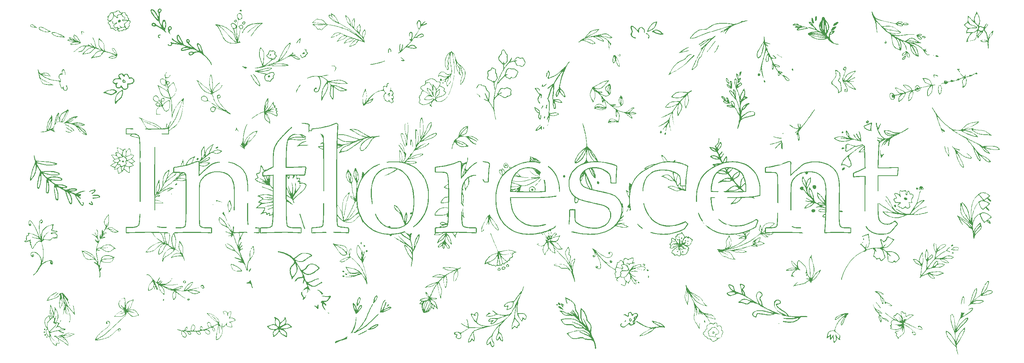
<source format=gbr>
%TF.GenerationSoftware,KiCad,Pcbnew,(5.99.0-8803-gb07c8110c8)*%
%TF.CreationDate,2021-05-08T13:19:11+01:00*%
%TF.ProjectId,Inflorescent,496e666c-6f72-4657-9363-656e742e6b69,rev?*%
%TF.SameCoordinates,PXf42400PY8954400*%
%TF.FileFunction,Legend,Top*%
%TF.FilePolarity,Positive*%
%FSLAX46Y46*%
G04 Gerber Fmt 4.6, Leading zero omitted, Abs format (unit mm)*
G04 Created by KiCad (PCBNEW (5.99.0-8803-gb07c8110c8)) date 2021-05-08 13:19:11*
%MOMM*%
%LPD*%
G01*
G04 APERTURE LIST*
%ADD10C,3.000000*%
%ADD11C,3.987800*%
%ADD12C,2.286000*%
%ADD13C,3.200000*%
%ADD14C,2.082800*%
G04 APERTURE END LIST*
%TO.C,S1*%
G36*
X85346531Y13534929D02*
G01*
X85395098Y13704824D01*
X85446336Y13862051D01*
X85494430Y13988622D01*
X85571374Y14143094D01*
X85660748Y14273334D01*
X85757584Y14377565D01*
X85856919Y14454010D01*
X85953785Y14500892D01*
X86043217Y14516433D01*
X86120250Y14498857D01*
X86179917Y14446385D01*
X86217253Y14357242D01*
X86227720Y14251062D01*
X86208455Y14096837D01*
X86154324Y13916858D01*
X86069244Y13718344D01*
X85957130Y13508509D01*
X85821898Y13294571D01*
X85667464Y13083747D01*
X85497744Y12883252D01*
X85468112Y12851204D01*
X85372878Y12758284D01*
X85301022Y12708579D01*
X85250544Y12701175D01*
X85219450Y12735161D01*
X85218655Y12737177D01*
X85210905Y12800212D01*
X85217339Y12902828D01*
X85236037Y13036315D01*
X85265081Y13191966D01*
X85295667Y13330003D01*
X85515632Y13330003D01*
X85531880Y13306431D01*
X85574242Y13315014D01*
X85633141Y13351609D01*
X85694581Y13407381D01*
X85787125Y13521330D01*
X85870885Y13655449D01*
X85942448Y13800268D01*
X85998406Y13946315D01*
X86035345Y14084121D01*
X86049856Y14204213D01*
X86038528Y14297121D01*
X86025300Y14325670D01*
X85994693Y14335001D01*
X85945673Y14307663D01*
X85885288Y14251065D01*
X85820585Y14172613D01*
X85758612Y14079716D01*
X85716039Y14000610D01*
X85684455Y13924533D01*
X85647424Y13820182D01*
X85608808Y13700477D01*
X85572470Y13578341D01*
X85542270Y13466696D01*
X85522070Y13378463D01*
X85515632Y13330003D01*
X85295667Y13330003D01*
X85302552Y13361073D01*
X85346531Y13534929D01*
G37*
G36*
X178950766Y66082926D02*
G01*
X178998244Y66045208D01*
X179036787Y65993002D01*
X179081861Y65905926D01*
X179112661Y65812148D01*
X179116987Y65788384D01*
X179120583Y65710810D01*
X179100744Y65656163D01*
X179072197Y65621133D01*
X179017059Y65573332D01*
X178971026Y65565422D01*
X178924581Y65599902D01*
X178871674Y65673779D01*
X178810810Y65791313D01*
X178780060Y65899120D01*
X178779028Y65989779D01*
X178807319Y66055867D01*
X178864537Y66089962D01*
X178893999Y66092986D01*
X178950766Y66082926D01*
G37*
G36*
X141891894Y22866838D02*
G01*
X141902119Y22877366D01*
X141965319Y22905871D01*
X142057957Y22921006D01*
X142159968Y22921261D01*
X142251290Y22905126D01*
X142255001Y22903933D01*
X142360061Y22846177D01*
X142426047Y22757645D01*
X142449294Y22643286D01*
X142449299Y22641507D01*
X142441219Y22567207D01*
X142409581Y22507809D01*
X142360771Y22456285D01*
X142270822Y22385877D01*
X142167143Y22335486D01*
X142040700Y22302766D01*
X141882456Y22285369D01*
X141685772Y22280934D01*
X141538755Y22283316D01*
X141429799Y22289704D01*
X141346125Y22301648D01*
X141274952Y22320699D01*
X141234011Y22335756D01*
X141144632Y22365541D01*
X141093443Y22369114D01*
X141084131Y22362601D01*
X141094520Y22333565D01*
X141139404Y22277485D01*
X141213539Y22199127D01*
X141311686Y22103258D01*
X141428600Y21994646D01*
X141559040Y21878057D01*
X141697763Y21758258D01*
X141839528Y21640017D01*
X141979092Y21528100D01*
X142111213Y21427274D01*
X142119093Y21421458D01*
X142254442Y21325848D01*
X142400941Y21229347D01*
X142551614Y21135838D01*
X142699487Y21049203D01*
X142837584Y20973326D01*
X142958930Y20912090D01*
X143056548Y20869378D01*
X143123464Y20849074D01*
X143146570Y20849477D01*
X143178202Y20885723D01*
X143187517Y20935924D01*
X143209380Y21082302D01*
X143268849Y21219417D01*
X143316018Y21284366D01*
X143361653Y21344924D01*
X143384074Y21405705D01*
X143390842Y21489561D01*
X143390982Y21510989D01*
X143395326Y21588672D01*
X143395673Y21590310D01*
X143518332Y21590310D01*
X143542331Y21483309D01*
X143607807Y21386643D01*
X143705396Y21313072D01*
X143730610Y21301096D01*
X143820852Y21268628D01*
X143941228Y21233385D01*
X144071597Y21200564D01*
X144191821Y21175366D01*
X144256313Y21165379D01*
X144319661Y21161897D01*
X144413578Y21161621D01*
X144526605Y21164024D01*
X144647281Y21168578D01*
X144764150Y21174756D01*
X144865752Y21182032D01*
X144940628Y21189877D01*
X144977319Y21197765D01*
X144978528Y21198609D01*
X144993210Y21245634D01*
X144965039Y21319174D01*
X144894305Y21418736D01*
X144781302Y21543828D01*
X144764008Y21561448D01*
X144683003Y21646301D01*
X144617448Y21720627D01*
X144593085Y21752016D01*
X144751343Y21752016D01*
X144772764Y21717723D01*
X144823187Y21664138D01*
X144861537Y21626151D01*
X144946976Y21530038D01*
X145023062Y21422732D01*
X145082059Y21317272D01*
X145116233Y21226695D01*
X145121644Y21187773D01*
X145103695Y21144945D01*
X145056596Y21083162D01*
X144995883Y21020819D01*
X144926926Y20953476D01*
X144888126Y20901306D01*
X144870092Y20847435D01*
X144863856Y20783543D01*
X144865627Y20706082D01*
X144877297Y20648810D01*
X144885455Y20634625D01*
X144943081Y20604480D01*
X145042240Y20582207D01*
X145174099Y20568304D01*
X145329827Y20563268D01*
X145500591Y20567597D01*
X145677559Y20581790D01*
X145724869Y20587328D01*
X145829584Y20603056D01*
X145947981Y20624898D01*
X146068502Y20650208D01*
X146179590Y20676341D01*
X146269687Y20700652D01*
X146327236Y20720495D01*
X146340538Y20728247D01*
X146341359Y20760436D01*
X146324810Y20828372D01*
X146294855Y20921586D01*
X146255458Y21029608D01*
X146210583Y21141969D01*
X146164191Y21248201D01*
X146120248Y21337833D01*
X146090175Y21389560D01*
X145935215Y21594547D01*
X145771824Y21750172D01*
X145598472Y21857507D01*
X145413632Y21917621D01*
X145317843Y21930205D01*
X145186812Y21929989D01*
X145052515Y21913509D01*
X144928924Y21883986D01*
X144830009Y21844641D01*
X144775030Y21805072D01*
X144753804Y21777604D01*
X144751343Y21752016D01*
X144593085Y21752016D01*
X144574681Y21775728D01*
X144561724Y21801230D01*
X144571388Y21819972D01*
X144603917Y21844831D01*
X144664616Y21878604D01*
X144758790Y21924089D01*
X144891745Y21984083D01*
X144991212Y22027717D01*
X145043446Y22053847D01*
X145066384Y22083591D01*
X145068659Y22135158D01*
X145064023Y22181264D01*
X145040658Y22279414D01*
X144993705Y22402835D01*
X144930657Y22536485D01*
X144915435Y22563858D01*
X145266967Y22563858D01*
X145267156Y22398460D01*
X145269742Y22276233D01*
X145277640Y22189451D01*
X145293770Y22130386D01*
X145321050Y22091310D01*
X145362398Y22064497D01*
X145420731Y22042219D01*
X145469987Y22026236D01*
X145562789Y21988514D01*
X145670074Y21933431D01*
X145776848Y21869964D01*
X145868119Y21807086D01*
X145928895Y21753772D01*
X145932826Y21749180D01*
X145970039Y21719886D01*
X146011432Y21705161D01*
X146036541Y21711275D01*
X146037876Y21716990D01*
X146027118Y21743424D01*
X145999384Y21800650D01*
X145972851Y21852700D01*
X145931453Y21955113D01*
X145900737Y22071654D01*
X145892898Y22122664D01*
X145891066Y22237492D01*
X145916697Y22312795D01*
X145974204Y22354430D01*
X146067998Y22368256D01*
X146077946Y22368336D01*
X146140569Y22363880D01*
X146193788Y22345308D01*
X146252794Y22304821D01*
X146325716Y22241082D01*
X146396261Y22179357D01*
X146453680Y22134134D01*
X146486814Y22114123D01*
X146488762Y22113827D01*
X146520801Y22130784D01*
X146567287Y22172167D01*
X146572614Y22177741D01*
X146667702Y22243404D01*
X146798433Y22279830D01*
X146957572Y22285216D01*
X146992285Y22282399D01*
X147078142Y22277221D01*
X147144427Y22279301D01*
X147171870Y22285980D01*
X147196214Y22319903D01*
X147232426Y22390682D01*
X147275809Y22487041D01*
X147321665Y22597704D01*
X147365299Y22711397D01*
X147402011Y22816844D01*
X147424483Y22892390D01*
X147444991Y22996399D01*
X147457677Y23112642D01*
X147462342Y23227942D01*
X147458790Y23329119D01*
X147446822Y23402995D01*
X147432586Y23432184D01*
X147381290Y23454382D01*
X147298039Y23461559D01*
X147199446Y23453927D01*
X147102124Y23431699D01*
X147090568Y23427796D01*
X147010916Y23393273D01*
X146916850Y23343693D01*
X146866482Y23313540D01*
X146759501Y23259050D01*
X146648150Y23223212D01*
X146617926Y23217834D01*
X146478528Y23175834D01*
X146382223Y23115757D01*
X146315553Y23068301D01*
X146263168Y23037181D01*
X146243168Y23030060D01*
X146215056Y23047284D01*
X146160965Y23093671D01*
X146089775Y23161291D01*
X146039463Y23211924D01*
X145862577Y23393789D01*
X145721017Y23379178D01*
X145557790Y23345232D01*
X145433906Y23280388D01*
X145347258Y23183293D01*
X145316007Y23119066D01*
X145297199Y23062785D01*
X145283781Y23000713D01*
X145274904Y22923235D01*
X145269717Y22820736D01*
X145267372Y22683599D01*
X145266967Y22563858D01*
X144915435Y22563858D01*
X144859009Y22665324D01*
X144786252Y22774312D01*
X144742356Y22826921D01*
X144646202Y22901377D01*
X144549886Y22927960D01*
X144460075Y22907471D01*
X144383435Y22840711D01*
X144346857Y22779438D01*
X144266877Y22625821D01*
X144189712Y22516303D01*
X144108580Y22444992D01*
X144016704Y22406000D01*
X143907302Y22393434D01*
X143902565Y22393398D01*
X143822398Y22387747D01*
X143772879Y22365205D01*
X143746758Y22316137D01*
X143736785Y22230909D01*
X143735588Y22171492D01*
X143732715Y22077818D01*
X143721181Y22008269D01*
X143694650Y21943077D01*
X143646782Y21862475D01*
X143626403Y21830936D01*
X143566211Y21727857D01*
X143528483Y21640553D01*
X143518332Y21590310D01*
X143395673Y21590310D01*
X143411324Y21664275D01*
X143443432Y21752354D01*
X143496101Y21867465D01*
X143506747Y21889393D01*
X143559712Y22000886D01*
X143592367Y22080447D01*
X143608341Y22141067D01*
X143611263Y22195735D01*
X143606366Y22245965D01*
X143596966Y22347893D01*
X143606256Y22417995D01*
X143641630Y22463992D01*
X143710479Y22493600D01*
X143820197Y22514540D01*
X143870078Y22521308D01*
X143965776Y22537664D01*
X144037992Y22563892D01*
X144097682Y22608629D01*
X144155802Y22680514D01*
X144223309Y22788183D01*
X144236008Y22809813D01*
X144296510Y22906382D01*
X144348777Y22969301D01*
X144405162Y23011470D01*
X144451029Y23034378D01*
X144564111Y23084400D01*
X144671084Y23021237D01*
X144846854Y22888056D01*
X144993107Y22714066D01*
X145012359Y22684591D01*
X145055166Y22621199D01*
X145088041Y22580354D01*
X145099273Y22571989D01*
X145108004Y22595500D01*
X145118312Y22658605D01*
X145128560Y22750096D01*
X145133364Y22805696D01*
X145156035Y22996102D01*
X145191163Y23160757D01*
X145236565Y23292454D01*
X145290057Y23383988D01*
X145316623Y23410499D01*
X145398969Y23457723D01*
X145510216Y23499494D01*
X145628385Y23528897D01*
X145725177Y23539078D01*
X145848778Y23519823D01*
X145962476Y23459176D01*
X146074063Y23352815D01*
X146085830Y23338991D01*
X146145015Y23272639D01*
X146193925Y23225576D01*
X146221405Y23208216D01*
X146254892Y23223795D01*
X146308934Y23263094D01*
X146334450Y23284569D01*
X146414552Y23339963D01*
X146497834Y23360153D01*
X146523053Y23360922D01*
X146614883Y23375263D01*
X146734085Y23415491D01*
X146809699Y23448714D01*
X146969009Y23514949D01*
X147122875Y23561720D01*
X147262782Y23587754D01*
X147380216Y23591781D01*
X147466662Y23572529D01*
X147497971Y23551499D01*
X147534168Y23483790D01*
X147553187Y23374793D01*
X147555358Y23231019D01*
X147541010Y23058976D01*
X147510476Y22865172D01*
X147464085Y22656118D01*
X147449718Y22601003D01*
X147425367Y22501355D01*
X147410171Y22420705D01*
X147406222Y22371223D01*
X147408700Y22362338D01*
X147435944Y22367469D01*
X147489214Y22399333D01*
X147550553Y22445907D01*
X147631674Y22507833D01*
X147685661Y22533483D01*
X147720178Y22523733D01*
X147742887Y22479457D01*
X147746210Y22468253D01*
X147767908Y22302177D01*
X147748336Y22113214D01*
X147688676Y21906558D01*
X147590112Y21687404D01*
X147552917Y21619619D01*
X147503507Y21530155D01*
X147467196Y21458565D01*
X147449089Y21415223D01*
X147448469Y21407376D01*
X147473699Y21414407D01*
X147531726Y21442418D01*
X147611788Y21486052D01*
X147645083Y21505225D01*
X147843218Y21613532D01*
X148069685Y21725200D01*
X148303626Y21830501D01*
X148524183Y21919708D01*
X148570241Y21936715D01*
X148764775Y21994221D01*
X148945472Y22022734D01*
X149104284Y22021836D01*
X149233163Y21991110D01*
X149270141Y21972982D01*
X149368952Y21888977D01*
X149425030Y21778700D01*
X149436384Y21646394D01*
X149433975Y21623898D01*
X149418070Y21503006D01*
X149695798Y21503006D01*
X149923215Y21492341D01*
X150107132Y21459564D01*
X150250446Y21403499D01*
X150356055Y21322971D01*
X150426854Y21216806D01*
X150432348Y21204215D01*
X150449782Y21098492D01*
X150423699Y20976815D01*
X150356770Y20844620D01*
X150251669Y20707341D01*
X150127861Y20585003D01*
X150061223Y20516125D01*
X150038019Y20465843D01*
X150039822Y20454740D01*
X150065321Y20424460D01*
X150123193Y20371905D01*
X150204612Y20304693D01*
X150292454Y20236666D01*
X150463789Y20098762D01*
X150592033Y19974173D01*
X150681615Y19857980D01*
X150736967Y19745264D01*
X150738153Y19741861D01*
X150756345Y19656258D01*
X150742415Y19588503D01*
X150692368Y19535511D01*
X150602208Y19494196D01*
X150467941Y19461472D01*
X150350977Y19442769D01*
X150243102Y19426542D01*
X150104090Y19403816D01*
X149952782Y19377747D01*
X149823133Y19354309D01*
X149679386Y19326082D01*
X149575569Y19301245D01*
X149501161Y19276429D01*
X149445643Y19248264D01*
X149408156Y19221377D01*
X149360949Y19184710D01*
X149306557Y19146011D01*
X149235746Y19099163D01*
X149139283Y19038047D01*
X149015632Y18961298D01*
X148998965Y18941359D01*
X149009940Y18910591D01*
X149053167Y18858938D01*
X149071399Y18839655D01*
X149164052Y18720371D01*
X149237376Y18582294D01*
X149283440Y18442928D01*
X149295343Y18345493D01*
X149288318Y18260805D01*
X149260564Y18201337D01*
X149225602Y18163345D01*
X149113103Y18091855D01*
X148961132Y18052396D01*
X148769660Y18044965D01*
X148538656Y18069558D01*
X148468437Y18081890D01*
X148319794Y18109604D01*
X148213919Y18128062D01*
X148143642Y18137867D01*
X148101792Y18139622D01*
X148081200Y18133929D01*
X148074695Y18121392D01*
X148074424Y18115024D01*
X148085605Y18076526D01*
X148114724Y18006939D01*
X148155889Y17920154D01*
X148163503Y17905002D01*
X148212761Y17799524D01*
X148239899Y17713859D01*
X148250842Y17625342D01*
X148252105Y17566104D01*
X148244658Y17430847D01*
X148219572Y17338377D01*
X148172732Y17282409D01*
X148100022Y17256657D01*
X148047117Y17253095D01*
X147943579Y17274544D01*
X147830772Y17334524D01*
X147720556Y17425250D01*
X147636336Y17522682D01*
X147579845Y17606533D01*
X147505548Y17726495D01*
X147418770Y17873333D01*
X147324836Y18037815D01*
X147229071Y18210708D01*
X147136801Y18382780D01*
X147103305Y18446912D01*
X147052855Y18539279D01*
X147008579Y18611235D01*
X146976817Y18652910D01*
X146966834Y18659340D01*
X146949345Y18645263D01*
X146924708Y18602240D01*
X146891003Y18525792D01*
X146846312Y18411442D01*
X146788716Y18254711D01*
X146764341Y18186737D01*
X146702817Y18041120D01*
X146628257Y17922653D01*
X146568204Y17851116D01*
X146503881Y17779065D01*
X146467733Y17728715D01*
X146453373Y17684401D01*
X146454412Y17630454D01*
X146459948Y17585607D01*
X146467484Y17506860D01*
X146461522Y17463964D01*
X146439516Y17443058D01*
X146433273Y17440413D01*
X146370513Y17439924D01*
X146284491Y17478824D01*
X146173452Y17558137D01*
X146055927Y17660074D01*
X145979790Y17728333D01*
X145918755Y17779727D01*
X145881496Y17807118D01*
X145874356Y17809467D01*
X145863910Y17782881D01*
X145841706Y17717211D01*
X145810896Y17622040D01*
X145774634Y17506952D01*
X145770758Y17494489D01*
X145728445Y17364311D01*
X145684751Y17240086D01*
X145645022Y17136466D01*
X145616357Y17071501D01*
X145552111Y16970096D01*
X145475698Y16887836D01*
X145398078Y16834755D01*
X145341726Y16820040D01*
X145298977Y16830747D01*
X145220894Y16860091D01*
X145117649Y16903907D01*
X144999415Y16958030D01*
X144967714Y16973161D01*
X144825996Y17039550D01*
X144716565Y17085559D01*
X144627129Y17115376D01*
X144545398Y17133191D01*
X144472082Y17142091D01*
X144353047Y17154847D01*
X144275867Y17172033D01*
X144231543Y17200201D01*
X144211072Y17245906D01*
X144205454Y17315701D01*
X144205316Y17336316D01*
X144201612Y17409926D01*
X144187280Y17475016D01*
X144157324Y17538986D01*
X144106742Y17609239D01*
X144030537Y17693177D01*
X143923709Y17798203D01*
X143840336Y17876753D01*
X143704772Y18007490D01*
X143606173Y18115098D01*
X143541115Y18207426D01*
X143506172Y18292323D01*
X143497920Y18377636D01*
X143499961Y18390358D01*
X143598077Y18390358D01*
X143616267Y18291415D01*
X143677409Y18182944D01*
X143781778Y18060179D01*
X143929648Y17918355D01*
X144003148Y17853389D01*
X144134625Y17734184D01*
X144227714Y17636864D01*
X144286614Y17555437D01*
X144315523Y17483909D01*
X144318642Y17416286D01*
X144317024Y17405404D01*
X144315744Y17345436D01*
X144325701Y17312417D01*
X144358223Y17295230D01*
X144428481Y17274189D01*
X144523843Y17252814D01*
X144570472Y17244214D01*
X144700061Y17217497D01*
X144809633Y17182585D01*
X144921501Y17131228D01*
X145015863Y17079510D01*
X145137984Y17009951D01*
X145224599Y16963143D01*
X145284655Y16937036D01*
X145327098Y16929580D01*
X145360874Y16938727D01*
X145394931Y16962426D01*
X145423265Y16986188D01*
X145475127Y17046104D01*
X145523662Y17138043D01*
X145570772Y17267002D01*
X145618360Y17437983D01*
X145655396Y17596292D01*
X145684370Y17732710D01*
X145700054Y17830665D01*
X145701008Y17901198D01*
X145685791Y17955350D01*
X145652965Y18004163D01*
X145601088Y18058676D01*
X145594198Y18065453D01*
X145480668Y18205300D01*
X145382358Y18383087D01*
X145305599Y18586631D01*
X145285704Y18658868D01*
X145260875Y18744064D01*
X145236272Y18805529D01*
X145217020Y18830591D01*
X145216242Y18830661D01*
X145182064Y18831612D01*
X145107465Y18834213D01*
X145002887Y18838085D01*
X144878771Y18842849D01*
X144857267Y18843689D01*
X144698468Y18851964D01*
X144585326Y18863672D01*
X144570243Y18867204D01*
X145350702Y18867204D01*
X145357994Y18841298D01*
X145377635Y18777721D01*
X145406272Y18687221D01*
X145427853Y18619888D01*
X145481397Y18468024D01*
X145535379Y18353024D01*
X145598618Y18261545D01*
X145679930Y18180243D01*
X145760954Y18115769D01*
X145842436Y18048455D01*
X145939311Y17958849D01*
X146033985Y17863430D01*
X146058188Y17837384D01*
X146130721Y17760407D01*
X146191718Y17700273D01*
X146232464Y17665350D01*
X146243028Y17659920D01*
X146267720Y17680512D01*
X146302174Y17732122D01*
X146314762Y17755361D01*
X146364475Y17826599D01*
X146436754Y17901863D01*
X146479088Y17937032D01*
X146545469Y17994674D01*
X146600539Y18063682D01*
X146648703Y18152859D01*
X146694372Y18271015D01*
X146741953Y18426955D01*
X146763299Y18504834D01*
X146809047Y18727090D01*
X146821395Y18937771D01*
X146811987Y19025413D01*
X146990248Y19025413D01*
X146991813Y18975839D01*
X147016733Y18888436D01*
X147062316Y18769108D01*
X147125870Y18623758D01*
X147204705Y18458291D01*
X147296127Y18278609D01*
X147397445Y18090618D01*
X147493690Y17921220D01*
X147614945Y17727332D01*
X147729453Y17572032D01*
X147835299Y17456556D01*
X147930567Y17382144D01*
X148013342Y17350032D01*
X148081708Y17361459D01*
X148133748Y17417663D01*
X148160946Y17490071D01*
X148168566Y17594437D01*
X148140922Y17714068D01*
X148076676Y17851097D01*
X147974490Y18007653D01*
X147833024Y18185869D01*
X147650942Y18387875D01*
X147498877Y18544298D01*
X147384504Y18660712D01*
X147280764Y18769436D01*
X147193803Y18863780D01*
X147129766Y18937051D01*
X147094795Y18982561D01*
X147092053Y18987304D01*
X147051478Y19044931D01*
X147015494Y19056805D01*
X146990248Y19025413D01*
X146811987Y19025413D01*
X146798952Y19146841D01*
X146740329Y19364268D01*
X146664480Y19550158D01*
X146882323Y19550158D01*
X146902350Y19498761D01*
X146945665Y19421052D01*
X147007751Y19323539D01*
X147084094Y19212732D01*
X147170178Y19095136D01*
X147261489Y18977261D01*
X147353511Y18865613D01*
X147441729Y18766702D01*
X147459578Y18747920D01*
X147684427Y18538993D01*
X147913268Y18377827D01*
X148153012Y18261364D01*
X148410569Y18186548D01*
X148692850Y18150321D01*
X148820345Y18145878D01*
X148929134Y18145651D01*
X149000446Y18149934D01*
X149047693Y18161954D01*
X149084283Y18184941D01*
X149119393Y18217882D01*
X149177686Y18307323D01*
X149188683Y18409122D01*
X149153740Y18520668D01*
X149074212Y18639351D01*
X148951455Y18762559D01*
X148786825Y18887682D01*
X148763529Y18903222D01*
X148718249Y18922133D01*
X148642285Y18937257D01*
X148529256Y18949470D01*
X148372782Y18959651D01*
X148341965Y18961215D01*
X148176221Y18971200D01*
X148047170Y18984027D01*
X147940608Y19001849D01*
X147842330Y19026819D01*
X147781234Y19046194D01*
X147515654Y19155403D01*
X147258324Y19303597D01*
X147080237Y19431362D01*
X146999595Y19492662D01*
X146935015Y19539863D01*
X146896342Y19565854D01*
X146890097Y19568737D01*
X146882323Y19550158D01*
X146664480Y19550158D01*
X146644136Y19600018D01*
X146596975Y19697411D01*
X146531180Y19820303D01*
X146478067Y19899626D01*
X146433765Y19939949D01*
X146394402Y19945839D01*
X146388150Y19943833D01*
X146364487Y19918249D01*
X146321626Y19856520D01*
X146265012Y19767040D01*
X146200091Y19658202D01*
X146177856Y19619617D01*
X146102962Y19493520D01*
X146025742Y19372020D01*
X145954638Y19267891D01*
X145898089Y19193905D01*
X145891597Y19186435D01*
X145780666Y19078462D01*
X145658625Y18986933D01*
X145538914Y18920718D01*
X145441976Y18889715D01*
X145382431Y18878176D01*
X145351802Y18868574D01*
X145350702Y18867204D01*
X144570243Y18867204D01*
X144512623Y18880697D01*
X144475139Y18904922D01*
X144467653Y18938229D01*
X144482887Y18978724D01*
X144502748Y19037462D01*
X144509961Y19103746D01*
X144504522Y19159466D01*
X144486429Y19186507D01*
X144482920Y19186974D01*
X144451841Y19171249D01*
X144393994Y19129472D01*
X144320361Y19069741D01*
X144298401Y19050894D01*
X144198458Y18968896D01*
X144079022Y18877897D01*
X143963775Y18795859D01*
X143949338Y18786122D01*
X143798469Y18677653D01*
X143689453Y18578712D01*
X143622564Y18484535D01*
X143598077Y18390358D01*
X143499961Y18390358D01*
X143512934Y18471215D01*
X143541159Y18562349D01*
X143565026Y18639147D01*
X143576611Y18695106D01*
X143575094Y18714419D01*
X143543365Y18722668D01*
X143478126Y18727895D01*
X143430580Y18728857D01*
X143333403Y18737484D01*
X143258086Y18760225D01*
X143243940Y18768477D01*
X143220387Y18788026D01*
X143204466Y18813906D01*
X143194691Y18855518D01*
X143189576Y18922259D01*
X143187638Y19023529D01*
X143187375Y19126463D01*
X143185718Y19277028D01*
X143179075Y19387038D01*
X143164939Y19466778D01*
X143140800Y19526533D01*
X143104152Y19576591D01*
X143068975Y19612061D01*
X143019924Y19690160D01*
X143015510Y19775514D01*
X143166861Y19775514D01*
X143185846Y19713203D01*
X143218620Y19653594D01*
X143259360Y19579663D01*
X143265389Y19568737D01*
X143290554Y19510812D01*
X143305850Y19439581D01*
X143313290Y19341585D01*
X143314938Y19237876D01*
X143316496Y19097383D01*
X143322297Y18999589D01*
X143334816Y18936323D01*
X143356531Y18899412D01*
X143389919Y18880685D01*
X143425393Y18873480D01*
X143544676Y18868113D01*
X143681970Y18878146D01*
X143814312Y18900818D01*
X143916969Y18932593D01*
X143994918Y18973033D01*
X144089627Y19031285D01*
X144164207Y19082933D01*
X144246497Y19141080D01*
X144321879Y19189865D01*
X144369934Y19216642D01*
X144423321Y19254145D01*
X144427310Y19298299D01*
X144383568Y19352405D01*
X144345747Y19396734D01*
X144337510Y19443147D01*
X144337562Y19443281D01*
X144489386Y19443281D01*
X144510607Y19379834D01*
X144540321Y19333994D01*
X144580842Y19249245D01*
X144605074Y19141871D01*
X144606675Y19126458D01*
X144622053Y19037265D01*
X144647562Y18976285D01*
X144658393Y18964278D01*
X144703944Y18948472D01*
X144794809Y18938191D01*
X144933133Y18933246D01*
X145018342Y18932713D01*
X145156911Y18933815D01*
X145257126Y18938024D01*
X145331515Y18947075D01*
X145392606Y18962704D01*
X145452928Y18986643D01*
X145472505Y18995592D01*
X145632746Y19096718D01*
X145785959Y19247141D01*
X145930980Y19445594D01*
X146010479Y19581463D01*
X146128869Y19791839D01*
X146230044Y19954604D01*
X146314167Y20069990D01*
X146381401Y20138231D01*
X146411357Y20155797D01*
X146457469Y20185217D01*
X146459202Y20223301D01*
X146445157Y20275740D01*
X146436849Y20320729D01*
X146604718Y20320729D01*
X146611804Y20278827D01*
X146637890Y20212998D01*
X146679913Y20129393D01*
X146734807Y20034161D01*
X146799507Y19933453D01*
X146870947Y19833419D01*
X146938434Y19749094D01*
X147159566Y19526116D01*
X147409181Y19340131D01*
X147680641Y19194963D01*
X147967308Y19094439D01*
X148137576Y19058154D01*
X148253069Y19046446D01*
X148396971Y19042323D01*
X148554895Y19045107D01*
X148712454Y19054116D01*
X148855262Y19068668D01*
X148968934Y19088084D01*
X149010547Y19099469D01*
X149113109Y19146237D01*
X149217780Y19214298D01*
X149310731Y19292604D01*
X149378133Y19370108D01*
X149400224Y19410746D01*
X149404446Y19490728D01*
X149366781Y19590157D01*
X149289915Y19703903D01*
X149188170Y19815526D01*
X148983738Y19982042D01*
X148746026Y20116309D01*
X148482708Y20216305D01*
X148201459Y20280009D01*
X147909952Y20305402D01*
X147615862Y20290461D01*
X147471728Y20267526D01*
X147295914Y20240950D01*
X147122104Y20229219D01*
X146960301Y20231834D01*
X146820507Y20248293D01*
X146712723Y20278097D01*
X146659812Y20308150D01*
X146619699Y20332554D01*
X146604718Y20320729D01*
X146436849Y20320729D01*
X146431194Y20351350D01*
X146428505Y20369810D01*
X146427125Y20383440D01*
X146750501Y20383440D01*
X146773960Y20344013D01*
X146841778Y20321289D01*
X146950124Y20315592D01*
X147095165Y20327242D01*
X147210220Y20344782D01*
X147428467Y20381931D01*
X147606610Y20408596D01*
X147754249Y20425267D01*
X147880986Y20432434D01*
X147996422Y20430586D01*
X148110158Y20420212D01*
X148231795Y20401802D01*
X148253648Y20397962D01*
X148538332Y20322574D01*
X148818840Y20199940D01*
X148907725Y20150408D01*
X148991369Y20092879D01*
X149091748Y20011308D01*
X149199065Y19915136D01*
X149303522Y19813804D01*
X149395322Y19716753D01*
X149464669Y19633422D01*
X149498146Y19581463D01*
X149541005Y19500939D01*
X149576571Y19459101D01*
X149615368Y19446953D01*
X149650356Y19451355D01*
X149697033Y19459192D01*
X149784129Y19471872D01*
X149901545Y19487997D01*
X150039183Y19506169D01*
X150135471Y19518513D01*
X150323265Y19544441D01*
X150465065Y19569390D01*
X150565718Y19594819D01*
X150630074Y19622188D01*
X150662981Y19652959D01*
X150669940Y19679490D01*
X150651529Y19736442D01*
X150601789Y19815093D01*
X150528964Y19905125D01*
X150441297Y19996217D01*
X150359345Y20068318D01*
X150154289Y20222146D01*
X149923442Y20377122D01*
X149681459Y20524419D01*
X149442994Y20655209D01*
X149222703Y20760664D01*
X149179588Y20778985D01*
X148900424Y20870100D01*
X148600608Y20923956D01*
X148289108Y20941465D01*
X147974896Y20923541D01*
X147666939Y20871097D01*
X147374207Y20785045D01*
X147105670Y20666297D01*
X146914464Y20548498D01*
X146822838Y20476751D01*
X146766574Y20418543D01*
X146750501Y20383440D01*
X146427125Y20383440D01*
X146423101Y20423172D01*
X146429616Y20462402D01*
X146455633Y20499611D01*
X146508735Y20546912D01*
X146569732Y20595380D01*
X146684377Y20695068D01*
X146815913Y20825258D01*
X146957154Y20977300D01*
X147004788Y21032053D01*
X147787842Y21032053D01*
X147812745Y21022617D01*
X147870341Y21019287D01*
X147935707Y21017264D01*
X148039894Y21012815D01*
X148170910Y21006504D01*
X148316762Y20998896D01*
X148392085Y20994749D01*
X148598233Y20979926D01*
X148772213Y20958365D01*
X148928389Y20926231D01*
X149081122Y20879688D01*
X149244776Y20814900D01*
X149433713Y20728030D01*
X149486473Y20702465D01*
X149641062Y20630727D01*
X149757689Y20585710D01*
X149841001Y20566284D01*
X149895641Y20571320D01*
X149924237Y20595990D01*
X149952706Y20628025D01*
X150009661Y20681459D01*
X150083870Y20745857D01*
X150100071Y20759364D01*
X150216107Y20872295D01*
X150292998Y20984480D01*
X150327487Y21090079D01*
X150323794Y21160555D01*
X150276689Y21247086D01*
X150185739Y21319568D01*
X150056627Y21375699D01*
X149895035Y21413180D01*
X149706647Y21429710D01*
X149657385Y21430303D01*
X149542869Y21423645D01*
X149387651Y21405100D01*
X149200128Y21376226D01*
X148988692Y21338578D01*
X148761737Y21293714D01*
X148527658Y21243191D01*
X148294849Y21188563D01*
X148132562Y21147523D01*
X147976137Y21105239D01*
X147867740Y21072485D01*
X147805574Y21048383D01*
X147787842Y21032053D01*
X147004788Y21032053D01*
X147064927Y21101179D01*
X147386774Y21101179D01*
X147389276Y21086657D01*
X147400483Y21077672D01*
X147425948Y21075153D01*
X147471222Y21080031D01*
X147541858Y21093236D01*
X147643406Y21115697D01*
X147781420Y21148344D01*
X147961451Y21192108D01*
X148030230Y21208953D01*
X148207014Y21251346D01*
X148380559Y21291253D01*
X148540233Y21326356D01*
X148675405Y21354340D01*
X148775444Y21372885D01*
X148799299Y21376590D01*
X148989902Y21414558D01*
X149132836Y21467798D01*
X149229255Y21537193D01*
X149280315Y21623626D01*
X149287171Y21727978D01*
X149284163Y21746829D01*
X149243158Y21840941D01*
X149164472Y21906611D01*
X149054039Y21941640D01*
X148917795Y21943827D01*
X148806819Y21923773D01*
X148678797Y21884199D01*
X148520787Y21824859D01*
X148346649Y21751839D01*
X148170245Y21671221D01*
X148005434Y21589091D01*
X147866079Y21511532D01*
X147861800Y21508955D01*
X147756682Y21440405D01*
X147650720Y21362685D01*
X147552349Y21283039D01*
X147470009Y21208708D01*
X147412135Y21146935D01*
X147387164Y21104963D01*
X147386774Y21101179D01*
X147064927Y21101179D01*
X147100913Y21142543D01*
X147240005Y21312337D01*
X147367242Y21478032D01*
X147475440Y21630978D01*
X147557411Y21762523D01*
X147588018Y21821142D01*
X147646815Y21960787D01*
X147686190Y22086472D01*
X147705205Y22191339D01*
X147702923Y22268527D01*
X147678405Y22311178D01*
X147655868Y22317435D01*
X147618030Y22306384D01*
X147549856Y22277352D01*
X147465811Y22236521D01*
X147462303Y22234719D01*
X147382857Y22195677D01*
X147318383Y22171666D01*
X147252006Y22159422D01*
X147166853Y22155678D01*
X147060100Y22156879D01*
X146897757Y22153392D01*
X146776754Y22132431D01*
X146689206Y22089486D01*
X146627232Y22020049D01*
X146582946Y21919613D01*
X146570290Y21876760D01*
X146546455Y21816127D01*
X146520101Y21789088D01*
X146513656Y21789246D01*
X146486479Y21815298D01*
X146446029Y21873591D01*
X146406914Y21940952D01*
X146316584Y22087259D01*
X146229442Y22183434D01*
X146144746Y22230093D01*
X146062317Y22228036D01*
X146024073Y22205739D01*
X146003484Y22165911D01*
X146001613Y22104659D01*
X146019523Y22018092D01*
X146058277Y21902318D01*
X146118939Y21753447D01*
X146202570Y21567586D01*
X146297377Y21367503D01*
X146386950Y21178772D01*
X146453979Y21029037D01*
X146499637Y20912257D01*
X146525095Y20822389D01*
X146531527Y20753391D01*
X146520105Y20699220D01*
X146492002Y20653834D01*
X146448390Y20611192D01*
X146444740Y20608115D01*
X146316538Y20519361D01*
X146160235Y20438822D01*
X145998565Y20377354D01*
X145916208Y20355737D01*
X145840477Y20343489D01*
X145754468Y20338111D01*
X145647056Y20339621D01*
X145507116Y20348036D01*
X145401225Y20356551D01*
X145210550Y20370527D01*
X145060368Y20375208D01*
X144940944Y20369558D01*
X144842542Y20352543D01*
X144755428Y20323126D01*
X144669868Y20280273D01*
X144666613Y20278421D01*
X144592606Y20230213D01*
X144549883Y20181412D01*
X144536000Y20120747D01*
X144548511Y20036949D01*
X144584971Y19918748D01*
X144587175Y19912324D01*
X144621350Y19803590D01*
X144633951Y19726909D01*
X144623872Y19667732D01*
X144590007Y19611507D01*
X144561724Y19577574D01*
X144505932Y19503580D01*
X144489386Y19443281D01*
X144337562Y19443281D01*
X144360652Y19503001D01*
X144416964Y19587654D01*
X144421744Y19594188D01*
X144482273Y19690915D01*
X144505931Y19776002D01*
X144493722Y19865889D01*
X144446650Y19977020D01*
X144445303Y19979685D01*
X144408546Y20058060D01*
X144394761Y20111061D01*
X144400921Y20157074D01*
X144411447Y20185422D01*
X144483736Y20295731D01*
X144597064Y20384546D01*
X144682616Y20425093D01*
X144743232Y20455043D01*
X145592550Y20455043D01*
X145600888Y20443040D01*
X145647411Y20438264D01*
X145720060Y20439777D01*
X145806776Y20446641D01*
X145895503Y20457920D01*
X145974181Y20472677D01*
X146028285Y20488916D01*
X146075933Y20510491D01*
X146079299Y20521455D01*
X146043575Y20529547D01*
X145984111Y20531279D01*
X145897843Y20523991D01*
X145800186Y20510227D01*
X145706557Y20492536D01*
X145632373Y20473464D01*
X145593050Y20455557D01*
X145592550Y20455043D01*
X144743232Y20455043D01*
X144758221Y20462449D01*
X144786277Y20504498D01*
X144769847Y20561334D01*
X144738393Y20608793D01*
X144704641Y20664176D01*
X144702806Y20710049D01*
X144717638Y20749082D01*
X144735591Y20807513D01*
X144723060Y20860401D01*
X144706400Y20891088D01*
X144671451Y20961211D01*
X144671911Y21005518D01*
X144710699Y21037376D01*
X144741355Y21051179D01*
X144766726Y21063812D01*
X144767134Y21072650D01*
X144737000Y21078344D01*
X144670748Y21081546D01*
X144562799Y21082907D01*
X144467758Y21083113D01*
X144306309Y21084841D01*
X144176600Y21091406D01*
X144059542Y21104955D01*
X143936044Y21127635D01*
X143802333Y21157931D01*
X143659660Y21190677D01*
X143557219Y21209096D01*
X143486034Y21211891D01*
X143437132Y21197764D01*
X143401536Y21165417D01*
X143370273Y21113554D01*
X143360418Y21094038D01*
X143325354Y20997005D01*
X143296743Y20869984D01*
X143277767Y20733786D01*
X143271607Y20609219D01*
X143276181Y20542978D01*
X143298869Y20460555D01*
X143347112Y20392035D01*
X143392430Y20349655D01*
X143449758Y20294158D01*
X143486137Y20246591D01*
X143492893Y20228019D01*
X143475318Y20194949D01*
X143428567Y20138995D01*
X143361770Y20070798D01*
X143342170Y20052304D01*
X143239930Y19945610D01*
X143182192Y19854861D01*
X143166861Y19775514D01*
X143015510Y19775514D01*
X143014883Y19787649D01*
X143052798Y19900246D01*
X143132616Y20023670D01*
X143185434Y20085427D01*
X143249676Y20158516D01*
X143280538Y20207526D01*
X143281144Y20243855D01*
X143254615Y20278903D01*
X143241724Y20290968D01*
X143207330Y20346201D01*
X143183375Y20430774D01*
X143179973Y20453981D01*
X143165302Y20554876D01*
X143143747Y20628982D01*
X143106972Y20686352D01*
X143046639Y20737037D01*
X142954412Y20791089D01*
X142860371Y20839346D01*
X142616442Y20966810D01*
X142387469Y21097929D01*
X142167001Y21237516D01*
X141948585Y21390388D01*
X141725771Y21561358D01*
X141492106Y21755240D01*
X141241139Y21976850D01*
X140966419Y22231003D01*
X140858618Y22333147D01*
X140603918Y22577070D01*
X140377578Y22797062D01*
X140172932Y23000263D01*
X139983312Y23193813D01*
X139802054Y23384851D01*
X139622492Y23580517D01*
X139437959Y23787952D01*
X139241790Y24014294D01*
X139027319Y24266684D01*
X138797064Y24541258D01*
X138696032Y24658730D01*
X138617541Y24742781D01*
X138563311Y24792415D01*
X138535060Y24806637D01*
X138534505Y24784450D01*
X138563365Y24724860D01*
X138608023Y24650792D01*
X138841728Y24267607D01*
X139050585Y23895414D01*
X139231644Y23540038D01*
X139381956Y23207305D01*
X139498571Y22903040D01*
X139509782Y22869856D01*
X139592004Y22608706D01*
X139653047Y22379083D01*
X139695379Y22167437D01*
X139721467Y21960217D01*
X139733780Y21743874D01*
X139735533Y21630260D01*
X139735315Y21479461D01*
X139732364Y21368097D01*
X139725418Y21284724D01*
X139713217Y21217897D01*
X139694498Y21156172D01*
X139678698Y21114517D01*
X139626213Y21008538D01*
X139561567Y20940589D01*
X139469686Y20897924D01*
X139402063Y20880614D01*
X139296797Y20876222D01*
X139163923Y20897592D01*
X139016853Y20940346D01*
X138868998Y21000109D01*
X138733771Y21072503D01*
X138661579Y21122255D01*
X138584211Y21194249D01*
X138516926Y21278330D01*
X138469966Y21359793D01*
X138453507Y21421007D01*
X138472570Y21480390D01*
X138522651Y21550739D01*
X138540040Y21569178D01*
X138625113Y21636445D01*
X138707736Y21660498D01*
X138794884Y21640584D01*
X138893533Y21575949D01*
X138951324Y21524765D01*
X139039668Y21427313D01*
X139082745Y21346429D01*
X139080827Y21284187D01*
X139034188Y21242662D01*
X138943101Y21223928D01*
X138911624Y21223046D01*
X138810871Y21237605D01*
X138751496Y21278827D01*
X138735796Y21343028D01*
X138766066Y21426526D01*
X138775427Y21441581D01*
X138801152Y21504824D01*
X138786622Y21542580D01*
X138739028Y21547797D01*
X138688029Y21527281D01*
X138629694Y21473963D01*
X138614155Y21408192D01*
X138636305Y21334728D01*
X138691038Y21258333D01*
X138773246Y21183767D01*
X138877823Y21115792D01*
X138999662Y21059170D01*
X139133656Y21018660D01*
X139253086Y21000469D01*
X139378105Y20998092D01*
X139465599Y21019138D01*
X139526154Y21070396D01*
X139570352Y21158658D01*
X139588770Y21215832D01*
X139610247Y21329902D01*
X139622018Y21481890D01*
X139624566Y21659841D01*
X139618373Y21851800D01*
X139603922Y22045814D01*
X139581695Y22229927D01*
X139552175Y22392185D01*
X139539108Y22445769D01*
X139384052Y22935504D01*
X139179452Y23426749D01*
X139142477Y23504700D01*
X139057922Y23674604D01*
X138966786Y23848292D01*
X138872405Y24020300D01*
X138778115Y24185164D01*
X138687249Y24337421D01*
X138603144Y24471607D01*
X138529134Y24582258D01*
X138468555Y24663910D01*
X138424742Y24711100D01*
X138401395Y24718758D01*
X138394529Y24685672D01*
X138393410Y24613934D01*
X138397932Y24515458D01*
X138403862Y24442585D01*
X138415655Y24278072D01*
X138414841Y24151081D01*
X138400334Y24049555D01*
X138371053Y23961437D01*
X138358122Y23933567D01*
X138279322Y23813167D01*
X138188755Y23740434D01*
X138091758Y23715630D01*
X137993671Y23739016D01*
X137899832Y23810854D01*
X137828917Y23907600D01*
X137780233Y24015734D01*
X137766740Y24107349D01*
X137786480Y24175894D01*
X137837498Y24214816D01*
X137917838Y24217561D01*
X137921244Y24216903D01*
X138020908Y24182761D01*
X138096866Y24129494D01*
X138138750Y24066011D01*
X138143159Y24026260D01*
X138130558Y23980970D01*
X138096337Y23959316D01*
X138038353Y23951025D01*
X137971373Y23936910D01*
X137953564Y23910433D01*
X137985030Y23872771D01*
X138029026Y23844489D01*
X138094352Y23822851D01*
X138151698Y23841513D01*
X138208713Y23904318D01*
X138236760Y23948790D01*
X138262662Y24005954D01*
X138280108Y24080219D01*
X138291194Y24183650D01*
X138296867Y24294857D01*
X138297842Y24431342D01*
X138288248Y24556897D01*
X138265332Y24678478D01*
X138226340Y24803041D01*
X138168519Y24937543D01*
X138089114Y25088941D01*
X137985373Y25264192D01*
X137854540Y25470251D01*
X137796327Y25559327D01*
X137720129Y25685628D01*
X137676384Y25782431D01*
X137665750Y25847415D01*
X137688885Y25878260D01*
X137705220Y25880561D01*
X137747394Y25863076D01*
X137802056Y25819566D01*
X137817235Y25804208D01*
X137895883Y25743468D01*
X137966540Y25727855D01*
X138052582Y25705777D01*
X138128123Y25655936D01*
X138172140Y25620173D01*
X138249895Y25559182D01*
X138354439Y25478322D01*
X138478824Y25382953D01*
X138616101Y25278435D01*
X138695291Y25218455D01*
X138851444Y25100351D01*
X139012366Y24978541D01*
X139167527Y24861003D01*
X139306396Y24755714D01*
X139418443Y24670652D01*
X139446093Y24649632D01*
X139731999Y24440845D01*
X140019043Y24247704D01*
X140300026Y24074435D01*
X140567746Y23925263D01*
X140815003Y23804414D01*
X141034596Y23716112D01*
X141040380Y23714114D01*
X141154559Y23680637D01*
X141268281Y23661762D01*
X141403343Y23654334D01*
X141456714Y23653857D01*
X141577333Y23655459D01*
X141664291Y23662704D01*
X141734767Y23678807D01*
X141805945Y23706984D01*
X141848218Y23727122D01*
X141940181Y23781972D01*
X142045506Y23859298D01*
X142143515Y23943732D01*
X142156429Y23956180D01*
X142294284Y24111699D01*
X142389176Y24263289D01*
X142440897Y24407415D01*
X142449240Y24540545D01*
X142413994Y24659143D01*
X142334952Y24759675D01*
X142211906Y24838609D01*
X142208568Y24840137D01*
X142126768Y24867911D01*
X142038009Y24883863D01*
X141955748Y24887546D01*
X141893443Y24878518D01*
X141864551Y24856333D01*
X141863928Y24851514D01*
X141885085Y24814973D01*
X141913528Y24799311D01*
X141969396Y24762030D01*
X141984065Y24703607D01*
X141958806Y24630962D01*
X141894889Y24551014D01*
X141862549Y24521683D01*
X141769193Y24464501D01*
X141687198Y24454938D01*
X141621498Y24490121D01*
X141577029Y24567174D01*
X141569067Y24617646D01*
X141648456Y24617646D01*
X141661386Y24580575D01*
X141691759Y24546470D01*
X141734732Y24556092D01*
X141737159Y24557374D01*
X141789731Y24601636D01*
X141814403Y24636039D01*
X141831915Y24702413D01*
X141806666Y24746409D01*
X141749568Y24760721D01*
X141690471Y24739133D01*
X141653981Y24685751D01*
X141648456Y24617646D01*
X141569067Y24617646D01*
X141558722Y24683224D01*
X141558517Y24698812D01*
X141566327Y24793582D01*
X141596284Y24859515D01*
X141658185Y24909970D01*
X141743150Y24950632D01*
X141895872Y24988435D01*
X142051828Y24980720D01*
X142201601Y24931274D01*
X142335774Y24843883D01*
X142444928Y24722334D01*
X142486231Y24651849D01*
X142522513Y24568490D01*
X142546057Y24494149D01*
X142551103Y24460398D01*
X142535081Y24386849D01*
X142491516Y24287060D01*
X142427157Y24172406D01*
X142348755Y24054262D01*
X142263060Y23944004D01*
X142209754Y23885136D01*
X142034924Y23736391D01*
X141842525Y23628377D01*
X141639844Y23563894D01*
X141434165Y23545739D01*
X141345141Y23553074D01*
X141121334Y23602219D01*
X140867854Y23692317D01*
X140585014Y23823191D01*
X140273125Y23994660D01*
X139932500Y24206547D01*
X139563451Y24458671D01*
X139166290Y24750855D01*
X138911624Y24947681D01*
X138797924Y25036240D01*
X138697852Y25112669D01*
X138618312Y25171814D01*
X138566209Y25208525D01*
X138548948Y25218279D01*
X138530216Y25206449D01*
X138539960Y25167147D01*
X138579711Y25097505D01*
X138650998Y24994654D01*
X138712013Y24912545D01*
X138885910Y24688013D01*
X139074947Y24453681D01*
X139274702Y24214369D01*
X139480754Y23974897D01*
X139688683Y23740083D01*
X139894067Y23514750D01*
X140092486Y23303715D01*
X140279518Y23111799D01*
X140450744Y22943823D01*
X140601742Y22804605D01*
X140728092Y22698965D01*
X140772830Y22665709D01*
X141024612Y22513415D01*
X141281392Y22410335D01*
X141548258Y22354779D01*
X141744710Y22343262D01*
X141878941Y22349564D01*
X141975838Y22367799D01*
X142032305Y22396098D01*
X142045245Y22432593D01*
X142011562Y22475416D01*
X141989304Y22490858D01*
X141934128Y22546927D01*
X141893252Y22628283D01*
X141870224Y22719202D01*
X141869803Y22741006D01*
X141981143Y22741006D01*
X142002902Y22727909D01*
X142066379Y22720257D01*
X142072070Y22719839D01*
X142141377Y22711623D01*
X142174840Y22693051D01*
X142187514Y22653320D01*
X142189522Y22635571D01*
X142198388Y22569854D01*
X142207811Y22527405D01*
X142237575Y22498477D01*
X142279094Y22503828D01*
X142306596Y22535849D01*
X142321245Y22632175D01*
X142288651Y22714398D01*
X142254985Y22748253D01*
X142180975Y22786146D01*
X142098135Y22799665D01*
X142025754Y22787626D01*
X141992471Y22764378D01*
X141981143Y22741006D01*
X141869803Y22741006D01*
X141868589Y22803961D01*
X141891894Y22866838D01*
G37*
G36*
X119066126Y70857006D02*
G01*
X119070816Y70884771D01*
X119126360Y71077424D01*
X119225579Y71256395D01*
X119361326Y71410916D01*
X119481227Y71503275D01*
X119585009Y71561549D01*
X119699234Y71612807D01*
X119810905Y71652536D01*
X119907024Y71676219D01*
X119974595Y71679343D01*
X119982570Y71677422D01*
X120028669Y71655267D01*
X120101538Y71612278D01*
X120186507Y71557179D01*
X120198303Y71549153D01*
X120278098Y71496668D01*
X120343960Y71462669D01*
X120408605Y71445434D01*
X120484753Y71443244D01*
X120585120Y71454376D01*
X120722424Y71477111D01*
X120726039Y71477743D01*
X120880035Y71499767D01*
X120995095Y71503480D01*
X121080137Y71487926D01*
X121144078Y71452152D01*
X121167132Y71430499D01*
X121197911Y71386767D01*
X121244332Y71307317D01*
X121300613Y71202606D01*
X121360976Y71083093D01*
X121374405Y71055488D01*
X121436944Y70927257D01*
X121497900Y70804482D01*
X121550801Y70700061D01*
X121589171Y70626897D01*
X121592986Y70619933D01*
X121634469Y70532567D01*
X121664982Y70446165D01*
X121672527Y70413328D01*
X121670857Y70298336D01*
X121636079Y70159542D01*
X121571887Y70008309D01*
X121500530Y69883980D01*
X121423727Y69776332D01*
X121330062Y69662145D01*
X121227999Y69550042D01*
X121126007Y69448647D01*
X121032551Y69366584D01*
X120956097Y69312477D01*
X120925352Y69298080D01*
X120881663Y69287308D01*
X120837185Y69287500D01*
X120783510Y69301775D01*
X120712225Y69333254D01*
X120614922Y69385057D01*
X120483188Y69460302D01*
X120474586Y69465294D01*
X120420609Y69494853D01*
X120370604Y69515538D01*
X120313361Y69529335D01*
X120237672Y69538230D01*
X120132328Y69544208D01*
X120003744Y69548710D01*
X119830556Y69556834D01*
X119703524Y69568865D01*
X119624520Y69584594D01*
X119604318Y69593326D01*
X119569796Y69632509D01*
X119525843Y69707038D01*
X119479702Y69804166D01*
X119466405Y69836079D01*
X119431150Y69911591D01*
X119376633Y70014389D01*
X119309114Y70134033D01*
X119234852Y70260083D01*
X119160109Y70382101D01*
X119091143Y70489645D01*
X119034214Y70572278D01*
X118998062Y70617112D01*
X118966855Y70618916D01*
X118897534Y70608468D01*
X118800679Y70588338D01*
X118686871Y70561096D01*
X118566692Y70529314D01*
X118450723Y70495561D01*
X118349544Y70462407D01*
X118326037Y70453856D01*
X118206933Y70412247D01*
X118089042Y70376022D01*
X117991096Y70350755D01*
X117958210Y70344396D01*
X117903527Y70333795D01*
X117856877Y70317265D01*
X117809578Y70288510D01*
X117752945Y70241234D01*
X117678295Y70169138D01*
X117583513Y70072676D01*
X117434117Y69912945D01*
X117281988Y69738925D01*
X117131925Y69557090D01*
X116988728Y69373916D01*
X116857195Y69195877D01*
X116742126Y69029448D01*
X116648318Y68881105D01*
X116580571Y68757322D01*
X116546004Y68672795D01*
X116487001Y68560057D01*
X116426952Y68500737D01*
X116385544Y68460550D01*
X116337813Y68396308D01*
X116280257Y68302307D01*
X116209375Y68172838D01*
X116124542Y68007902D01*
X116013891Y67784972D01*
X115900988Y67551037D01*
X115787779Y67310652D01*
X115676215Y67068374D01*
X115568242Y66828758D01*
X115465811Y66596361D01*
X115370867Y66375737D01*
X115285362Y66171445D01*
X115211241Y65988038D01*
X115150455Y65830074D01*
X115104951Y65702108D01*
X115076678Y65608696D01*
X115067584Y65554394D01*
X115070643Y65543519D01*
X115093258Y65554186D01*
X115138309Y65601568D01*
X115200913Y65679434D01*
X115276185Y65781551D01*
X115359244Y65901684D01*
X115402580Y65967195D01*
X115471750Y66061949D01*
X115571741Y66183455D01*
X115695588Y66324363D01*
X115836327Y66477319D01*
X115986989Y66634973D01*
X116140611Y66789974D01*
X116290226Y66934969D01*
X116428869Y67062608D01*
X116495742Y67120895D01*
X116594153Y67210962D01*
X116650626Y67278600D01*
X116667535Y67324218D01*
X116678308Y67383116D01*
X116705147Y67459513D01*
X116708854Y67467805D01*
X116922045Y67467805D01*
X116926297Y67435269D01*
X116944489Y67421156D01*
X116984774Y67426386D01*
X117055304Y67451879D01*
X117153750Y67493947D01*
X117241576Y67529245D01*
X117312239Y67551668D01*
X117352435Y67557117D01*
X117355260Y67556072D01*
X117378825Y67518803D01*
X117360523Y67468061D01*
X117305571Y67409716D01*
X117219184Y67349637D01*
X117131810Y67304658D01*
X117063756Y67265330D01*
X117017768Y67222802D01*
X117009482Y67207656D01*
X117014657Y67145412D01*
X117059230Y67066621D01*
X117137808Y66978918D01*
X117221600Y66907415D01*
X117282151Y66866674D01*
X117371476Y66813620D01*
X117479568Y66753431D01*
X117596420Y66691287D01*
X117712024Y66632370D01*
X117816373Y66581858D01*
X117899462Y66544933D01*
X117951283Y66526774D01*
X117958885Y66525757D01*
X117983663Y66547020D01*
X118023142Y66603959D01*
X118070445Y66686149D01*
X118091818Y66727334D01*
X118139710Y66819204D01*
X118181206Y66892701D01*
X118209774Y66936497D01*
X118216356Y66943314D01*
X118246063Y66935802D01*
X118304896Y66903296D01*
X118381854Y66852124D01*
X118408974Y66832500D01*
X118526354Y66752172D01*
X118620770Y66704857D01*
X118704371Y66686716D01*
X118789307Y66693913D01*
X118822370Y66701917D01*
X118912248Y66737831D01*
X119017780Y66796520D01*
X119123094Y66867351D01*
X119212320Y66939693D01*
X119267918Y67000409D01*
X119305655Y67062971D01*
X119359134Y67161019D01*
X119422965Y67283735D01*
X119491758Y67420295D01*
X119560123Y67559881D01*
X119622670Y67691670D01*
X119674010Y67804843D01*
X119703328Y67874549D01*
X119751151Y67996209D01*
X119779448Y68081047D01*
X119785923Y68140142D01*
X119768280Y68184568D01*
X119724222Y68225403D01*
X119651453Y68273723D01*
X119615890Y68296291D01*
X119500683Y68373745D01*
X119373287Y68465586D01*
X119259960Y68552841D01*
X119252918Y68558542D01*
X119076879Y68701703D01*
X118756626Y68705332D01*
X118605674Y68708832D01*
X118486489Y68717182D01*
X118379982Y68733038D01*
X118267066Y68759057D01*
X118162508Y68788047D01*
X117960717Y68839460D01*
X117794891Y68863202D01*
X117658162Y68855910D01*
X117543664Y68814220D01*
X117444529Y68734769D01*
X117353890Y68614195D01*
X117264881Y68449132D01*
X117206029Y68319585D01*
X117158204Y68203248D01*
X117107272Y68069180D01*
X117056600Y67927481D01*
X117009554Y67788250D01*
X116969502Y67661589D01*
X116939812Y67557596D01*
X116923851Y67486373D01*
X116922045Y67467805D01*
X116708854Y67467805D01*
X116715041Y67481642D01*
X116740988Y67542646D01*
X116778819Y67639616D01*
X116823916Y67760364D01*
X116871659Y67892704D01*
X116883214Y67925451D01*
X116981625Y68192861D01*
X117073550Y68414433D01*
X117161426Y68594445D01*
X117247687Y68737174D01*
X117334770Y68846895D01*
X117425109Y68927885D01*
X117471475Y68958481D01*
X117578622Y69002893D01*
X117705610Y69018662D01*
X117859455Y69005747D01*
X118047171Y68964108D01*
X118080239Y68954942D01*
X118249581Y68914775D01*
X118424200Y68887098D01*
X118592464Y68872640D01*
X118742735Y68872128D01*
X118863378Y68886293D01*
X118917516Y68902479D01*
X118965294Y68921208D01*
X119004615Y68928580D01*
X119044074Y68920451D01*
X119092270Y68892674D01*
X119157800Y68841105D01*
X119249261Y68761598D01*
X119296476Y68719764D01*
X119400025Y68633118D01*
X119524642Y68536425D01*
X119648246Y68446638D01*
X119685176Y68421328D01*
X119778577Y68355949D01*
X119856544Y68296563D01*
X119908730Y68251314D01*
X119923874Y68233434D01*
X119934726Y68182935D01*
X119926460Y68103994D01*
X119898044Y67992958D01*
X119848446Y67846173D01*
X119776634Y67659985D01*
X119729075Y67543746D01*
X119638295Y67331987D01*
X119557446Y67161816D01*
X119481050Y67026304D01*
X119403627Y66918527D01*
X119319700Y66831557D01*
X119223790Y66758469D01*
X119110417Y66692336D01*
X119020300Y66647683D01*
X118879977Y66590713D01*
X118758489Y66566529D01*
X118639590Y66575269D01*
X118507036Y66617072D01*
X118425584Y66652730D01*
X118337840Y66690389D01*
X118269355Y66713621D01*
X118231392Y66718829D01*
X118227481Y66715978D01*
X118213476Y66681439D01*
X118185390Y66614374D01*
X118149195Y66529040D01*
X118147749Y66525651D01*
X118109347Y66439228D01*
X118080296Y66390074D01*
X118051096Y66368178D01*
X118012247Y66363527D01*
X117994500Y66364125D01*
X117942598Y66377120D01*
X117855592Y66410092D01*
X117742952Y66458450D01*
X117614153Y66517598D01*
X117478666Y66582941D01*
X117345964Y66649887D01*
X117225520Y66713840D01*
X117126806Y66770207D01*
X117059294Y66814392D01*
X117048421Y66822981D01*
X116982209Y66889664D01*
X116918174Y66970762D01*
X116905175Y66990333D01*
X116861984Y67051513D01*
X116826291Y67076734D01*
X116782925Y67075614D01*
X116773923Y67073550D01*
X116707540Y67049110D01*
X116630612Y67003781D01*
X116538107Y66933582D01*
X116424991Y66834532D01*
X116286231Y66702650D01*
X116209984Y66627455D01*
X115946070Y66354534D01*
X115722459Y66100503D01*
X115534672Y65860056D01*
X115414857Y65685771D01*
X115328148Y65556447D01*
X115256777Y65463374D01*
X115192251Y65397830D01*
X115126073Y65351089D01*
X115055672Y65316877D01*
X115021119Y65301541D01*
X114992120Y65283736D01*
X114966443Y65258045D01*
X114941857Y65219049D01*
X114916133Y65161330D01*
X114887038Y65079470D01*
X114852342Y64968052D01*
X114809814Y64821656D01*
X114757223Y64634866D01*
X114720147Y64501996D01*
X114652901Y64257766D01*
X114597906Y64049489D01*
X114552439Y63864473D01*
X114513777Y63690022D01*
X114479195Y63513442D01*
X114445972Y63322037D01*
X114411384Y63103114D01*
X114390959Y62967506D01*
X114358289Y62734887D01*
X114332943Y62526743D01*
X114315194Y62347264D01*
X114305316Y62200639D01*
X114303581Y62091061D01*
X114310262Y62022719D01*
X114325632Y61999805D01*
X114327976Y62000274D01*
X114356405Y62022498D01*
X114411847Y62076184D01*
X114487698Y62154572D01*
X114577356Y62250902D01*
X114635954Y62315528D01*
X114908395Y62618938D01*
X114909909Y62777336D01*
X114911407Y62820582D01*
X115149406Y62820582D01*
X115149713Y62818600D01*
X115172440Y62827723D01*
X115232181Y62855483D01*
X115320388Y62897815D01*
X115428515Y62950660D01*
X115452394Y62962437D01*
X115642058Y63050827D01*
X115801671Y63114166D01*
X115927858Y63151360D01*
X116017246Y63161315D01*
X116047749Y63155485D01*
X116074562Y63139733D01*
X116065825Y63115122D01*
X116045446Y63091390D01*
X115998324Y63055960D01*
X115922076Y63014692D01*
X115857463Y62986397D01*
X115773090Y62950483D01*
X115674060Y62904214D01*
X115570651Y62852947D01*
X115473143Y62802037D01*
X115391813Y62756838D01*
X115336941Y62722707D01*
X115318663Y62705674D01*
X115340624Y62690100D01*
X115398861Y62662359D01*
X115481867Y62627825D01*
X115503157Y62619523D01*
X115750276Y62514766D01*
X115982013Y62398130D01*
X116184171Y62277048D01*
X116265367Y62220395D01*
X116427662Y62115393D01*
X116584600Y62042301D01*
X116729120Y62003220D01*
X116854162Y62000252D01*
X116930080Y62022578D01*
X116973317Y62053767D01*
X117037714Y62111868D01*
X117110866Y62185533D01*
X117126628Y62202403D01*
X117267585Y62355040D01*
X117432039Y62362923D01*
X117626015Y62392647D01*
X117816452Y62458856D01*
X117983033Y62554277D01*
X117998167Y62565583D01*
X118105511Y62647935D01*
X118096581Y62979649D01*
X118094885Y63164052D01*
X118101558Y63312357D01*
X118117507Y63438816D01*
X118129774Y63500698D01*
X118152680Y63629054D01*
X118152709Y63723105D01*
X118126747Y63795450D01*
X118071681Y63858693D01*
X118033657Y63889777D01*
X117985663Y63919784D01*
X117904331Y63963854D01*
X117799212Y64017454D01*
X117679860Y64076052D01*
X117555825Y64135114D01*
X117436659Y64190109D01*
X117331914Y64236503D01*
X117251141Y64269765D01*
X117203892Y64285360D01*
X117198752Y64285972D01*
X117166693Y64270162D01*
X117110564Y64229044D01*
X117053204Y64180813D01*
X116973114Y64116548D01*
X116891867Y64062055D01*
X116845692Y64037676D01*
X116725690Y64007757D01*
X116578822Y64004025D01*
X116421780Y64026329D01*
X116361338Y64042064D01*
X116175113Y64079451D01*
X116012331Y64072748D01*
X115869486Y64021047D01*
X115743074Y63923441D01*
X115694938Y63869645D01*
X115667891Y63828660D01*
X115624343Y63753681D01*
X115568291Y63652415D01*
X115503732Y63532566D01*
X115434665Y63401840D01*
X115365085Y63267944D01*
X115298990Y63138581D01*
X115240378Y63021458D01*
X115193245Y62924280D01*
X115161588Y62854753D01*
X115149406Y62820582D01*
X114911407Y62820582D01*
X114913028Y62867353D01*
X114925948Y62927385D01*
X114957222Y62978332D01*
X115015403Y63041094D01*
X115019590Y63045341D01*
X115084274Y63124730D01*
X115163350Y63244762D01*
X115252582Y63398707D01*
X115312555Y63510936D01*
X115429417Y63726619D01*
X115534397Y63898058D01*
X115631552Y64029350D01*
X115724944Y64124594D01*
X115818632Y64187886D01*
X115916674Y64223323D01*
X116023131Y64235002D01*
X116029995Y64235037D01*
X116116923Y64228759D01*
X116234140Y64211926D01*
X116362860Y64187495D01*
X116432605Y64171684D01*
X116693966Y64108363D01*
X116913859Y64260795D01*
X117025652Y64335497D01*
X117116153Y64384704D01*
X117196611Y64408495D01*
X117278275Y64406949D01*
X117372394Y64380146D01*
X117490219Y64328164D01*
X117614511Y64265732D01*
X117740028Y64204815D01*
X117865046Y64150167D01*
X117974503Y64108033D01*
X118048961Y64085590D01*
X118151881Y64055154D01*
X118215565Y64016060D01*
X118236936Y63990494D01*
X118265611Y63916767D01*
X118284307Y63806414D01*
X118292139Y63672893D01*
X118288222Y63529662D01*
X118275048Y63410673D01*
X118261955Y63281383D01*
X118262879Y63139165D01*
X118277148Y62972464D01*
X118289768Y62849752D01*
X118294714Y62764751D01*
X118291498Y62704779D01*
X118279630Y62657156D01*
X118263499Y62619267D01*
X118202894Y62538034D01*
X118102367Y62454857D01*
X117972178Y62376329D01*
X117822587Y62309043D01*
X117733115Y62278412D01*
X117581407Y62231131D01*
X117467685Y62191374D01*
X117380717Y62153681D01*
X117309269Y62112597D01*
X117242108Y62062664D01*
X117181229Y62010281D01*
X117094699Y61937409D01*
X117026383Y61893236D01*
X116960075Y61868961D01*
X116901748Y61858497D01*
X116776775Y61849207D01*
X116660719Y61858690D01*
X116544650Y61890282D01*
X116419639Y61947320D01*
X116276755Y62033140D01*
X116107070Y62151077D01*
X116094890Y62159941D01*
X115897718Y62296284D01*
X115727945Y62396688D01*
X115579818Y62463840D01*
X115447581Y62500424D01*
X115345868Y62509499D01*
X115214984Y62499201D01*
X115097661Y62463098D01*
X115051504Y62441946D01*
X114939788Y62370199D01*
X114814637Y62261576D01*
X114683591Y62125583D01*
X114554191Y61971723D01*
X114433976Y61809500D01*
X114330487Y61648419D01*
X114251264Y61497983D01*
X114206059Y61376286D01*
X114192872Y61303177D01*
X114180241Y61189288D01*
X114169007Y61044744D01*
X114160011Y60879668D01*
X114155999Y60773747D01*
X114151743Y60443980D01*
X114158241Y60087278D01*
X114174665Y59711387D01*
X114200187Y59324048D01*
X114233977Y58933005D01*
X114275208Y58546002D01*
X114323051Y58170782D01*
X114376678Y57815087D01*
X114435259Y57486661D01*
X114497967Y57193247D01*
X114563974Y56942589D01*
X114566978Y56932539D01*
X114596259Y56830066D01*
X114618594Y56742205D01*
X114630445Y56683271D01*
X114631463Y56671667D01*
X114614388Y56633210D01*
X114575188Y56628714D01*
X114534785Y56657251D01*
X114508342Y56709542D01*
X114476284Y56806678D01*
X114439800Y56943057D01*
X114400078Y57113077D01*
X114358305Y57311138D01*
X114315669Y57531638D01*
X114273358Y57768976D01*
X114232561Y58017551D01*
X114198820Y58241383D01*
X114172048Y58425025D01*
X114150014Y58567491D01*
X114130421Y58678016D01*
X114110967Y58765836D01*
X114089355Y58840187D01*
X114063285Y58910306D01*
X114030458Y58985429D01*
X113994451Y59062385D01*
X113909567Y59235086D01*
X113809928Y59426815D01*
X113699432Y59630976D01*
X113581977Y59840971D01*
X113461458Y60050200D01*
X113341775Y60252067D01*
X113226824Y60439974D01*
X113120503Y60607321D01*
X113026709Y60747512D01*
X112949339Y60853948D01*
X112904536Y60907546D01*
X112825663Y60987158D01*
X112751023Y61047900D01*
X112668433Y61096394D01*
X112565707Y61139262D01*
X112430661Y61183127D01*
X112358705Y61204208D01*
X112153536Y61269061D01*
X111982507Y61337700D01*
X111828994Y61417609D01*
X111696757Y61502113D01*
X111596809Y61559863D01*
X111483084Y61610085D01*
X111427856Y61628442D01*
X111258559Y61677186D01*
X111125982Y61719610D01*
X111017124Y61760309D01*
X110918989Y61803878D01*
X110886252Y61819914D01*
X110819731Y61855419D01*
X110771180Y61891003D01*
X110734082Y61936778D01*
X110701917Y62002859D01*
X110668168Y62099358D01*
X110633704Y62211723D01*
X110603777Y62293733D01*
X110562684Y62366454D01*
X110502511Y62439689D01*
X110415342Y62523239D01*
X110308751Y62614127D01*
X110201960Y62709328D01*
X110118321Y62797597D01*
X110067012Y62869129D01*
X110063314Y62876436D01*
X110044305Y62919197D01*
X110033480Y62957950D01*
X110031219Y63003646D01*
X110037897Y63067234D01*
X110053896Y63159665D01*
X110077256Y63280030D01*
X110101837Y63420161D01*
X110121760Y63562652D01*
X110134691Y63688949D01*
X110138434Y63766125D01*
X110137213Y63861986D01*
X110127809Y63928652D01*
X110103460Y63986137D01*
X110057402Y64054455D01*
X110027450Y64094515D01*
X109956219Y64201324D01*
X109920935Y64284139D01*
X109917506Y64312651D01*
X109923402Y64338439D01*
X110134157Y64338439D01*
X110144482Y64283313D01*
X110170340Y64239386D01*
X110224174Y64158109D01*
X110263786Y64074785D01*
X110289925Y63981856D01*
X110303341Y63871762D01*
X110304784Y63736946D01*
X110295004Y63569847D01*
X110274750Y63362909D01*
X110265441Y63280661D01*
X110227064Y62949799D01*
X110423665Y62766104D01*
X110513280Y62679371D01*
X110581506Y62603482D01*
X110638709Y62524036D01*
X110695256Y62426634D01*
X110761514Y62296875D01*
X110761586Y62296731D01*
X110828632Y62168650D01*
X110891018Y62063338D01*
X110943180Y61989697D01*
X110971025Y61961474D01*
X111030148Y61932051D01*
X111120449Y61902058D01*
X111222678Y61877858D01*
X111225534Y61877324D01*
X111362177Y61842103D01*
X111507428Y61789084D01*
X111590081Y61750881D01*
X111826886Y61629639D01*
X112023408Y61531115D01*
X112183914Y61453405D01*
X112312668Y61394600D01*
X112413938Y61352795D01*
X112491988Y61326082D01*
X112551084Y61312556D01*
X112576303Y61310076D01*
X112614163Y61328601D01*
X112620842Y61355330D01*
X112610192Y61393084D01*
X112580702Y61467881D01*
X112536061Y61571118D01*
X112479958Y61694193D01*
X112432570Y61794358D01*
X112329313Y62012350D01*
X112233186Y62221168D01*
X112146480Y62415402D01*
X112071486Y62589644D01*
X112010495Y62738485D01*
X111965796Y62856518D01*
X111939682Y62938332D01*
X111933668Y62972358D01*
X111943098Y63022190D01*
X111981239Y63038321D01*
X111998094Y63038878D01*
X112056183Y63022139D01*
X112078645Y62994338D01*
X112119765Y62887703D01*
X112174048Y62757234D01*
X112238476Y62609245D01*
X112310029Y62450052D01*
X112385688Y62285970D01*
X112462434Y62123314D01*
X112537248Y61968400D01*
X112607110Y61827542D01*
X112669002Y61707055D01*
X112719904Y61613254D01*
X112756797Y61552455D01*
X112776661Y61530973D01*
X112777997Y61531544D01*
X112797680Y61575209D01*
X112817183Y61661996D01*
X112835730Y61784130D01*
X112852540Y61933832D01*
X112866837Y62103329D01*
X112877840Y62284843D01*
X112884772Y62470598D01*
X112886868Y62618938D01*
X112885836Y62825627D01*
X112880396Y62988316D01*
X112868765Y63113842D01*
X112849159Y63209038D01*
X112819795Y63280739D01*
X112778888Y63335782D01*
X112724656Y63380999D01*
X112680766Y63408740D01*
X112607037Y63459664D01*
X112515913Y63533502D01*
X112424776Y63615996D01*
X112407386Y63632962D01*
X112332813Y63710444D01*
X112277830Y63780087D01*
X112237200Y63853629D01*
X112205687Y63942803D01*
X112178051Y64059347D01*
X112149983Y64209717D01*
X112127615Y64314618D01*
X112100914Y64407489D01*
X112075116Y64470546D01*
X112071447Y64476640D01*
X111981969Y64567515D01*
X111847914Y64636150D01*
X111670834Y64681830D01*
X111605469Y64691466D01*
X111492057Y64708929D01*
X111398460Y64733547D01*
X111310337Y64771629D01*
X111213348Y64829485D01*
X111093153Y64913425D01*
X111081063Y64922216D01*
X110970682Y64985275D01*
X110850136Y65026278D01*
X110735463Y65041433D01*
X110642701Y65026947D01*
X110641003Y65026256D01*
X110556977Y64973082D01*
X110460524Y64881437D01*
X110359307Y64759617D01*
X110260990Y64615920D01*
X110259045Y64612780D01*
X110189194Y64493724D01*
X110148313Y64405427D01*
X110134157Y64338439D01*
X109923402Y64338439D01*
X109938680Y64405260D01*
X109997188Y64529458D01*
X110092011Y64683370D01*
X110207141Y64845188D01*
X110283086Y64944353D01*
X110342004Y65012156D01*
X110396002Y65058974D01*
X110457187Y65095184D01*
X110537668Y65131163D01*
X110543800Y65133718D01*
X110723080Y65197064D01*
X110871805Y65223311D01*
X110995185Y65211577D01*
X111098430Y65160984D01*
X111186751Y65070650D01*
X111221536Y65019208D01*
X111271071Y64947676D01*
X111318318Y64893769D01*
X111340762Y64876253D01*
X111387072Y64863400D01*
X111468330Y64850711D01*
X111568630Y64840562D01*
X111590081Y64839012D01*
X111743381Y64819349D01*
X111893805Y64783511D01*
X112026170Y64736116D01*
X112125293Y64681779D01*
X112137164Y64672660D01*
X112168275Y64628818D01*
X112210140Y64541788D01*
X112260166Y64417500D01*
X112311885Y64273246D01*
X112373638Y64096092D01*
X112425594Y63958634D01*
X112472957Y63851924D01*
X112520931Y63767017D01*
X112574720Y63694967D01*
X112639526Y63626827D01*
X112720553Y63553652D01*
X112740358Y63536601D01*
X112829772Y63456725D01*
X112908561Y63380420D01*
X112965564Y63318782D01*
X112984250Y63294116D01*
X113018992Y63215994D01*
X113044134Y63104637D01*
X113059829Y62956970D01*
X113066229Y62769914D01*
X113063486Y62540394D01*
X113051751Y62265333D01*
X113042660Y62111343D01*
X113031258Y61922966D01*
X113021119Y61738430D01*
X113012730Y61568011D01*
X113006579Y61421988D01*
X113003152Y61310638D01*
X113002606Y61266787D01*
X113002606Y61052769D01*
X113476982Y60296074D01*
X113588749Y60118265D01*
X113693020Y59953288D01*
X113786467Y59806340D01*
X113865761Y59682618D01*
X113927574Y59587318D01*
X113968578Y59525637D01*
X113984519Y59503593D01*
X114009773Y59485759D01*
X114026479Y59507601D01*
X114035779Y59539927D01*
X114041687Y59594316D01*
X114044286Y59689839D01*
X114043934Y59816864D01*
X114040989Y59965756D01*
X114035810Y60126880D01*
X114028754Y60290603D01*
X114020181Y60447291D01*
X114010448Y60587310D01*
X113999914Y60701024D01*
X113989893Y60773747D01*
X113968355Y60932766D01*
X113960933Y61087760D01*
X113967335Y61225977D01*
X113987271Y61334664D01*
X114003621Y61376702D01*
X114019746Y61426797D01*
X114041150Y61523457D01*
X114067127Y61662696D01*
X114096972Y61840531D01*
X114129980Y62052977D01*
X114161380Y62267483D01*
X114193121Y62483799D01*
X114226539Y62700716D01*
X114260027Y62908562D01*
X114291982Y63097664D01*
X114320796Y63258350D01*
X114344866Y63380946D01*
X114350488Y63406913D01*
X114381289Y63547808D01*
X114399890Y63650958D01*
X114405152Y63728302D01*
X114395938Y63791780D01*
X114371110Y63853332D01*
X114329530Y63924897D01*
X114296109Y63977545D01*
X114249039Y64078861D01*
X114206414Y64226116D01*
X114168978Y64414480D01*
X114137474Y64639125D01*
X114112645Y64895223D01*
X114095235Y65177945D01*
X114089887Y65316733D01*
X114084269Y65494890D01*
X113914089Y65622144D01*
X113838414Y65674330D01*
X113728059Y65744590D01*
X113593116Y65826788D01*
X113443681Y65914786D01*
X113289846Y66002449D01*
X113273348Y66011664D01*
X113068298Y66126739D01*
X112903698Y66222087D01*
X112775135Y66302026D01*
X112678195Y66370874D01*
X112608463Y66432948D01*
X112561524Y66492566D01*
X112532966Y66554046D01*
X112518372Y66621704D01*
X112513330Y66699859D01*
X112513063Y66755293D01*
X112515026Y66785437D01*
X112691931Y66785437D01*
X112696870Y66643842D01*
X112738019Y66532597D01*
X112779872Y66482029D01*
X112842674Y66432967D01*
X112937592Y66369608D01*
X113056897Y66296134D01*
X113192858Y66216730D01*
X113337743Y66135580D01*
X113483824Y66056868D01*
X113623370Y65984778D01*
X113748650Y65923494D01*
X113851934Y65877201D01*
X113925491Y65850081D01*
X113957014Y65844898D01*
X113996725Y65866350D01*
X114014906Y65924839D01*
X114015892Y65933918D01*
X114024790Y65990227D01*
X114035763Y66016399D01*
X114036757Y66016633D01*
X114063152Y66003369D01*
X114117479Y65969212D01*
X114164841Y65937378D01*
X114280034Y65858122D01*
X114393901Y65969191D01*
X114494202Y66077109D01*
X114600578Y66208115D01*
X114700507Y66345505D01*
X114781471Y66472573D01*
X114808871Y66522905D01*
X114841618Y66602047D01*
X114852951Y66677411D01*
X114841751Y66762172D01*
X114806901Y66869503D01*
X114772191Y66954894D01*
X114718709Y67118886D01*
X114684969Y67316235D01*
X114680400Y67360193D01*
X114668433Y67475225D01*
X114655318Y67554106D01*
X114636067Y67611441D01*
X114605695Y67661837D01*
X114559216Y67719900D01*
X114556512Y67723109D01*
X114488295Y67814700D01*
X114442573Y67906617D01*
X114417140Y68009923D01*
X114409785Y68135678D01*
X114418301Y68294943D01*
X114426212Y68375735D01*
X114437823Y68491427D01*
X114445976Y68586815D01*
X114449888Y68651597D01*
X114449004Y68675372D01*
X114410395Y68699098D01*
X114336221Y68736480D01*
X114237085Y68782910D01*
X114123591Y68833777D01*
X114006342Y68884472D01*
X113895942Y68930384D01*
X113802995Y68966905D01*
X113738104Y68989424D01*
X113715195Y68994389D01*
X113693446Y68972688D01*
X113656876Y68914025D01*
X113611093Y68828059D01*
X113573892Y68751062D01*
X113460957Y68507736D01*
X113301771Y68436370D01*
X113186738Y68388144D01*
X113056968Y68338596D01*
X112972791Y68309248D01*
X112883782Y68278704D01*
X112831587Y68253525D01*
X112804487Y68223724D01*
X112790766Y68179317D01*
X112785444Y68149602D01*
X112769726Y67982659D01*
X112771696Y67791647D01*
X112790464Y67599888D01*
X112810679Y67488437D01*
X112853466Y67296117D01*
X112790470Y67146305D01*
X112723149Y66954038D01*
X112691931Y66785437D01*
X112515026Y66785437D01*
X112520514Y66869723D01*
X112544493Y66982256D01*
X112589735Y67114133D01*
X112597528Y67134067D01*
X112637128Y67237014D01*
X112659426Y67307684D01*
X112666660Y67360797D01*
X112661072Y67411075D01*
X112647652Y67463510D01*
X112595770Y67699784D01*
X112581090Y67917673D01*
X112603388Y68133294D01*
X112636319Y68275219D01*
X112664992Y68353362D01*
X112707527Y68412893D01*
X112772473Y68459383D01*
X112868374Y68498403D01*
X113003779Y68535524D01*
X113053507Y68547151D01*
X113168655Y68573737D01*
X113250183Y68597815D01*
X113307554Y68628228D01*
X113350229Y68673818D01*
X113387673Y68743427D01*
X113429346Y68845899D01*
X113460595Y68927559D01*
X113504976Y69040081D01*
X113544032Y69132920D01*
X113573766Y69197001D01*
X113590182Y69223250D01*
X113590877Y69223447D01*
X113621915Y69212987D01*
X113689807Y69184377D01*
X113785651Y69141772D01*
X113900544Y69089326D01*
X114025587Y69031192D01*
X114151877Y68971526D01*
X114270513Y68914481D01*
X114372592Y68864212D01*
X114449214Y68824872D01*
X114473797Y68811399D01*
X114608816Y68734540D01*
X114591911Y68374534D01*
X114585091Y68232345D01*
X114582387Y68128936D01*
X114587102Y68052191D01*
X114602542Y67989995D01*
X114632011Y67930232D01*
X114678812Y67860787D01*
X114746250Y67769545D01*
X114763107Y67746801D01*
X114799855Y67678074D01*
X114824732Y67582030D01*
X114838810Y67473344D01*
X114854750Y67367238D01*
X114883366Y67232171D01*
X114920292Y67087145D01*
X114952897Y66976683D01*
X114992640Y66849248D01*
X115017863Y66759376D01*
X115030233Y66696370D01*
X115031413Y66649534D01*
X115023070Y66608171D01*
X115014343Y66581970D01*
X114959032Y66461904D01*
X114870373Y66319185D01*
X114746157Y66150536D01*
X114612990Y65986756D01*
X114502838Y65854912D01*
X114421174Y65754416D01*
X114363129Y65678171D01*
X114323831Y65619079D01*
X114298410Y65570041D01*
X114281996Y65523959D01*
X114273942Y65492626D01*
X114265848Y65417065D01*
X114265241Y65297394D01*
X114271738Y65139793D01*
X114284958Y64950441D01*
X114304519Y64735517D01*
X114330039Y64501203D01*
X114340620Y64413226D01*
X114360025Y64259859D01*
X114375519Y64150068D01*
X114388647Y64076822D01*
X114400958Y64033086D01*
X114413997Y64011831D01*
X114429313Y64006023D01*
X114430201Y64006012D01*
X114446252Y64013319D01*
X114463648Y64039050D01*
X114484352Y64088917D01*
X114510327Y64168630D01*
X114543534Y64283904D01*
X114585935Y64440448D01*
X114607716Y64522757D01*
X114743348Y64993069D01*
X114909366Y65492639D01*
X115102220Y66012789D01*
X115318356Y66544841D01*
X115554225Y67080117D01*
X115806274Y67609939D01*
X116070950Y68125628D01*
X116118261Y68213697D01*
X116387576Y68711561D01*
X116387444Y69050219D01*
X116386052Y69205459D01*
X116382375Y69369794D01*
X116376992Y69522442D01*
X116371256Y69631301D01*
X116355199Y69873725D01*
X116231407Y69948335D01*
X116164159Y69991457D01*
X116119200Y70025249D01*
X116107616Y70038987D01*
X116091006Y70061692D01*
X116044764Y70115348D01*
X115974271Y70193961D01*
X115884907Y70291534D01*
X115782052Y70402074D01*
X115775437Y70409128D01*
X115614080Y70584226D01*
X115486280Y70730679D01*
X115388017Y70854175D01*
X115315270Y70960405D01*
X115264019Y71055060D01*
X115230245Y71143829D01*
X115215689Y71201407D01*
X115195808Y71381273D01*
X115196459Y71387518D01*
X115371105Y71387518D01*
X115373842Y71310778D01*
X115384907Y71204037D01*
X115409653Y71120508D01*
X115456985Y71033343D01*
X115475273Y71004971D01*
X115513041Y70954977D01*
X115576620Y70878896D01*
X115660265Y70782932D01*
X115758231Y70673285D01*
X115864776Y70556158D01*
X115974153Y70437751D01*
X116080619Y70324268D01*
X116178430Y70221909D01*
X116261842Y70136876D01*
X116325110Y70075371D01*
X116362489Y70043595D01*
X116368487Y70040630D01*
X116377402Y70062697D01*
X116384093Y70123739D01*
X116387408Y70211837D01*
X116387576Y70238301D01*
X116392239Y70397968D01*
X116405199Y70511902D01*
X116424910Y70579282D01*
X116449825Y70599286D01*
X116478399Y70571094D01*
X116509086Y70493883D01*
X116540340Y70366833D01*
X116548671Y70323897D01*
X116566615Y70233534D01*
X116582745Y70182661D01*
X116603604Y70160556D01*
X116635735Y70156499D01*
X116650336Y70157322D01*
X116712311Y70170644D01*
X116797208Y70199671D01*
X116856741Y70224716D01*
X116942364Y70273070D01*
X117011914Y70336368D01*
X117071109Y70423214D01*
X117125667Y70542215D01*
X117181307Y70701977D01*
X117188014Y70723289D01*
X117244538Y70974906D01*
X117254018Y71223774D01*
X117216835Y71481555D01*
X117213325Y71496727D01*
X117191372Y71596108D01*
X117181106Y71671316D01*
X117182330Y71742511D01*
X117194847Y71829852D01*
X117209321Y71906761D01*
X117231793Y72050283D01*
X117233149Y72155681D01*
X117210984Y72232171D01*
X117162892Y72288968D01*
X117099074Y72329032D01*
X117041492Y72362160D01*
X116995037Y72401013D01*
X116953979Y72454364D01*
X116912586Y72530983D01*
X116865128Y72639641D01*
X116816761Y72761122D01*
X116758172Y72909343D01*
X116712644Y73017727D01*
X116675700Y73094220D01*
X116642862Y73146770D01*
X116609656Y73183324D01*
X116571603Y73211830D01*
X116558134Y73220269D01*
X116453279Y73261122D01*
X116344560Y73265519D01*
X116245156Y73236441D01*
X116168245Y73176872D01*
X116137259Y73124998D01*
X116083323Y72933087D01*
X116058849Y72702562D01*
X116057336Y72628704D01*
X116056714Y72432659D01*
X115953058Y72349359D01*
X115851932Y72251923D01*
X115741241Y72117440D01*
X115628842Y71956694D01*
X115522593Y71780467D01*
X115478249Y71697762D01*
X115425204Y71591982D01*
X115392451Y71515342D01*
X115375811Y71452352D01*
X115371105Y71387518D01*
X115196459Y71387518D01*
X115214048Y71556282D01*
X115272494Y71732273D01*
X115373227Y71915086D01*
X115518331Y72110560D01*
X115555919Y72155264D01*
X115663987Y72283966D01*
X115742272Y72385107D01*
X115796087Y72467995D01*
X115830743Y72541938D01*
X115851551Y72616244D01*
X115863101Y72693555D01*
X115879732Y72792012D01*
X115908317Y72913695D01*
X115943030Y73034130D01*
X115947310Y73047274D01*
X116018172Y73217436D01*
X116102646Y73339308D01*
X116201548Y73413866D01*
X116272671Y73437180D01*
X116403197Y73444135D01*
X116522773Y73412177D01*
X116633767Y73339056D01*
X116738546Y73222519D01*
X116839478Y73060316D01*
X116938929Y72850196D01*
X116970279Y72773847D01*
X117017939Y72657497D01*
X117056300Y72577185D01*
X117093710Y72521202D01*
X117138518Y72477842D01*
X117199075Y72435397D01*
X117222081Y72420764D01*
X117291329Y72367668D01*
X117342531Y72311369D01*
X117355602Y72287933D01*
X117365305Y72236836D01*
X117372639Y72148323D01*
X117376772Y72035857D01*
X117377225Y71938926D01*
X117379015Y71808648D01*
X117386027Y71683456D01*
X117397045Y71580325D01*
X117406447Y71530517D01*
X117422244Y71425310D01*
X117427252Y71285591D01*
X117422307Y71126405D01*
X117408242Y70962799D01*
X117385892Y70809817D01*
X117360188Y70696473D01*
X117282387Y70483269D01*
X117178995Y70310224D01*
X117044953Y70170921D01*
X116875202Y70058940D01*
X116845692Y70043777D01*
X116726901Y69977197D01*
X116642676Y69907857D01*
X116587494Y69825479D01*
X116555827Y69719787D01*
X116542150Y69580504D01*
X116540281Y69475744D01*
X116543559Y69305418D01*
X116553233Y69179960D01*
X116569060Y69101214D01*
X116590799Y69071020D01*
X116593416Y69070741D01*
X116616864Y69090403D01*
X116659338Y69142377D01*
X116712358Y69216141D01*
X116721621Y69229809D01*
X116783181Y69316669D01*
X116870891Y69433951D01*
X116978044Y69573196D01*
X117097935Y69725948D01*
X117223857Y69883751D01*
X117349105Y70038148D01*
X117466972Y70180680D01*
X117570753Y70302892D01*
X117590928Y70326097D01*
X117688225Y70440815D01*
X117771511Y70548177D01*
X117847417Y70658588D01*
X117922573Y70782454D01*
X118003610Y70930180D01*
X118097160Y71112170D01*
X118116787Y71151263D01*
X118180187Y71276418D01*
X118238119Y71388062D01*
X118285690Y71476969D01*
X118318007Y71533908D01*
X118326704Y71547227D01*
X118372686Y71580074D01*
X118416415Y71569706D01*
X118444777Y71522637D01*
X118449099Y71486435D01*
X118436157Y71401562D01*
X118400998Y71286239D01*
X118349123Y71152712D01*
X118286032Y71013225D01*
X118217227Y70880022D01*
X118148206Y70765347D01*
X118090479Y70688135D01*
X118044746Y70630993D01*
X118032927Y70598971D01*
X118049302Y70583585D01*
X118086293Y70584112D01*
X118163065Y70595212D01*
X118270003Y70615171D01*
X118397494Y70642272D01*
X118465376Y70657832D01*
X118606708Y70690463D01*
X118739070Y70720036D01*
X118850538Y70743958D01*
X118929193Y70759636D01*
X118948778Y70763014D01*
X119016111Y70777230D01*
X119037406Y70793591D01*
X119155815Y70793591D01*
X119356014Y70809907D01*
X119497947Y70816733D01*
X119597984Y70812032D01*
X119654561Y70797728D01*
X119666113Y70775746D01*
X119631073Y70748011D01*
X119547879Y70716449D01*
X119452432Y70691306D01*
X119358321Y70668892D01*
X119285780Y70650422D01*
X119247042Y70639050D01*
X119243855Y70637509D01*
X119250611Y70611619D01*
X119278353Y70549935D01*
X119322592Y70460728D01*
X119378838Y70352270D01*
X119442602Y70232836D01*
X119509394Y70110696D01*
X119574724Y69994123D01*
X119634102Y69891391D01*
X119683038Y69810770D01*
X119717043Y69760535D01*
X119724694Y69751553D01*
X119764142Y69716032D01*
X119804846Y69695085D01*
X119861428Y69684918D01*
X119948512Y69681732D01*
X119994299Y69681563D01*
X120130187Y69673569D01*
X120274906Y69651622D01*
X120418469Y69618776D01*
X120550892Y69578084D01*
X120662189Y69532598D01*
X120742377Y69485373D01*
X120780893Y69441044D01*
X120815171Y69403952D01*
X120872620Y69411465D01*
X120953490Y69463689D01*
X121057971Y69560671D01*
X121149296Y69664320D01*
X121245240Y69789907D01*
X121337637Y69924984D01*
X121418322Y70057102D01*
X121479130Y70173812D01*
X121507439Y70245911D01*
X121517941Y70289038D01*
X121519004Y70330538D01*
X121507763Y70380938D01*
X121481355Y70450764D01*
X121436915Y70550544D01*
X121407042Y70614949D01*
X121354694Y70729200D01*
X121309286Y70832038D01*
X121275937Y70911626D01*
X121260317Y70954108D01*
X121238298Y71013777D01*
X121202486Y71094913D01*
X121180396Y71140502D01*
X121122554Y71232969D01*
X121053548Y71292218D01*
X120963842Y71321885D01*
X120843902Y71325604D01*
X120727014Y71313363D01*
X120578112Y71294313D01*
X120466044Y71286453D01*
X120377589Y71291731D01*
X120299525Y71312097D01*
X120218631Y71349499D01*
X120128858Y71401531D01*
X120017158Y71464663D01*
X119929006Y71498215D01*
X119847643Y71503130D01*
X119756310Y71480351D01*
X119638246Y71430823D01*
X119634975Y71429327D01*
X119495088Y71353765D01*
X119386017Y71265118D01*
X119299880Y71153549D01*
X119228798Y71009217D01*
X119174740Y70854761D01*
X119155815Y70793591D01*
X119037406Y70793591D01*
X119049648Y70802996D01*
X119066126Y70857006D01*
G37*
G36*
X159420009Y25193828D02*
G01*
X159471089Y25140854D01*
X159498759Y25063937D01*
X159497253Y24971939D01*
X159468575Y24888201D01*
X159420544Y24829467D01*
X159362429Y24819855D01*
X159317538Y24842701D01*
X159267584Y24902406D01*
X159235449Y24982771D01*
X159223241Y25068052D01*
X159233071Y25142505D01*
X159267048Y25190387D01*
X159270672Y25192491D01*
X159351282Y25213994D01*
X159420009Y25193828D01*
G37*
G36*
X151161461Y19240285D02*
G01*
X151234239Y19180797D01*
X151284782Y19099317D01*
X151301992Y19010301D01*
X151297355Y18976991D01*
X151261435Y18901645D01*
X151202954Y18839847D01*
X151137900Y18807136D01*
X151120702Y18805305D01*
X151061355Y18818430D01*
X150990919Y18850376D01*
X150982949Y18855082D01*
X150910960Y18916801D01*
X150853716Y18997443D01*
X150824185Y19077492D01*
X150822646Y19096312D01*
X150843692Y19133615D01*
X150896310Y19179249D01*
X150964718Y19222874D01*
X151033133Y19254148D01*
X151077544Y19263326D01*
X151161461Y19240285D01*
G37*
G36*
X197231051Y7784706D02*
G01*
X197265770Y7933272D01*
X197314162Y8083022D01*
X197379384Y8241373D01*
X197464595Y8415743D01*
X197572953Y8613549D01*
X197707615Y8842210D01*
X197758833Y8926470D01*
X197832011Y9046641D01*
X197901349Y9161451D01*
X197959526Y9258716D01*
X197999219Y9326249D01*
X198002344Y9331692D01*
X198041320Y9418427D01*
X198047500Y9480824D01*
X198020903Y9512757D01*
X198001760Y9515631D01*
X197965734Y9499255D01*
X197899638Y9454119D01*
X197810601Y9386207D01*
X197705751Y9301506D01*
X197592218Y9206001D01*
X197477128Y9105677D01*
X197367611Y9006521D01*
X197270795Y8914517D01*
X197200317Y8842675D01*
X197005831Y8621826D01*
X196831877Y8395904D01*
X196667387Y8149573D01*
X196518088Y7897393D01*
X196383270Y7648164D01*
X196258835Y7397864D01*
X196147306Y7152911D01*
X196051203Y6919722D01*
X195973046Y6704711D01*
X195915357Y6514297D01*
X195880655Y6354894D01*
X195871117Y6250539D01*
X195879306Y6145201D01*
X195906879Y6045574D01*
X195957508Y5947585D01*
X196034864Y5847161D01*
X196142618Y5740231D01*
X196284443Y5622720D01*
X196464010Y5490558D01*
X196684990Y5339670D01*
X196703175Y5327591D01*
X196787146Y5262023D01*
X196880803Y5173980D01*
X196964118Y5082316D01*
X196965421Y5080722D01*
X197021832Y5008836D01*
X197060032Y4947653D01*
X197081096Y4886680D01*
X197086098Y4815423D01*
X197076111Y4723386D01*
X197052210Y4600076D01*
X197026498Y4483863D01*
X197003561Y4373772D01*
X196993684Y4296289D01*
X196996150Y4235020D01*
X197010242Y4173570D01*
X197012582Y4165727D01*
X197047469Y4037682D01*
X197061336Y3950205D01*
X197054556Y3897679D01*
X197031826Y3875912D01*
X196975836Y3879475D01*
X196893319Y3919208D01*
X196789499Y3991497D01*
X196669601Y4092727D01*
X196545822Y4212147D01*
X196449245Y4306219D01*
X196368158Y4376415D01*
X196309253Y4417250D01*
X196285693Y4425451D01*
X196260755Y4420762D01*
X196244191Y4400213D01*
X196233116Y4354083D01*
X196224644Y4272649D01*
X196219608Y4202755D01*
X196209063Y4089207D01*
X196194299Y3984535D01*
X196178046Y3907114D01*
X196173524Y3892610D01*
X196147212Y3841996D01*
X196096378Y3761994D01*
X196028484Y3662813D01*
X195950991Y3554663D01*
X195871359Y3447756D01*
X195797050Y3352301D01*
X195735525Y3278510D01*
X195694244Y3236592D01*
X195694039Y3236430D01*
X195633025Y3208542D01*
X195572956Y3210013D01*
X195533257Y3239437D01*
X195529535Y3248346D01*
X195520653Y3292768D01*
X195508678Y3373446D01*
X195495666Y3475995D01*
X195490407Y3521944D01*
X195475812Y3641699D01*
X195456494Y3782723D01*
X195433888Y3936265D01*
X195409431Y4093572D01*
X195384557Y4245893D01*
X195360704Y4384478D01*
X195339307Y4500574D01*
X195321801Y4585431D01*
X195309622Y4630296D01*
X195308022Y4633588D01*
X195299890Y4647732D01*
X195292151Y4655088D01*
X195280569Y4650320D01*
X195260910Y4628093D01*
X195228940Y4583071D01*
X195180422Y4509918D01*
X195111123Y4403298D01*
X195048176Y4306196D01*
X194943052Y4148496D01*
X194858542Y4032459D01*
X194791340Y3954816D01*
X194738144Y3912297D01*
X194695650Y3901633D01*
X194660554Y3919552D01*
X194659031Y3921043D01*
X194643067Y3937970D01*
X194631791Y3957005D01*
X194624878Y3985785D01*
X194622006Y4031942D01*
X194622851Y4103111D01*
X194627087Y4206927D01*
X194634392Y4351023D01*
X194637929Y4418380D01*
X194644953Y4561639D01*
X194648089Y4662158D01*
X194646810Y4727990D01*
X194640589Y4767185D01*
X194628902Y4787795D01*
X194613171Y4797147D01*
X194559400Y4790569D01*
X194488353Y4738621D01*
X194420153Y4682245D01*
X194331674Y4618033D01*
X194273097Y4579510D01*
X194183253Y4512614D01*
X194098517Y4432010D01*
X194058813Y4384236D01*
X193989682Y4303054D01*
X193935022Y4269639D01*
X193896499Y4282493D01*
X193875779Y4340118D01*
X193874527Y4441016D01*
X193886540Y4539147D01*
X193931401Y4810021D01*
X193940981Y4864449D01*
X194119589Y4864449D01*
X194120156Y4806776D01*
X194122149Y4798879D01*
X194159293Y4765242D01*
X194206258Y4756312D01*
X194243670Y4763090D01*
X194287293Y4786636D01*
X194342514Y4831771D01*
X194414723Y4903313D01*
X194509310Y5006084D01*
X194599276Y5107810D01*
X194679357Y5190498D01*
X194740696Y5230744D01*
X194789497Y5230476D01*
X194831962Y5191625D01*
X194838439Y5182176D01*
X194856323Y5144641D01*
X194864362Y5094151D01*
X194863137Y5018561D01*
X194853235Y4905728D01*
X194852204Y4895854D01*
X194840538Y4763311D01*
X194832712Y4629812D01*
X194828815Y4504901D01*
X194828936Y4398120D01*
X194833166Y4319013D01*
X194841594Y4277123D01*
X194846343Y4272921D01*
X194865226Y4293703D01*
X194904024Y4350185D01*
X194957576Y4433767D01*
X195020724Y4535852D01*
X195088308Y4647841D01*
X195155169Y4761135D01*
X195216148Y4867136D01*
X195266085Y4957245D01*
X195299820Y5022863D01*
X195309200Y5044324D01*
X195338653Y5095788D01*
X195383815Y5109547D01*
X195406275Y5107952D01*
X195476253Y5099900D01*
X195491958Y4679960D01*
X195509546Y4384810D01*
X195538783Y4112913D01*
X195578469Y3872975D01*
X195627407Y3673702D01*
X195633011Y3655561D01*
X195668765Y3572255D01*
X195710792Y3537706D01*
X195763564Y3551250D01*
X195831555Y3612222D01*
X195842498Y3624455D01*
X195922270Y3722746D01*
X195977044Y3813192D01*
X196011247Y3909464D01*
X196029306Y4025237D01*
X196035649Y4174182D01*
X196035927Y4221843D01*
X196031976Y4366426D01*
X196021058Y4538723D01*
X196004884Y4716294D01*
X195986867Y4864802D01*
X195967164Y5012583D01*
X195956137Y5117566D01*
X195953434Y5187046D01*
X195958701Y5228320D01*
X195968479Y5245993D01*
X196008105Y5264307D01*
X196048791Y5238600D01*
X196092174Y5166829D01*
X196139890Y5046949D01*
X196148906Y5020579D01*
X196247359Y4780046D01*
X196376852Y4560574D01*
X196546187Y4347590D01*
X196573737Y4317284D01*
X196640448Y4252417D01*
X196691182Y4225965D01*
X196738152Y4233963D01*
X196769621Y4253657D01*
X196795331Y4294353D01*
X196823264Y4373139D01*
X196850859Y4477427D01*
X196875555Y4594632D01*
X196894793Y4712165D01*
X196906011Y4817440D01*
X196906650Y4897871D01*
X196904308Y4915742D01*
X196864416Y5012485D01*
X196780165Y5123491D01*
X196654910Y5245292D01*
X196492007Y5374421D01*
X196394194Y5442869D01*
X196271282Y5528006D01*
X196142811Y5620994D01*
X196026658Y5708709D01*
X195962036Y5760124D01*
X195784721Y5892161D01*
X195620284Y5986756D01*
X195476253Y6040066D01*
X195306203Y6059111D01*
X195108937Y6042717D01*
X194892293Y5992356D01*
X194664106Y5909498D01*
X194580600Y5871977D01*
X194446072Y5795430D01*
X194349527Y5705689D01*
X194278049Y5588894D01*
X194246874Y5513874D01*
X194220515Y5429213D01*
X194193437Y5319203D01*
X194167723Y5195783D01*
X194145455Y5070891D01*
X194128716Y4956467D01*
X194119589Y4864449D01*
X193940981Y4864449D01*
X193971120Y5035690D01*
X194007219Y5221411D01*
X194041223Y5372442D01*
X194074656Y5494039D01*
X194109041Y5591461D01*
X194145901Y5669965D01*
X194186762Y5734808D01*
X194233146Y5791249D01*
X194256485Y5815565D01*
X194364643Y5898494D01*
X194513679Y5976091D01*
X194693614Y6045169D01*
X194894469Y6102544D01*
X195106266Y6145028D01*
X195319026Y6169438D01*
X195374449Y6172479D01*
X195507486Y6179716D01*
X195598780Y6189510D01*
X195657481Y6203415D01*
X195692740Y6222986D01*
X195697409Y6227336D01*
X195719744Y6267756D01*
X195749613Y6346772D01*
X195783268Y6453342D01*
X195816963Y6576426D01*
X195820080Y6588777D01*
X195864931Y6749253D01*
X195922567Y6929172D01*
X195984430Y7102794D01*
X196025227Y7205753D01*
X196072564Y7319625D01*
X196111730Y7415989D01*
X196138973Y7485461D01*
X196150544Y7518654D01*
X196150702Y7519793D01*
X196163079Y7549286D01*
X196197034Y7614091D01*
X196247798Y7705962D01*
X196310604Y7816656D01*
X196380684Y7937930D01*
X196453271Y8061540D01*
X196523598Y8179243D01*
X196586896Y8282795D01*
X196638398Y8363951D01*
X196642599Y8370340D01*
X196865710Y8671553D01*
X197137309Y8972509D01*
X197458156Y9273977D01*
X197829013Y9576723D01*
X197874137Y9611077D01*
X198019393Y9722995D01*
X198124379Y9809447D01*
X198191155Y9873234D01*
X198221782Y9917155D01*
X198218322Y9944012D01*
X198182836Y9956605D01*
X198129621Y9958204D01*
X198057520Y9942779D01*
X197950137Y9902130D01*
X197814061Y9839973D01*
X197655882Y9760026D01*
X197482191Y9666008D01*
X197299577Y9561635D01*
X197114631Y9450626D01*
X196933941Y9336697D01*
X196764100Y9223568D01*
X196611695Y9114955D01*
X196545191Y9064363D01*
X196403621Y8958301D01*
X196262836Y8860870D01*
X196130524Y8776712D01*
X196014377Y8710473D01*
X195922083Y8666797D01*
X195861333Y8650328D01*
X195859617Y8650300D01*
X195818252Y8669841D01*
X195782098Y8709693D01*
X195761209Y8762786D01*
X195764957Y8827938D01*
X195792554Y8903856D01*
X195972546Y8903856D01*
X195976170Y8850616D01*
X195984883Y8828457D01*
X195984889Y8828457D01*
X196011475Y8840617D01*
X196068241Y8872250D01*
X196131231Y8909511D01*
X196198336Y8952024D01*
X196296521Y9016724D01*
X196415219Y9096529D01*
X196543863Y9184359D01*
X196621699Y9238152D01*
X196754376Y9329433D01*
X196886538Y9418825D01*
X197006630Y9498617D01*
X197103095Y9561098D01*
X197142283Y9585527D01*
X197260012Y9664896D01*
X197341891Y9736860D01*
X197384483Y9797564D01*
X197384352Y9843151D01*
X197378445Y9850573D01*
X197336933Y9865422D01*
X197316159Y9854802D01*
X197277929Y9835105D01*
X197205086Y9804788D01*
X197111276Y9769427D01*
X197079660Y9758168D01*
X196765676Y9628476D01*
X196490921Y9474118D01*
X196258031Y9296797D01*
X196082185Y9113826D01*
X196007386Y9008180D01*
X195974497Y8925520D01*
X195972546Y8903856D01*
X195792554Y8903856D01*
X195795675Y8912441D01*
X195855695Y9023589D01*
X195910986Y9112738D01*
X195994432Y9228283D01*
X196091951Y9332882D01*
X196209641Y9430665D01*
X196353600Y9525760D01*
X196529927Y9622294D01*
X196744720Y9724398D01*
X196939680Y9809209D01*
X197213770Y9924208D01*
X197447438Y10020075D01*
X197646670Y10098589D01*
X197817452Y10161526D01*
X197965773Y10210664D01*
X198097617Y10247781D01*
X198218973Y10274654D01*
X198335826Y10293061D01*
X198454163Y10304780D01*
X198579971Y10311587D01*
X198637946Y10313449D01*
X198778041Y10316460D01*
X198876155Y10316021D01*
X198941141Y10311337D01*
X198981850Y10301617D01*
X199007134Y10286065D01*
X199013347Y10279800D01*
X199048282Y10224775D01*
X199051086Y10166021D01*
X199019073Y10096929D01*
X198949554Y10010889D01*
X198871922Y9931974D01*
X198789458Y9847005D01*
X198710525Y9753898D01*
X198632459Y9647968D01*
X198552596Y9524532D01*
X198468271Y9378906D01*
X198376820Y9206407D01*
X198275579Y9002349D01*
X198161883Y8762049D01*
X198033068Y8480824D01*
X197981731Y8366996D01*
X197872910Y8126430D01*
X197781434Y7928634D01*
X197704722Y7769542D01*
X197640193Y7645085D01*
X197585266Y7551195D01*
X197537358Y7483804D01*
X197493890Y7438844D01*
X197452280Y7412247D01*
X197409946Y7399944D01*
X197366763Y7397790D01*
X197277616Y7419785D01*
X197222831Y7478768D01*
X197203418Y7573272D01*
X197206589Y7625656D01*
X197321443Y7625656D01*
X197327010Y7549710D01*
X197344702Y7515936D01*
X197376010Y7525382D01*
X197422422Y7579095D01*
X197485429Y7678122D01*
X197544206Y7782278D01*
X197590445Y7870386D01*
X197648945Y7987151D01*
X197716627Y8125916D01*
X197790413Y8280021D01*
X197867227Y8442808D01*
X197943989Y8607618D01*
X198017623Y8767792D01*
X198085051Y8916672D01*
X198143195Y9047600D01*
X198188977Y9153916D01*
X198219319Y9228961D01*
X198231144Y9266078D01*
X198231055Y9268259D01*
X198209644Y9275793D01*
X198167150Y9244262D01*
X198107330Y9179029D01*
X198033939Y9085459D01*
X197950731Y8968918D01*
X197861463Y8834770D01*
X197769889Y8688380D01*
X197679765Y8535113D01*
X197594846Y8380333D01*
X197553963Y8300974D01*
X197480834Y8144658D01*
X197417177Y7987932D01*
X197366834Y7841951D01*
X197333643Y7717870D01*
X197321447Y7626843D01*
X197321443Y7625656D01*
X197206589Y7625656D01*
X197206846Y7629905D01*
X197231051Y7784706D01*
G37*
G36*
X186721708Y53065471D02*
G01*
X186725035Y53133390D01*
X186706762Y53160675D01*
X186669897Y53151251D01*
X186617445Y53109046D01*
X186552413Y53037983D01*
X186477808Y52941989D01*
X186396635Y52824990D01*
X186311901Y52690911D01*
X186226612Y52543678D01*
X186143774Y52387217D01*
X186066395Y52225453D01*
X186049722Y52187990D01*
X185964259Y51977435D01*
X185907340Y51793040D01*
X185878102Y51621518D01*
X185875686Y51449584D01*
X185899231Y51263953D01*
X185947875Y51051338D01*
X185970685Y50968041D01*
X186009293Y50822338D01*
X186029672Y50719508D01*
X186031647Y50654833D01*
X186015041Y50623594D01*
X185979681Y50621071D01*
X185958028Y50627883D01*
X185916645Y50666588D01*
X185872540Y50746304D01*
X185828499Y50857440D01*
X185787307Y50990405D01*
X185751750Y51135606D01*
X185724613Y51283451D01*
X185708680Y51424350D01*
X185705688Y51496894D01*
X185707265Y51594611D01*
X185716002Y51680760D01*
X185735003Y51770675D01*
X185767374Y51879691D01*
X185806747Y51996036D01*
X185865147Y52152689D01*
X185929844Y52301814D01*
X186005384Y52451388D01*
X186096308Y52609385D01*
X186207162Y52783784D01*
X186342489Y52982558D01*
X186476089Y53170984D01*
X186637685Y53397361D01*
X186769007Y53584475D01*
X186870785Y53733433D01*
X186943752Y53845340D01*
X186988640Y53921302D01*
X187006181Y53962424D01*
X187005183Y53970034D01*
X186982354Y53959120D01*
X186929356Y53919741D01*
X186853591Y53857776D01*
X186762460Y53779104D01*
X186741897Y53760863D01*
X186582324Y53621908D01*
X186400779Y53469298D01*
X186206692Y53310529D01*
X186009494Y53153097D01*
X185818615Y53004499D01*
X185643484Y52872230D01*
X185493533Y52763789D01*
X185448598Y52732751D01*
X185281598Y52622565D01*
X185082507Y52496552D01*
X184863027Y52361696D01*
X184634864Y52224980D01*
X184409721Y52093388D01*
X184199302Y51973903D01*
X184015312Y51873510D01*
X183959950Y51844499D01*
X183735950Y51722543D01*
X183560236Y51613108D01*
X183431922Y51515562D01*
X183350118Y51429276D01*
X183329942Y51397246D01*
X183318259Y51368276D01*
X183308507Y51326269D01*
X183300349Y51265926D01*
X183293450Y51181948D01*
X183287474Y51069035D01*
X183282085Y50921888D01*
X183276948Y50735208D01*
X183271726Y50503695D01*
X183270943Y50466132D01*
X183266661Y50263253D01*
X183262571Y50077265D01*
X183258817Y49914113D01*
X183255542Y49779741D01*
X183252890Y49680093D01*
X183251004Y49621112D01*
X183250201Y49607164D01*
X183221601Y49598411D01*
X183168907Y49620555D01*
X183103683Y49668167D01*
X183085800Y49684330D01*
X183009900Y49778787D01*
X182956054Y49901129D01*
X182922688Y50057245D01*
X182908227Y50253023D01*
X182907435Y50351603D01*
X182910611Y50491340D01*
X182919856Y50601156D01*
X182938472Y50701958D01*
X182969760Y50814651D01*
X182991196Y50882017D01*
X183024170Y50986575D01*
X183048911Y51071587D01*
X183062482Y51126538D01*
X183063655Y51141622D01*
X183035258Y51135062D01*
X182974647Y51094934D01*
X182885118Y51024138D01*
X182769970Y50925572D01*
X182632501Y50802136D01*
X182476007Y50656730D01*
X182303787Y50492253D01*
X182119137Y50311605D01*
X182114792Y50307304D01*
X181972054Y50166946D01*
X181839943Y50038848D01*
X181722989Y49927265D01*
X181625725Y49836451D01*
X181552684Y49770660D01*
X181508399Y49734145D01*
X181497607Y49728056D01*
X181466410Y49746603D01*
X181463407Y49795583D01*
X181485858Y49865005D01*
X181531025Y49944875D01*
X181571616Y49998070D01*
X181664578Y50102314D01*
X181787299Y50232738D01*
X181931799Y50381365D01*
X182090098Y50540216D01*
X182254215Y50701316D01*
X182416168Y50856687D01*
X182567979Y50998353D01*
X182617185Y51043172D01*
X182723515Y51140571D01*
X182815220Y51227000D01*
X182886132Y51296446D01*
X182930082Y51342898D01*
X182941684Y51359450D01*
X182918958Y51379954D01*
X182850834Y51377613D01*
X182737395Y51352440D01*
X182578723Y51304451D01*
X182510664Y51281634D01*
X182364290Y51233492D01*
X182186758Y51178270D01*
X181985083Y51117884D01*
X181766279Y51054251D01*
X181537360Y50989286D01*
X181305339Y50924906D01*
X181077230Y50863026D01*
X180860047Y50805563D01*
X180660804Y50754433D01*
X180486514Y50711551D01*
X180344192Y50678835D01*
X180240850Y50658200D01*
X180212716Y50653853D01*
X180138129Y50646828D01*
X180101531Y50653125D01*
X180091222Y50675003D01*
X180091183Y50677338D01*
X180115449Y50716366D01*
X180184351Y50759646D01*
X180292042Y50804899D01*
X180432679Y50849844D01*
X180600415Y50892200D01*
X180691240Y50911421D01*
X180876430Y50951611D01*
X181087072Y51003063D01*
X181317169Y51063851D01*
X181560722Y51132050D01*
X181811735Y51205733D01*
X182064209Y51282977D01*
X182312146Y51361854D01*
X182549548Y51440441D01*
X182770417Y51516812D01*
X182968756Y51589041D01*
X183138566Y51655203D01*
X183273850Y51713373D01*
X183368609Y51761624D01*
X183396965Y51779979D01*
X183487407Y51854957D01*
X183562248Y51933079D01*
X183612194Y52003471D01*
X183628173Y52050451D01*
X183624031Y52068342D01*
X183605799Y52080864D01*
X183565738Y52089071D01*
X183496105Y52094017D01*
X183389161Y52096756D01*
X183278908Y52098004D01*
X183149585Y52098798D01*
X183038328Y52098881D01*
X182955158Y52098290D01*
X182910095Y52097061D01*
X182905701Y52096614D01*
X182849097Y52096526D01*
X182751564Y52107734D01*
X182621370Y52128484D01*
X182466787Y52157022D01*
X182296085Y52191593D01*
X182117533Y52230443D01*
X181939403Y52271818D01*
X181769964Y52313963D01*
X181617487Y52355125D01*
X181490243Y52393549D01*
X181463035Y52402626D01*
X181335676Y52449812D01*
X181224948Y52497634D01*
X181138719Y52542026D01*
X181084859Y52578923D01*
X181071235Y52604256D01*
X181071603Y52604914D01*
X181086179Y52619389D01*
X181111838Y52625796D01*
X181155028Y52622901D01*
X181222197Y52609465D01*
X181319792Y52584254D01*
X181454262Y52546031D01*
X181595157Y52504529D01*
X181925697Y52413227D01*
X182228481Y52345233D01*
X182519506Y52297846D01*
X182814770Y52268366D01*
X183068938Y52255731D01*
X183280915Y52253904D01*
X183485302Y52260900D01*
X183676052Y52275744D01*
X183847119Y52297463D01*
X183992454Y52325085D01*
X184106012Y52357637D01*
X184181745Y52394144D01*
X184213606Y52433635D01*
X184214229Y52440040D01*
X184192826Y52467055D01*
X184136492Y52506122D01*
X184057043Y52549142D01*
X184050279Y52552399D01*
X183939913Y52616505D01*
X183819187Y52705642D01*
X183695603Y52812061D01*
X183576665Y52928011D01*
X183469877Y53045742D01*
X183382742Y53157504D01*
X183351139Y53209164D01*
X183583239Y53209164D01*
X183606841Y53164592D01*
X183666133Y53095569D01*
X183763087Y52998401D01*
X183765076Y52996480D01*
X183885958Y52889272D01*
X184004862Y52800840D01*
X184115116Y52734619D01*
X184210046Y52694044D01*
X184282977Y52682548D01*
X184327235Y52703567D01*
X184329045Y52706276D01*
X184329906Y52752821D01*
X184293197Y52816503D01*
X184226698Y52891341D01*
X184138189Y52971352D01*
X184035450Y53050557D01*
X183926259Y53122973D01*
X183818397Y53182619D01*
X183719643Y53223514D01*
X183637777Y53239676D01*
X183635221Y53239721D01*
X183593356Y53232976D01*
X183583239Y53209164D01*
X183351139Y53209164D01*
X183322763Y53255548D01*
X183297680Y53329733D01*
X183295486Y53400098D01*
X183315603Y53433863D01*
X183367500Y53443683D01*
X183383090Y53443888D01*
X183515017Y53425742D01*
X183671963Y53374747D01*
X183845097Y53296067D01*
X184025586Y53194865D01*
X184204596Y53076305D01*
X184373295Y52945551D01*
X184522850Y52807765D01*
X184584406Y52741602D01*
X184656114Y52661398D01*
X184705552Y52613151D01*
X184743476Y52590081D01*
X184780638Y52585410D01*
X184822671Y52591398D01*
X184916134Y52620437D01*
X185039534Y52676037D01*
X185183101Y52752910D01*
X185337066Y52845767D01*
X185491660Y52949318D01*
X185516478Y52967013D01*
X185611746Y53038563D01*
X185728374Y53130958D01*
X185861656Y53240038D01*
X186006885Y53361643D01*
X186159356Y53491616D01*
X186314362Y53625796D01*
X186467195Y53760025D01*
X186613151Y53890143D01*
X186747522Y54011991D01*
X186865601Y54121410D01*
X186962683Y54214240D01*
X187034061Y54286323D01*
X187075027Y54333500D01*
X187082447Y54350887D01*
X187055136Y54358878D01*
X186988218Y54373413D01*
X186892235Y54392312D01*
X186795329Y54410241D01*
X186639248Y54440457D01*
X186505438Y54472326D01*
X186380698Y54510401D01*
X186251830Y54559232D01*
X186105634Y54623374D01*
X185928911Y54707377D01*
X185917096Y54713125D01*
X185665365Y54840833D01*
X185447559Y54961905D01*
X185266153Y55074602D01*
X185123622Y55177183D01*
X185022440Y55267905D01*
X184965082Y55345028D01*
X184952305Y55391939D01*
X184959508Y55444521D01*
X184983555Y55465703D01*
X185028100Y55453966D01*
X185096797Y55407789D01*
X185193301Y55325652D01*
X185260441Y55263768D01*
X185511982Y55050142D01*
X185765051Y54878953D01*
X185948955Y54782475D01*
X186063049Y54736432D01*
X186197805Y54691876D01*
X186345476Y54650283D01*
X186498317Y54613128D01*
X186648581Y54581889D01*
X186788523Y54558041D01*
X186910396Y54543062D01*
X187006453Y54538428D01*
X187068949Y54545614D01*
X187090181Y54564955D01*
X187084444Y54599848D01*
X187068537Y54675435D01*
X187044414Y54782973D01*
X187014027Y54913718D01*
X186985567Y55033108D01*
X186939206Y55236688D01*
X186909038Y55399670D01*
X186894767Y55529614D01*
X186895836Y55613737D01*
X187083515Y55613737D01*
X187091045Y55472704D01*
X187117070Y55299276D01*
X187152911Y55132813D01*
X187197199Y54964365D01*
X187238181Y54839318D01*
X187275007Y54759720D01*
X187306831Y54727617D01*
X187319988Y54729621D01*
X187339597Y54760491D01*
X187365517Y54825030D01*
X187385804Y54888204D01*
X187410717Y55005172D01*
X187417641Y55133643D01*
X187413110Y55236859D01*
X187397930Y55393002D01*
X187375013Y55511175D01*
X187340269Y55604180D01*
X187289611Y55684817D01*
X187257551Y55723909D01*
X187205547Y55780956D01*
X187173274Y55804229D01*
X187147876Y55799055D01*
X187124798Y55778926D01*
X187094695Y55717453D01*
X187083515Y55613737D01*
X186895836Y55613737D01*
X186896094Y55634077D01*
X186912724Y55720619D01*
X186944359Y55796798D01*
X186954833Y55815545D01*
X187011802Y55893688D01*
X187073753Y55929599D01*
X187156144Y55930860D01*
X187181467Y55926701D01*
X187275710Y55890703D01*
X187370808Y55814285D01*
X187384252Y55800583D01*
X187466957Y55694672D01*
X187525937Y55570076D01*
X187563721Y55418251D01*
X187582834Y55230656D01*
X187586213Y55117957D01*
X187589298Y55004419D01*
X187595184Y54910065D01*
X187602953Y54846328D01*
X187609679Y54825272D01*
X187635178Y54834358D01*
X187688687Y54877999D01*
X187765783Y54951515D01*
X187862047Y55050227D01*
X187973057Y55169455D01*
X188094392Y55304520D01*
X188221632Y55450742D01*
X188350356Y55603443D01*
X188388190Y55649315D01*
X188548268Y55847021D01*
X188702430Y56043199D01*
X188855872Y56244933D01*
X189013785Y56459308D01*
X189181364Y56693409D01*
X189363802Y56954320D01*
X189566292Y57249125D01*
X189635373Y57350601D01*
X189845231Y57659457D01*
X190028395Y57928931D01*
X190186836Y58161704D01*
X190322522Y58360459D01*
X190437421Y58527879D01*
X190533503Y58666645D01*
X190612736Y58779442D01*
X190677089Y58868951D01*
X190728530Y58937854D01*
X190769030Y58988835D01*
X190800556Y59024576D01*
X190825077Y59047759D01*
X190844562Y59061066D01*
X190860980Y59067182D01*
X190876300Y59068787D01*
X190892490Y59068565D01*
X190896225Y59068537D01*
X190954363Y59057164D01*
X190971065Y59021496D01*
X190946549Y58959215D01*
X190911476Y58907199D01*
X190877448Y58860175D01*
X190818526Y58777516D01*
X190739001Y58665291D01*
X190643161Y58529571D01*
X190535298Y58376425D01*
X190419700Y58211924D01*
X190368944Y58139579D01*
X190099344Y57755730D01*
X189856250Y57410993D01*
X189637493Y57102424D01*
X189440907Y56827077D01*
X189264322Y56582007D01*
X189105571Y56364269D01*
X188962488Y56170917D01*
X188832903Y55999007D01*
X188714649Y55845592D01*
X188605559Y55707729D01*
X188503464Y55582471D01*
X188406198Y55466874D01*
X188375502Y55431169D01*
X188214189Y55244101D01*
X188082392Y55090126D01*
X187976021Y54964107D01*
X187890987Y54860906D01*
X187823199Y54775387D01*
X187768568Y54702411D01*
X187723002Y54636841D01*
X187682411Y54573541D01*
X187650362Y54520387D01*
X187589877Y54423598D01*
X187507755Y54300013D01*
X187413299Y54163255D01*
X187315814Y54026948D01*
X187280964Y53979523D01*
X187034854Y53647430D01*
X187100017Y53475669D01*
X187175897Y53239323D01*
X187232203Y52979138D01*
X187269872Y52688499D01*
X187289840Y52360791D01*
X187293788Y52107561D01*
X187293435Y51962626D01*
X187291506Y51859543D01*
X187286699Y51789263D01*
X187277709Y51742738D01*
X187263234Y51710918D01*
X187241969Y51684754D01*
X187231318Y51673893D01*
X187165118Y51622672D01*
X187109898Y51617537D01*
X187058483Y51655962D01*
X187008671Y51733402D01*
X186956329Y51851702D01*
X186903799Y52001054D01*
X186853425Y52171649D01*
X186807551Y52353679D01*
X186768520Y52537336D01*
X186738675Y52712812D01*
X186720361Y52870298D01*
X186719905Y52883628D01*
X186908194Y52883628D01*
X186912244Y52747302D01*
X186923513Y52601216D01*
X186940964Y52453505D01*
X186963561Y52312304D01*
X186990268Y52185747D01*
X187020049Y52081968D01*
X187051867Y52009104D01*
X187084686Y51975288D01*
X187099731Y51975050D01*
X187116243Y52003510D01*
X187129822Y52067675D01*
X187136278Y52135177D01*
X187137887Y52257955D01*
X187132173Y52403044D01*
X187120383Y52560080D01*
X187103763Y52718698D01*
X187083562Y52868532D01*
X187061025Y52999219D01*
X187037400Y53100393D01*
X187013933Y53161689D01*
X187012521Y53163928D01*
X186989306Y53186763D01*
X186963404Y53169768D01*
X186949717Y53152700D01*
X186925894Y53094462D01*
X186912399Y53002059D01*
X186908194Y52883628D01*
X186719905Y52883628D01*
X186715921Y52999987D01*
X186721708Y53065471D01*
G37*
G36*
X34572950Y13701481D02*
G01*
X34580088Y13713641D01*
X34633161Y13749740D01*
X34717571Y13766713D01*
X34818144Y13766116D01*
X34919707Y13749506D01*
X35007086Y13718440D01*
X35065109Y13674474D01*
X35072482Y13663124D01*
X35095715Y13578912D01*
X35095360Y13475842D01*
X35073410Y13378196D01*
X35044646Y13323973D01*
X34996098Y13277953D01*
X34934273Y13259654D01*
X34885578Y13257933D01*
X34799835Y13267437D01*
X34724099Y13289587D01*
X34712783Y13295081D01*
X34652551Y13349989D01*
X34603306Y13434314D01*
X34570193Y13531826D01*
X34563448Y13585671D01*
X34717873Y13585671D01*
X34720049Y13524117D01*
X34741449Y13459845D01*
X34741978Y13458848D01*
X34782376Y13425134D01*
X34843511Y13409381D01*
X34902313Y13414446D01*
X34932105Y13435298D01*
X34938675Y13488972D01*
X34904943Y13546538D01*
X34838627Y13594999D01*
X34836719Y13595932D01*
X34777593Y13618871D01*
X34738551Y13623814D01*
X34735750Y13622656D01*
X34717873Y13585671D01*
X34563448Y13585671D01*
X34558359Y13626292D01*
X34572950Y13701481D01*
G37*
G36*
X185808630Y79515009D02*
G01*
X185904978Y79573994D01*
X186034017Y79620881D01*
X186187092Y79654387D01*
X186355550Y79673230D01*
X186530735Y79676126D01*
X186703991Y79661794D01*
X186866665Y79628950D01*
X186908748Y79616388D01*
X187009267Y79573952D01*
X187101036Y79517821D01*
X187172656Y79456810D01*
X187212730Y79399733D01*
X187217435Y79377657D01*
X187216342Y79359514D01*
X187209006Y79345083D01*
X187189341Y79333193D01*
X187151260Y79322674D01*
X187088676Y79312354D01*
X186995505Y79301063D01*
X186865659Y79287629D01*
X186693052Y79270882D01*
X186632065Y79265041D01*
X186366175Y79242264D01*
X186149560Y79229542D01*
X185982366Y79226878D01*
X185864740Y79234272D01*
X185796830Y79251727D01*
X185787880Y79257465D01*
X185740047Y79318931D01*
X185737125Y79395031D01*
X185739797Y79403154D01*
X186072145Y79403154D01*
X186095210Y79387479D01*
X186156240Y79379984D01*
X186242982Y79380515D01*
X186343184Y79388922D01*
X186444595Y79405051D01*
X186458329Y79407946D01*
X186558021Y79435388D01*
X186623055Y79465082D01*
X186648501Y79493640D01*
X186629427Y79517671D01*
X186622327Y79520712D01*
X186552765Y79533429D01*
X186459792Y79532053D01*
X186355651Y79519199D01*
X186252585Y79497484D01*
X186162836Y79469523D01*
X186098647Y79437931D01*
X186072260Y79405326D01*
X186072145Y79403154D01*
X185739797Y79403154D01*
X185753629Y79445208D01*
X185808630Y79515009D01*
G37*
G36*
X24117432Y6408971D02*
G01*
X24101891Y6433944D01*
X24092836Y6436072D01*
X24069503Y6426485D01*
X24025601Y6396471D01*
X23958943Y6344152D01*
X23867345Y6267649D01*
X23748619Y6165085D01*
X23600582Y6034579D01*
X23421046Y5874255D01*
X23207827Y5682234D01*
X23059119Y5547673D01*
X22831037Y5341391D01*
X22635832Y5166258D01*
X22468919Y5018964D01*
X22325714Y4896196D01*
X22201631Y4794642D01*
X22092087Y4710990D01*
X21992496Y4641927D01*
X21898275Y4584142D01*
X21804838Y4534322D01*
X21707601Y4489155D01*
X21601980Y4445329D01*
X21483390Y4399532D01*
X21455186Y4388893D01*
X21195926Y4295464D01*
X20921482Y4203932D01*
X20643127Y4117601D01*
X20372134Y4039777D01*
X20119776Y3973762D01*
X19897326Y3922860D01*
X19801403Y3904211D01*
X19641584Y3875321D01*
X19467896Y3843648D01*
X19302434Y3813234D01*
X19179310Y3790373D01*
X18987870Y3758337D01*
X18839212Y3742452D01*
X18727890Y3742599D01*
X18648453Y3758658D01*
X18610874Y3777896D01*
X18568563Y3819884D01*
X18554309Y3854048D01*
X18566570Y3899732D01*
X18599971Y3979300D01*
X18649443Y4083000D01*
X18709913Y4201084D01*
X18776310Y4323799D01*
X18843565Y4441397D01*
X18906604Y4544125D01*
X18936914Y4589704D01*
X19095976Y4805706D01*
X19281796Y5034544D01*
X19485105Y5266264D01*
X19696633Y5490911D01*
X19907108Y5698530D01*
X20107260Y5879168D01*
X20234069Y5982540D01*
X20328616Y6053855D01*
X20452932Y6145171D01*
X20594831Y6247666D01*
X20742126Y6352520D01*
X20844890Y6424670D01*
X21041287Y6566051D01*
X21209350Y6698081D01*
X21365936Y6834843D01*
X21527898Y6990420D01*
X21557515Y7020092D01*
X21731851Y7202486D01*
X21866851Y7360634D01*
X21964912Y7499431D01*
X22028435Y7623770D01*
X22059817Y7738545D01*
X22061460Y7848649D01*
X22035760Y7958978D01*
X22028103Y7980059D01*
X21964703Y8102561D01*
X21878356Y8210439D01*
X21781192Y8290388D01*
X21716876Y8321442D01*
X21644967Y8338234D01*
X21586135Y8328114D01*
X21541893Y8306933D01*
X21471813Y8259294D01*
X21445194Y8208818D01*
X21460399Y8144956D01*
X21505404Y8071677D01*
X21563998Y7969926D01*
X21579297Y7888532D01*
X21551524Y7821445D01*
X21515907Y7786817D01*
X21434948Y7741595D01*
X21362300Y7744693D01*
X21289175Y7796488D01*
X21289124Y7796538D01*
X21237071Y7882356D01*
X21222693Y7989374D01*
X21245575Y8105023D01*
X21302811Y8213326D01*
X21395654Y8316030D01*
X21506850Y8400774D01*
X21618691Y8454565D01*
X21639566Y8460462D01*
X21732755Y8458863D01*
X21835953Y8417700D01*
X21939972Y8344551D01*
X22035626Y8246996D01*
X22113729Y8132613D01*
X22157802Y8032884D01*
X22184382Y7915385D01*
X22183277Y7797445D01*
X22152180Y7672734D01*
X22088787Y7534918D01*
X21990792Y7377667D01*
X21855892Y7194647D01*
X21849831Y7186874D01*
X21753390Y7067713D01*
X21655438Y6956745D01*
X21550760Y6849568D01*
X21434137Y6741783D01*
X21300355Y6628989D01*
X21144195Y6506786D01*
X20960442Y6370772D01*
X20743878Y6216548D01*
X20492736Y6042088D01*
X20370771Y5956753D01*
X20266474Y5879843D01*
X20171495Y5803985D01*
X20077488Y5721806D01*
X19976103Y5625934D01*
X19858992Y5508995D01*
X19717807Y5363618D01*
X19680354Y5324658D01*
X19517878Y5154417D01*
X19386545Y5013944D01*
X19281416Y4897105D01*
X19197550Y4797767D01*
X19130006Y4709795D01*
X19073846Y4627055D01*
X19024129Y4543413D01*
X18975915Y4452735D01*
X18972067Y4445174D01*
X18913315Y4316178D01*
X18887367Y4224380D01*
X18894070Y4168185D01*
X18933273Y4145996D01*
X18943596Y4145491D01*
X18995460Y4158463D01*
X19084028Y4195046D01*
X19202925Y4251736D01*
X19345776Y4325032D01*
X19506204Y4411431D01*
X19677833Y4507433D01*
X19854289Y4609533D01*
X20029194Y4714231D01*
X20196174Y4818024D01*
X20348598Y4917239D01*
X20467377Y4997558D01*
X20582172Y5077125D01*
X20695524Y5158124D01*
X20809972Y5242736D01*
X20928058Y5333142D01*
X21052320Y5431524D01*
X21185299Y5540063D01*
X21329537Y5660940D01*
X21487572Y5796338D01*
X21661945Y5948438D01*
X21855197Y6119421D01*
X22069867Y6311468D01*
X22308496Y6526762D01*
X22573625Y6767484D01*
X22867793Y7035815D01*
X23193541Y7333936D01*
X23553408Y7664030D01*
X23644489Y7747659D01*
X24008654Y8083047D01*
X24335646Y8386274D01*
X24626723Y8658558D01*
X24883140Y8901119D01*
X25106154Y9115174D01*
X25297023Y9301943D01*
X25457004Y9462642D01*
X25587352Y9598492D01*
X25689325Y9710710D01*
X25764179Y9800515D01*
X25771057Y9809398D01*
X25848995Y9918406D01*
X25909197Y10017340D01*
X25947444Y10097952D01*
X25959513Y10151998D01*
X25954045Y10166864D01*
X25931924Y10155198D01*
X25879933Y10114596D01*
X25805250Y10051022D01*
X25715058Y9970442D01*
X25690230Y9947697D01*
X25541869Y9814357D01*
X25418659Y9712035D01*
X25311366Y9634217D01*
X25210757Y9574389D01*
X25107597Y9526037D01*
X25072419Y9511878D01*
X25031820Y9497076D01*
X24989798Y9484969D01*
X24940588Y9475156D01*
X24878423Y9467238D01*
X24797536Y9460814D01*
X24692163Y9455483D01*
X24556536Y9450845D01*
X24384889Y9446501D01*
X24171456Y9442050D01*
X24026253Y9439261D01*
X23817101Y9435489D01*
X23624594Y9432358D01*
X23454520Y9429935D01*
X23312669Y9428289D01*
X23204829Y9427488D01*
X23136787Y9427599D01*
X23114321Y9428560D01*
X23112706Y9445818D01*
X23133920Y9481367D01*
X23180722Y9538291D01*
X23251573Y9615017D01*
X23422961Y9615017D01*
X23428580Y9575930D01*
X23449014Y9554019D01*
X23486118Y9545573D01*
X23565962Y9539231D01*
X23680430Y9534908D01*
X23821409Y9532516D01*
X23980784Y9531969D01*
X24150439Y9533182D01*
X24322259Y9536067D01*
X24488131Y9540538D01*
X24639939Y9546510D01*
X24769568Y9553895D01*
X24868903Y9562608D01*
X24917034Y9569639D01*
X25073461Y9615153D01*
X25222142Y9691124D01*
X25372975Y9803507D01*
X25496692Y9918485D01*
X25628842Y10056936D01*
X25721554Y10170334D01*
X25773999Y10259233D01*
X25785350Y10324190D01*
X25754778Y10365759D01*
X25681457Y10384495D01*
X25564556Y10380953D01*
X25403250Y10355689D01*
X25196709Y10309257D01*
X24993387Y10255880D01*
X24794125Y10202734D01*
X24634913Y10163769D01*
X24517582Y10139337D01*
X24443960Y10129791D01*
X24415874Y10135483D01*
X24420742Y10145483D01*
X24459509Y10166618D01*
X24543087Y10199188D01*
X24667044Y10241742D01*
X24826945Y10292832D01*
X25018358Y10351009D01*
X25236850Y10414824D01*
X25298798Y10432516D01*
X25430847Y10471669D01*
X25547047Y10509141D01*
X25637751Y10541592D01*
X25693311Y10565680D01*
X25704311Y10572934D01*
X25712001Y10593286D01*
X26477182Y10593286D01*
X26488700Y10556440D01*
X26535751Y10490557D01*
X26614941Y10399402D01*
X26722879Y10286739D01*
X26856173Y10156332D01*
X26951522Y10066869D01*
X27145373Y9894413D01*
X27313917Y9759958D01*
X27462065Y9660544D01*
X27594726Y9593212D01*
X27716813Y9555002D01*
X27820462Y9543091D01*
X27879859Y9549067D01*
X27975141Y9566828D01*
X28093399Y9593666D01*
X28221723Y9626872D01*
X28227676Y9628514D01*
X28453767Y9693066D01*
X28630961Y9748115D01*
X28758984Y9793567D01*
X28837563Y9829327D01*
X28864536Y9850719D01*
X28868424Y9899226D01*
X28845996Y9979001D01*
X28801010Y10080243D01*
X28737223Y10193153D01*
X28727159Y10209095D01*
X28654828Y10313606D01*
X28564101Y10432058D01*
X28463545Y10554516D01*
X28361729Y10671044D01*
X28267219Y10771708D01*
X28188583Y10846572D01*
X28153469Y10874364D01*
X28002156Y10956849D01*
X27824313Y11010859D01*
X27612885Y11038119D01*
X27466220Y11042351D01*
X27316676Y11036923D01*
X27160541Y11022198D01*
X27006039Y10999979D01*
X26861397Y10972072D01*
X26734837Y10940282D01*
X26634585Y10906414D01*
X26568867Y10872273D01*
X26545892Y10840377D01*
X26554677Y10814541D01*
X26557743Y10813627D01*
X26586202Y10810315D01*
X26654485Y10801325D01*
X26752011Y10788073D01*
X26855382Y10773766D01*
X27152769Y10717799D01*
X27433819Y10636659D01*
X27685281Y10534481D01*
X27782194Y10484449D01*
X27886279Y10423558D01*
X27958740Y10375439D01*
X27997257Y10342841D01*
X27999514Y10328515D01*
X27963191Y10335209D01*
X27885970Y10365672D01*
X27880204Y10368219D01*
X27756662Y10415298D01*
X27597189Y10464558D01*
X27416396Y10512124D01*
X27228894Y10554122D01*
X27066834Y10583901D01*
X26937625Y10601156D01*
X26807281Y10612440D01*
X26685963Y10617591D01*
X26583835Y10616448D01*
X26511060Y10608849D01*
X26477802Y10594631D01*
X26477182Y10593286D01*
X25712001Y10593286D01*
X25720588Y10616011D01*
X25692082Y10663159D01*
X25624085Y10709314D01*
X25521889Y10749408D01*
X25519063Y10750253D01*
X25390899Y10778986D01*
X25263774Y10785270D01*
X25121435Y10768703D01*
X24978370Y10736870D01*
X24678972Y10635746D01*
X24379973Y10485887D01*
X24084786Y10289373D01*
X23796825Y10048280D01*
X23708419Y9963691D01*
X23585269Y9838838D01*
X23498508Y9742053D01*
X23445337Y9668918D01*
X23422961Y9615017D01*
X23251573Y9615017D01*
X23255872Y9619673D01*
X23362127Y9728598D01*
X23502246Y9868149D01*
X23546828Y9912055D01*
X23720462Y10079793D01*
X23869229Y10215921D01*
X24001851Y10327077D01*
X24127049Y10419898D01*
X24253544Y10501021D01*
X24390058Y10577085D01*
X24482220Y10623956D01*
X24676261Y10714109D01*
X24846621Y10778183D01*
X25010317Y10820674D01*
X25184364Y10846080D01*
X25368788Y10858250D01*
X25487991Y10864537D01*
X25586156Y10872641D01*
X25653551Y10881546D01*
X25680447Y10890238D01*
X25680562Y10890790D01*
X25658508Y10926181D01*
X25595283Y10981009D01*
X25495290Y11052041D01*
X25362932Y11136043D01*
X25276505Y11187436D01*
X25063751Y11312482D01*
X24890489Y11417584D01*
X24751419Y11506970D01*
X24641236Y11584870D01*
X24554640Y11655512D01*
X24486327Y11723126D01*
X24430994Y11791939D01*
X24383340Y11866182D01*
X24350497Y11925965D01*
X24273835Y12088843D01*
X24226830Y12234400D01*
X24204345Y12382467D01*
X24200471Y12505282D01*
X24225564Y12729667D01*
X24294870Y12955786D01*
X24403126Y13173393D01*
X24545073Y13372243D01*
X24715450Y13542091D01*
X24745103Y13565973D01*
X24853407Y13650471D01*
X24725674Y13508982D01*
X24566738Y13299130D01*
X24451915Y13074348D01*
X24381113Y12840240D01*
X24354237Y12602407D01*
X24371196Y12366451D01*
X24431895Y12137975D01*
X24536241Y11922581D01*
X24684142Y11725871D01*
X24756551Y11652667D01*
X24850811Y11570409D01*
X24951559Y11491809D01*
X25039352Y11431891D01*
X25051629Y11424621D01*
X25143424Y11376732D01*
X25240327Y11333792D01*
X25330257Y11300233D01*
X25401133Y11280489D01*
X25440873Y11278993D01*
X25443589Y11280797D01*
X25437317Y11309032D01*
X25400967Y11370562D01*
X25338068Y11460453D01*
X25252150Y11573767D01*
X25146741Y11705571D01*
X25095191Y11768036D01*
X24977641Y11912212D01*
X24880994Y12036899D01*
X24808271Y12137837D01*
X24762492Y12210765D01*
X24746678Y12251423D01*
X24748487Y12256970D01*
X24770753Y12245121D01*
X24822995Y12202530D01*
X24899257Y12134507D01*
X24993580Y12046361D01*
X25096598Y11946751D01*
X25212486Y11835330D01*
X25310695Y11745602D01*
X25386546Y11681568D01*
X25435360Y11647227D01*
X25451467Y11643415D01*
X25464828Y11679511D01*
X25476208Y11749685D01*
X25481920Y11818938D01*
X25489680Y11971643D01*
X25549414Y11781403D01*
X25584184Y11680002D01*
X25624298Y11577197D01*
X25665138Y11483117D01*
X25702086Y11407894D01*
X25730524Y11361659D01*
X25744745Y11352894D01*
X25746148Y11381047D01*
X25740552Y11445819D01*
X25729159Y11533591D01*
X25728220Y11539943D01*
X25720084Y11622486D01*
X25715867Y11737294D01*
X25715591Y11888424D01*
X25719275Y12079930D01*
X25726942Y12315867D01*
X25732941Y12467936D01*
X25743180Y12747694D01*
X25748475Y12982083D01*
X25748509Y13176424D01*
X25742962Y13336039D01*
X25731513Y13466250D01*
X25713844Y13572378D01*
X25689636Y13659745D01*
X25658568Y13733673D01*
X25656749Y13737269D01*
X25606092Y13812098D01*
X25541914Y13855581D01*
X25456826Y13868835D01*
X25343435Y13852982D01*
X25194349Y13809140D01*
X25190632Y13807876D01*
X25106758Y13780301D01*
X25045579Y13762111D01*
X25019114Y13756849D01*
X25018838Y13757202D01*
X25041459Y13779673D01*
X25102175Y13812599D01*
X25190269Y13852003D01*
X25295025Y13893910D01*
X25405723Y13934343D01*
X25511648Y13969327D01*
X25602081Y13994884D01*
X25666305Y14007039D01*
X25689010Y14005835D01*
X25706173Y13991678D01*
X25722288Y13959070D01*
X25738761Y13901902D01*
X25757000Y13814065D01*
X25778412Y13689449D01*
X25804405Y13521946D01*
X25811695Y13473246D01*
X25823084Y13364626D01*
X25831999Y13213818D01*
X25838385Y13029481D01*
X25842182Y12820269D01*
X25843335Y12594842D01*
X25841785Y12361855D01*
X25837475Y12129967D01*
X25830347Y11907833D01*
X25823115Y11752791D01*
X25815069Y11587289D01*
X25811566Y11466502D01*
X25812716Y11384437D01*
X25818628Y11335100D01*
X25829410Y11312499D01*
X25831171Y11311215D01*
X25868508Y11303139D01*
X25878066Y11308059D01*
X25885564Y11338227D01*
X25888636Y11362762D01*
X26012739Y11362762D01*
X26019417Y11264656D01*
X26035051Y11204007D01*
X26061287Y11176387D01*
X26099768Y11177366D01*
X26152141Y11202517D01*
X26191105Y11227495D01*
X26257200Y11279476D01*
X26319100Y11346044D01*
X26380809Y11433696D01*
X26446333Y11548930D01*
X26519676Y11698243D01*
X26604842Y11888133D01*
X26620436Y11924109D01*
X26700166Y12106667D01*
X26763110Y12245654D01*
X26811205Y12344834D01*
X26846389Y12407970D01*
X26870598Y12438823D01*
X26885768Y12441159D01*
X26886295Y12440627D01*
X26881134Y12414510D01*
X26860898Y12347923D01*
X26828017Y12248193D01*
X26784920Y12122650D01*
X26734035Y11978619D01*
X26722401Y11946192D01*
X26651974Y11747932D01*
X26600013Y11593129D01*
X26566631Y11477762D01*
X26551940Y11397811D01*
X26556053Y11349256D01*
X26579083Y11328074D01*
X26621143Y11330247D01*
X26682345Y11351752D01*
X26738365Y11376967D01*
X26808221Y11416296D01*
X26871467Y11468073D01*
X26931103Y11537561D01*
X26990128Y11630023D01*
X27051542Y11750724D01*
X27118344Y11904926D01*
X27193535Y12097894D01*
X27273072Y12315230D01*
X27333031Y12481393D01*
X27396008Y12654175D01*
X27456516Y12818641D01*
X27509070Y12959856D01*
X27536548Y13032578D01*
X27577910Y13143568D01*
X27611441Y13238392D01*
X27633428Y13306227D01*
X27640281Y13335086D01*
X27617364Y13354284D01*
X27549317Y13352295D01*
X27437199Y13329324D01*
X27282068Y13285580D01*
X27120430Y13233317D01*
X26930953Y13163878D01*
X26776378Y13092474D01*
X26641231Y13009843D01*
X26510039Y12906723D01*
X26390377Y12796333D01*
X26286858Y12687696D01*
X26204894Y12579536D01*
X26141754Y12463699D01*
X26094708Y12332031D01*
X26061027Y12176376D01*
X26037979Y11988581D01*
X26022836Y11760490D01*
X26019672Y11689060D01*
X26013372Y11502754D01*
X26012739Y11362762D01*
X25888636Y11362762D01*
X25894416Y11408926D01*
X25903554Y11509845D01*
X25911909Y11630672D01*
X25912468Y11640135D01*
X25927323Y11844072D01*
X25947334Y12012117D01*
X25975369Y12159229D01*
X26014296Y12300365D01*
X26066985Y12450484D01*
X26068781Y12455210D01*
X26135783Y12612983D01*
X26210910Y12748647D01*
X26299824Y12866672D01*
X26408186Y12971532D01*
X26541660Y13067696D01*
X26705906Y13159639D01*
X26906588Y13251830D01*
X27149367Y13348743D01*
X27245792Y13384774D01*
X27382180Y13436426D01*
X27511043Y13487704D01*
X27620200Y13533589D01*
X27697471Y13569065D01*
X27713477Y13577401D01*
X27779202Y13612605D01*
X27823916Y13634764D01*
X27834368Y13638677D01*
X27842964Y13629375D01*
X27840647Y13598804D01*
X27826054Y13542964D01*
X27797822Y13457854D01*
X27754588Y13339477D01*
X27694989Y13183832D01*
X27617663Y12986919D01*
X27579488Y12890737D01*
X27504201Y12699515D01*
X27429787Y12506884D01*
X27360005Y12322843D01*
X27298613Y12157393D01*
X27249370Y12020530D01*
X27219651Y11933467D01*
X27177766Y11809151D01*
X27136459Y11693706D01*
X27100791Y11600876D01*
X27077902Y11548440D01*
X26991510Y11427939D01*
X26855261Y11311817D01*
X26668798Y11199800D01*
X26542738Y11138954D01*
X26405617Y11073437D01*
X26314487Y11021947D01*
X26269264Y10985945D01*
X26269868Y10966893D01*
X26316216Y10966254D01*
X26408226Y10985488D01*
X26545816Y11026057D01*
X26549006Y11027087D01*
X26676012Y11063973D01*
X26818269Y11099051D01*
X26927656Y11121458D01*
X27045188Y11136617D01*
X27190837Y11147084D01*
X27352389Y11152858D01*
X27517627Y11153937D01*
X27674335Y11150319D01*
X27810298Y11142003D01*
X27913299Y11128987D01*
X27945692Y11121582D01*
X28063475Y11072692D01*
X28187224Y10990724D01*
X28319626Y10872977D01*
X28463369Y10716754D01*
X28621140Y10519353D01*
X28795626Y10278076D01*
X28819024Y10244294D01*
X28896480Y10132165D01*
X28965991Y10031887D01*
X29021282Y9952487D01*
X29056079Y9902991D01*
X29062031Y9894708D01*
X29083940Y9842137D01*
X29082367Y9809850D01*
X29053165Y9787867D01*
X28983178Y9755709D01*
X28880680Y9716759D01*
X28753947Y9674403D01*
X28742280Y9670741D01*
X28511395Y9600292D01*
X28320344Y9546078D01*
X28161338Y9506367D01*
X28026584Y9479429D01*
X27908292Y9463534D01*
X27798670Y9456951D01*
X27778230Y9456611D01*
X27661979Y9458389D01*
X27575897Y9469136D01*
X27499504Y9492753D01*
X27434643Y9522042D01*
X27339968Y9575266D01*
X27232146Y9649627D01*
X27107050Y9748552D01*
X26960552Y9875469D01*
X26788526Y10033804D01*
X26592933Y10221072D01*
X26468254Y10339606D01*
X26360894Y10436621D01*
X26275664Y10508033D01*
X26217379Y10549755D01*
X26194726Y10559118D01*
X26153712Y10543173D01*
X26127836Y10491587D01*
X26115093Y10398739D01*
X26112970Y10330060D01*
X26094977Y10205426D01*
X26046839Y10060714D01*
X25974592Y9911646D01*
X25916530Y9818360D01*
X25880496Y9770213D01*
X25830290Y9710568D01*
X25763907Y9637479D01*
X25679342Y9549001D01*
X25574590Y9443188D01*
X25447645Y9318094D01*
X25296502Y9171774D01*
X25119157Y9002282D01*
X24913604Y8807672D01*
X24677837Y8585999D01*
X24409853Y8335317D01*
X24107644Y8053681D01*
X23873548Y7836041D01*
X23480794Y7471478D01*
X23122975Y7139976D01*
X22798005Y6839660D01*
X22503801Y6568655D01*
X22238276Y6325084D01*
X21999347Y6107073D01*
X21784928Y5912746D01*
X21592935Y5740228D01*
X21421282Y5587643D01*
X21267885Y5453116D01*
X21130660Y5334772D01*
X21007521Y5230734D01*
X20896383Y5139129D01*
X20795162Y5058079D01*
X20723072Y5001994D01*
X20560372Y4884143D01*
X20355463Y4747615D01*
X20112405Y4594953D01*
X19835256Y4428703D01*
X19528076Y4251407D01*
X19500826Y4235974D01*
X19359894Y4154987D01*
X19236185Y4081424D01*
X19135842Y4019145D01*
X19065010Y3972010D01*
X19029833Y3943880D01*
X19027272Y3938451D01*
X19067208Y3919048D01*
X19150574Y3913432D01*
X19272104Y3920562D01*
X19426534Y3939397D01*
X19608599Y3968895D01*
X19813035Y4008014D01*
X20034576Y4055715D01*
X20267957Y4110955D01*
X20507915Y4172692D01*
X20749184Y4239886D01*
X20986500Y4311496D01*
X21103572Y4349138D01*
X21282256Y4409269D01*
X21441831Y4466989D01*
X21587159Y4525565D01*
X21723103Y4588267D01*
X21854524Y4658362D01*
X21986284Y4739119D01*
X22123245Y4833807D01*
X22270270Y4945694D01*
X22432220Y5078048D01*
X22613957Y5234139D01*
X22820343Y5417233D01*
X23056241Y5630601D01*
X23186373Y5749290D01*
X23413505Y5956350D01*
X23606744Y6131245D01*
X23769360Y6276598D01*
X23904622Y6395029D01*
X24015796Y6489161D01*
X24106153Y6561615D01*
X24178959Y6615013D01*
X24237484Y6651978D01*
X24284997Y6675130D01*
X24324764Y6687092D01*
X24359680Y6690486D01*
X24472869Y6673118D01*
X24586773Y6627765D01*
X24658863Y6578889D01*
X24730183Y6488348D01*
X24751526Y6390433D01*
X24723039Y6286648D01*
X24644866Y6178498D01*
X24617589Y6150968D01*
X24489504Y6048427D01*
X24365177Y5992103D01*
X24259298Y5977956D01*
X24200917Y5981491D01*
X24162966Y5998056D01*
X24141087Y6036593D01*
X24130924Y6106042D01*
X24128119Y6215344D01*
X24128057Y6247272D01*
X24127187Y6284223D01*
X24217323Y6284223D01*
X24217382Y6203332D01*
X24247167Y6132678D01*
X24297835Y6087823D01*
X24333514Y6079759D01*
X24391269Y6091033D01*
X24461644Y6118414D01*
X24466545Y6120841D01*
X24562256Y6179755D01*
X24632182Y6243849D01*
X24668002Y6304290D01*
X24669392Y6336211D01*
X24639222Y6388789D01*
X24582733Y6448619D01*
X24516220Y6501667D01*
X24455981Y6533901D01*
X24435218Y6537876D01*
X24384350Y6517020D01*
X24324721Y6463868D01*
X24268461Y6392540D01*
X24227702Y6317157D01*
X24217323Y6284223D01*
X24127187Y6284223D01*
X24125652Y6349440D01*
X24117432Y6408971D01*
G37*
G36*
X48013803Y50192656D02*
G01*
X48063321Y50141874D01*
X48078868Y50068642D01*
X48058072Y49982570D01*
X48008418Y49904543D01*
X47923650Y49827712D01*
X47821855Y49770911D01*
X47715240Y49737314D01*
X47616008Y49730095D01*
X47536364Y49752428D01*
X47508654Y49774599D01*
X47470536Y49849831D01*
X47479390Y49932172D01*
X47534104Y50012039D01*
X47536523Y50014374D01*
X47600425Y50063137D01*
X47688323Y50115362D01*
X47783840Y50162906D01*
X47870597Y50197623D01*
X47932217Y50211370D01*
X47932686Y50211374D01*
X48013803Y50192656D01*
G37*
G36*
X156843736Y26912662D02*
G01*
X156875992Y26874040D01*
X156896925Y26811064D01*
X156900181Y26746103D01*
X156882901Y26682896D01*
X156851297Y26648990D01*
X156816580Y26651045D01*
X156794085Y26683096D01*
X156780394Y26748102D01*
X156779515Y26822386D01*
X156790236Y26885110D01*
X156807469Y26913709D01*
X156843736Y26912662D01*
G37*
G36*
X17180760Y76843472D02*
G01*
X17182719Y76952040D01*
X17189534Y77031486D01*
X17201390Y77071863D01*
X17203800Y77074054D01*
X17237919Y77067292D01*
X17300543Y77028559D01*
X17385682Y76963314D01*
X17487349Y76877021D01*
X17599555Y76775140D01*
X17716314Y76663135D01*
X17831636Y76546465D01*
X17939534Y76430594D01*
X18034020Y76320983D01*
X18047145Y76304823D01*
X18172846Y76137663D01*
X18278797Y75970286D01*
X18368883Y75793532D01*
X18446987Y75598239D01*
X18516991Y75375245D01*
X18582779Y75115387D01*
X18617208Y74959851D01*
X18674240Y74702973D01*
X18727116Y74490888D01*
X18778052Y74317889D01*
X18829265Y74178266D01*
X18882973Y74066313D01*
X18941393Y73976320D01*
X19006741Y73902581D01*
X19039440Y73872802D01*
X19113980Y73820886D01*
X19220954Y73761940D01*
X19350484Y73699855D01*
X19492692Y73638521D01*
X19637703Y73581827D01*
X19775638Y73533665D01*
X19896621Y73497924D01*
X19990776Y73478494D01*
X20042501Y73477743D01*
X20057511Y73490214D01*
X20047868Y73521322D01*
X20010156Y73577685D01*
X19953202Y73650741D01*
X19885608Y73736553D01*
X19826006Y73815203D01*
X19785402Y73872098D01*
X19780393Y73879799D01*
X19740104Y73936523D01*
X19682059Y74010196D01*
X19646033Y74053158D01*
X19566458Y74170572D01*
X19495580Y74321557D01*
X19439964Y74488825D01*
X19406179Y74655090D01*
X19401770Y74696155D01*
X19399514Y74774330D01*
X19401669Y74891921D01*
X19404189Y74952223D01*
X19486462Y74952223D01*
X19494347Y74740393D01*
X19525270Y74554302D01*
X19582861Y74382627D01*
X19670748Y74214038D01*
X19792558Y74037212D01*
X19922690Y73875282D01*
X20023617Y73762083D01*
X20137133Y73645792D01*
X20256250Y73532437D01*
X20373983Y73428044D01*
X20483345Y73338637D01*
X20577349Y73270244D01*
X20649011Y73228890D01*
X20683278Y73219238D01*
X20694651Y73227921D01*
X20703322Y73257587D01*
X20709610Y73313667D01*
X20713837Y73401589D01*
X20716322Y73526784D01*
X20717388Y73694679D01*
X20717488Y73798246D01*
X20715454Y74070427D01*
X20707858Y74299123D01*
X20692235Y74491657D01*
X20666118Y74655351D01*
X20627043Y74797529D01*
X20572544Y74925513D01*
X20500154Y75046626D01*
X20407408Y75168190D01*
X20291841Y75297529D01*
X20170662Y75422229D01*
X20077122Y75512325D01*
X19974780Y75604382D01*
X19871007Y75692542D01*
X19773173Y75770945D01*
X19688648Y75833735D01*
X19624802Y75875051D01*
X19589005Y75889034D01*
X19585287Y75887557D01*
X19573465Y75853282D01*
X19559192Y75776408D01*
X19543508Y75665120D01*
X19527453Y75527602D01*
X19512069Y75372036D01*
X19498396Y75206607D01*
X19497989Y75201121D01*
X19486462Y74952223D01*
X19404189Y74952223D01*
X19407761Y75037674D01*
X19417320Y75200339D01*
X19429874Y75368661D01*
X19430035Y75370604D01*
X19443801Y75538939D01*
X19456672Y75701670D01*
X19467791Y75847547D01*
X19476300Y75965320D01*
X19481342Y76043738D01*
X19481373Y76044288D01*
X19486843Y76143122D01*
X19491677Y76202403D01*
X19498586Y76233370D01*
X19510280Y76247261D01*
X19529469Y76255314D01*
X19532542Y76256475D01*
X19568458Y76244010D01*
X19616941Y76183326D01*
X19644043Y76138306D01*
X19692184Y76069082D01*
X19769577Y75975948D01*
X19867458Y75868843D01*
X19977060Y75757705D01*
X19995620Y75739711D01*
X20163024Y75575974D01*
X20297554Y75437906D01*
X20405206Y75318307D01*
X20491973Y75209979D01*
X20563850Y75105721D01*
X20626831Y74998336D01*
X20651045Y74952566D01*
X20705241Y74840888D01*
X20746684Y74736605D01*
X20777026Y74630145D01*
X20797924Y74511932D01*
X20811031Y74372393D01*
X20818002Y74201954D01*
X20820492Y73991040D01*
X20820548Y73971728D01*
X20821956Y73769175D01*
X20825971Y73610438D01*
X20833917Y73488449D01*
X20847121Y73396141D01*
X20866907Y73326443D01*
X20894601Y73272287D01*
X20931528Y73226605D01*
X20966500Y73193278D01*
X21070575Y73111180D01*
X21187605Y73041255D01*
X21327941Y72978640D01*
X21501933Y72918472D01*
X21635106Y72879179D01*
X21740636Y72847522D01*
X21884853Y72801351D01*
X22058670Y72743728D01*
X22253004Y72677718D01*
X22458770Y72606383D01*
X22666883Y72532786D01*
X22735925Y72508022D01*
X22979737Y72420958D01*
X23179479Y72351379D01*
X23338521Y72298328D01*
X23460236Y72260844D01*
X23547993Y72237969D01*
X23605166Y72228744D01*
X23635124Y72232211D01*
X23641241Y72247410D01*
X23640248Y72250824D01*
X23620415Y72276458D01*
X23571099Y72331666D01*
X23498512Y72409732D01*
X23408864Y72503941D01*
X23346103Y72568885D01*
X23126933Y72803715D01*
X22950417Y73013651D01*
X22815630Y73200096D01*
X22721643Y73364456D01*
X22667529Y73508133D01*
X22654198Y73604691D01*
X22756679Y73604691D01*
X22779562Y73507155D01*
X22827578Y73389384D01*
X22898365Y73257768D01*
X22989559Y73118696D01*
X23041534Y73049049D01*
X23113474Y72962507D01*
X23202463Y72864437D01*
X23302095Y72760897D01*
X23405964Y72657943D01*
X23507665Y72561632D01*
X23600792Y72478021D01*
X23678939Y72413166D01*
X23735700Y72373125D01*
X23764671Y72363954D01*
X23765440Y72364571D01*
X23765631Y72393603D01*
X23752171Y72452065D01*
X23745805Y72473094D01*
X23721533Y72536361D01*
X23679264Y72633771D01*
X23623656Y72755677D01*
X23559370Y72892432D01*
X23491065Y73034391D01*
X23423401Y73171905D01*
X23361037Y73295329D01*
X23308632Y73395016D01*
X23270847Y73461319D01*
X23261934Y73474859D01*
X23193743Y73547889D01*
X23102570Y73615620D01*
X23001688Y73671256D01*
X22904372Y73708003D01*
X22823895Y73719065D01*
X22795769Y73713500D01*
X22761294Y73675602D01*
X22756679Y73604691D01*
X22654198Y73604691D01*
X22652153Y73619503D01*
X22669002Y73716466D01*
X22719168Y73775959D01*
X22801274Y73797759D01*
X22913944Y73781645D01*
X23055802Y73727395D01*
X23120305Y73695022D01*
X23183924Y73656678D01*
X23243288Y73609419D01*
X23301303Y73548559D01*
X23360880Y73469411D01*
X23424924Y73367289D01*
X23496345Y73237507D01*
X23578051Y73075377D01*
X23672949Y72876213D01*
X23783949Y72635328D01*
X23800732Y72598463D01*
X23855686Y72478716D01*
X23895200Y72388126D01*
X23919536Y72315627D01*
X23928953Y72250154D01*
X23923714Y72180638D01*
X23904079Y72096015D01*
X23870310Y71985217D01*
X23822667Y71837179D01*
X23818964Y71825590D01*
X23783319Y71716558D01*
X23755265Y71644719D01*
X23727288Y71598658D01*
X23691877Y71566958D01*
X23641520Y71538203D01*
X23623957Y71529246D01*
X23492479Y71472388D01*
X23328962Y71416174D01*
X23152040Y71366062D01*
X22980348Y71327512D01*
X22879293Y71311098D01*
X22779108Y71298262D01*
X22712256Y71291553D01*
X22661542Y71290935D01*
X22609771Y71296377D01*
X22539749Y71307846D01*
X22524650Y71310417D01*
X22421822Y71331326D01*
X22303439Y71360780D01*
X22179306Y71395650D01*
X22059227Y71432813D01*
X21953007Y71469141D01*
X21870448Y71501509D01*
X21821356Y71526790D01*
X21812024Y71537639D01*
X21836203Y71577212D01*
X21837255Y71577998D01*
X22104710Y71577998D01*
X22129158Y71546162D01*
X22199409Y71509669D01*
X22310822Y71470677D01*
X22374425Y71452547D01*
X22559646Y71421195D01*
X22768738Y71416702D01*
X22982512Y71438783D01*
X23099587Y71463275D01*
X23249688Y71508028D01*
X23389599Y71562058D01*
X23512527Y71621361D01*
X23611678Y71681933D01*
X23680259Y71739771D01*
X23711475Y71790871D01*
X23707013Y71821225D01*
X23673951Y71833336D01*
X23598914Y71840138D01*
X23490512Y71842023D01*
X23357352Y71839383D01*
X23208041Y71832609D01*
X23051187Y71822093D01*
X22895398Y71808227D01*
X22749282Y71791402D01*
X22621447Y71772009D01*
X22620110Y71771772D01*
X22478604Y71741894D01*
X22348169Y71705781D01*
X22237523Y71666711D01*
X22155387Y71627962D01*
X22110481Y71592813D01*
X22104710Y71577998D01*
X21837255Y71577998D01*
X21908069Y71630908D01*
X22026619Y71698013D01*
X22066200Y71718187D01*
X22249142Y71804481D01*
X22405636Y71865065D01*
X22550300Y71904311D01*
X22697747Y71926592D01*
X22784850Y71933174D01*
X22989685Y71944545D01*
X23148863Y71954120D01*
X23267566Y71962626D01*
X23350977Y71970785D01*
X23404278Y71979321D01*
X23432650Y71988960D01*
X23441277Y72000425D01*
X23435341Y72014441D01*
X23428135Y72023070D01*
X23361990Y72075674D01*
X23249061Y72140115D01*
X23091807Y72215340D01*
X22892687Y72300299D01*
X22654160Y72393939D01*
X22378685Y72495210D01*
X22083668Y72597980D01*
X21852262Y72675894D01*
X21661745Y72737882D01*
X21505264Y72785674D01*
X21375966Y72821001D01*
X21266998Y72845594D01*
X21171509Y72861181D01*
X21082643Y72869495D01*
X20997596Y72872236D01*
X20869046Y72870414D01*
X20764115Y72859239D01*
X20675308Y72833651D01*
X20595133Y72788592D01*
X20516096Y72719004D01*
X20430704Y72619828D01*
X20331464Y72486006D01*
X20247655Y72365980D01*
X20136598Y72206992D01*
X20047549Y72085090D01*
X19975375Y71994296D01*
X19914944Y71928633D01*
X19861123Y71882122D01*
X19808782Y71848788D01*
X19799350Y71843842D01*
X19703005Y71804254D01*
X19568417Y71764852D01*
X19392648Y71724991D01*
X19172754Y71684023D01*
X18905796Y71641302D01*
X18821544Y71628841D01*
X18561756Y71588679D01*
X18346789Y71549986D01*
X18170645Y71511299D01*
X18027326Y71471153D01*
X17910835Y71428083D01*
X17822981Y71385056D01*
X17732933Y71337021D01*
X17677620Y71315929D01*
X17648936Y71321236D01*
X17638772Y71352396D01*
X17638077Y71372644D01*
X17652749Y71416808D01*
X17698413Y71484982D01*
X17777542Y71580432D01*
X17834277Y71642691D01*
X18116823Y71642691D01*
X18117844Y71641282D01*
X18148307Y71644944D01*
X18220305Y71655078D01*
X18325067Y71670405D01*
X18453819Y71689646D01*
X18555720Y71705095D01*
X18830091Y71747315D01*
X19059050Y71783761D01*
X19247591Y71815755D01*
X19400707Y71844622D01*
X19523391Y71871684D01*
X19620635Y71898266D01*
X19697432Y71925690D01*
X19758777Y71955281D01*
X19809661Y71988362D01*
X19855079Y72026255D01*
X19888232Y72058303D01*
X19945383Y72126890D01*
X20013883Y72225579D01*
X20083149Y72338537D01*
X20119539Y72404415D01*
X20220420Y72576835D01*
X20326638Y72717029D01*
X20405862Y72800538D01*
X20477873Y72875159D01*
X20532894Y72940876D01*
X20562282Y72987004D01*
X20564930Y72997196D01*
X20540294Y73037508D01*
X20467028Y73066194D01*
X20346095Y73083098D01*
X20178457Y73088062D01*
X20030461Y73084203D01*
X19796706Y73067948D01*
X19598479Y73038295D01*
X19425297Y72990486D01*
X19266675Y72919766D01*
X19112127Y72821378D01*
X18951171Y72690566D01*
X18773321Y72522574D01*
X18757274Y72506613D01*
X18602274Y72345978D01*
X18475798Y72200025D01*
X18365252Y72053434D01*
X18281222Y71927605D01*
X18215636Y71822716D01*
X18163414Y71735079D01*
X18128996Y71672476D01*
X18116823Y71642691D01*
X17834277Y71642691D01*
X17883898Y71697143D01*
X17996657Y71820370D01*
X18118379Y71958174D01*
X18233888Y72093126D01*
X18322396Y72200748D01*
X18552332Y72470793D01*
X18775445Y72694477D01*
X18996565Y72874992D01*
X19220522Y73015528D01*
X19452147Y73119275D01*
X19696270Y73189422D01*
X19863297Y73218426D01*
X19958771Y73232250D01*
X20032706Y73244906D01*
X20072316Y73254144D01*
X20075447Y73255740D01*
X20064421Y73274467D01*
X20011493Y73304456D01*
X19923804Y73343335D01*
X19808494Y73388733D01*
X19672704Y73438278D01*
X19523574Y73489596D01*
X19368243Y73540317D01*
X19213854Y73588068D01*
X19067544Y73630477D01*
X18936456Y73665173D01*
X18827730Y73689782D01*
X18748505Y73701933D01*
X18729708Y73702805D01*
X18663876Y73699665D01*
X18605732Y73686834D01*
X18547296Y73659198D01*
X18480584Y73611643D01*
X18397614Y73539054D01*
X18290402Y73436317D01*
X18246833Y73393436D01*
X18122378Y73273156D01*
X17985005Y73144892D01*
X17842971Y73015944D01*
X17704536Y72893614D01*
X17577958Y72785204D01*
X17471497Y72698014D01*
X17395295Y72640643D01*
X17296087Y72591253D01*
X17148343Y72546124D01*
X16954297Y72505848D01*
X16798197Y72481696D01*
X16699247Y72466626D01*
X16564089Y72444022D01*
X16406436Y72416280D01*
X16240003Y72385797D01*
X16128833Y72364730D01*
X15925391Y72326794D01*
X15766886Y72300200D01*
X15648743Y72284474D01*
X15566388Y72279142D01*
X15515245Y72283730D01*
X15490741Y72297765D01*
X15490201Y72298595D01*
X15503485Y72322409D01*
X15548975Y72376102D01*
X15621692Y72454793D01*
X15662358Y72497104D01*
X15856513Y72497104D01*
X15861469Y72474339D01*
X15881206Y72461488D01*
X15923026Y72458726D01*
X15994233Y72466229D01*
X16102129Y72484173D01*
X16217897Y72505806D01*
X16363883Y72531760D01*
X16525860Y72557535D01*
X16675957Y72578781D01*
X16721844Y72584497D01*
X17000977Y72638836D01*
X17258593Y72731827D01*
X17461338Y72843876D01*
X17524791Y72892726D01*
X17609694Y72967694D01*
X17710049Y73062492D01*
X17819858Y73170830D01*
X17933121Y73286422D01*
X18043841Y73402978D01*
X18146017Y73514211D01*
X18233652Y73613831D01*
X18300746Y73695552D01*
X18341301Y73753084D01*
X18350702Y73776162D01*
X18328076Y73831581D01*
X18264312Y73868757D01*
X18165581Y73888232D01*
X18038052Y73890548D01*
X17887897Y73876247D01*
X17721285Y73845871D01*
X17544388Y73799962D01*
X17363375Y73739063D01*
X17211157Y73676039D01*
X17070383Y73608347D01*
X16943476Y73537556D01*
X16822399Y73457525D01*
X16699114Y73362113D01*
X16565581Y73245182D01*
X16413764Y73100591D01*
X16270091Y72957179D01*
X16152135Y72836042D01*
X16047281Y72725055D01*
X15960592Y72629850D01*
X15897131Y72556060D01*
X15861963Y72509319D01*
X15856513Y72497104D01*
X15662358Y72497104D01*
X15716658Y72553601D01*
X15828895Y72667644D01*
X15953423Y72792041D01*
X16085264Y72921912D01*
X16219440Y73052374D01*
X16350972Y73178547D01*
X16474880Y73295550D01*
X16586187Y73398500D01*
X16679914Y73482518D01*
X16751083Y73542721D01*
X16785471Y73568522D01*
X16999919Y73698110D01*
X17223201Y73808797D01*
X17436343Y73891359D01*
X17473288Y73902855D01*
X17568972Y73934185D01*
X17650326Y73965895D01*
X17700254Y73991299D01*
X17701268Y73992025D01*
X17729496Y74016727D01*
X17726405Y74037595D01*
X17686617Y74067112D01*
X17662450Y74082153D01*
X17515007Y74153142D01*
X17334518Y74209635D01*
X17137560Y74248465D01*
X16940711Y74266465D01*
X16760550Y74260467D01*
X16741623Y74258092D01*
X16610131Y74231444D01*
X16502252Y74186510D01*
X16406775Y74115482D01*
X16312494Y74010550D01*
X16236871Y73906433D01*
X16132943Y73763363D01*
X16011225Y73609638D01*
X15881006Y73455886D01*
X15751574Y73312738D01*
X15632217Y73190823D01*
X15534398Y73102536D01*
X15446366Y73035830D01*
X15360067Y72983700D01*
X15267001Y72943926D01*
X15158668Y72914291D01*
X15026568Y72892574D01*
X14862201Y72876555D01*
X14657065Y72864017D01*
X14612447Y72861829D01*
X14311607Y72843654D01*
X14054256Y72819411D01*
X13833229Y72788067D01*
X13641363Y72748590D01*
X13471496Y72699947D01*
X13457990Y72695407D01*
X13369704Y72667484D01*
X13301588Y72649881D01*
X13266428Y72645820D01*
X13264670Y72646686D01*
X13262805Y72682569D01*
X13298744Y72743409D01*
X13368109Y72825673D01*
X13447933Y72906905D01*
X13642285Y72906905D01*
X13664050Y72894137D01*
X13717230Y72895174D01*
X13725000Y72896360D01*
X13781698Y72903795D01*
X13876320Y72914088D01*
X13996062Y72925922D01*
X14128117Y72937980D01*
X14138578Y72938893D01*
X14422333Y72965244D01*
X14660878Y72991579D01*
X14859888Y73019236D01*
X15025037Y73049555D01*
X15161998Y73083874D01*
X15276447Y73123534D01*
X15374057Y73169872D01*
X15460502Y73224229D01*
X15511397Y73262881D01*
X15589726Y73333902D01*
X15682450Y73430321D01*
X15783891Y73544837D01*
X15888369Y73670151D01*
X15990207Y73798963D01*
X16083724Y73923973D01*
X16163243Y74037881D01*
X16223084Y74133387D01*
X16257569Y74203193D01*
X16263728Y74229963D01*
X16239132Y74251909D01*
X16165309Y74261571D01*
X16042209Y74258950D01*
X15869781Y74244046D01*
X15792886Y74235349D01*
X15578602Y74205113D01*
X15403672Y74168129D01*
X15256608Y74120164D01*
X15125925Y74056988D01*
X15000136Y73974367D01*
X14924254Y73915350D01*
X14830956Y73844214D01*
X14715665Y73763164D01*
X14600519Y73687659D01*
X14579735Y73674756D01*
X14453531Y73593215D01*
X14318073Y73498692D01*
X14179691Y73396370D01*
X14044713Y73291434D01*
X13919470Y73189069D01*
X13810290Y73094457D01*
X13723503Y73012784D01*
X13665437Y72949234D01*
X13642422Y72908990D01*
X13642285Y72906905D01*
X13447933Y72906905D01*
X13466525Y72925825D01*
X13589615Y73040331D01*
X13733001Y73165657D01*
X13892306Y73298270D01*
X14063155Y73434634D01*
X14241169Y73571215D01*
X14421972Y73704479D01*
X14601188Y73830892D01*
X14774439Y73946919D01*
X14937348Y74049026D01*
X15085539Y74133679D01*
X15143265Y74163643D01*
X15258625Y74216877D01*
X15397909Y74274622D01*
X15536294Y74326736D01*
X15576554Y74340641D01*
X15818337Y74421810D01*
X16410071Y74403682D01*
X16623256Y74398227D01*
X16790152Y74396310D01*
X16909612Y74397918D01*
X16980490Y74403035D01*
X17001804Y74410826D01*
X16983493Y74440378D01*
X16933662Y74495408D01*
X16859962Y74568892D01*
X16770045Y74653802D01*
X16671562Y74743114D01*
X16572166Y74829801D01*
X16479508Y74906839D01*
X16401240Y74967200D01*
X16378257Y74983362D01*
X16194676Y75124190D01*
X16038772Y75282185D01*
X15901709Y75467979D01*
X15774649Y75692206D01*
X15753073Y75735595D01*
X15733259Y75788652D01*
X15703818Y75884165D01*
X15666570Y76014992D01*
X15623337Y76173990D01*
X15575941Y76354018D01*
X15526202Y76547934D01*
X15475942Y76748595D01*
X15426981Y76948860D01*
X15381142Y77141587D01*
X15340245Y77319633D01*
X15306112Y77475857D01*
X15292577Y77541437D01*
X15271345Y77649201D01*
X15431691Y77649201D01*
X15435181Y77589201D01*
X15448196Y77494030D01*
X15460879Y77415106D01*
X15484008Y77290561D01*
X15516663Y77135994D01*
X15556641Y76960034D01*
X15601743Y76771313D01*
X15649768Y76578458D01*
X15698513Y76390100D01*
X15745780Y76214868D01*
X15789366Y76061393D01*
X15827072Y75938303D01*
X15856695Y75854229D01*
X15862417Y75840681D01*
X15898184Y75777110D01*
X15956624Y75691244D01*
X16031203Y75590967D01*
X16115391Y75484162D01*
X16202655Y75378711D01*
X16286466Y75282498D01*
X16360290Y75203405D01*
X16417597Y75149315D01*
X16451854Y75128112D01*
X16452884Y75128056D01*
X16480461Y75150179D01*
X16501535Y75203805D01*
X16502330Y75207590D01*
X16509045Y75269930D01*
X16513835Y75373419D01*
X16516782Y75508343D01*
X16517968Y75664987D01*
X16517476Y75833638D01*
X16515387Y76004582D01*
X16511786Y76168106D01*
X16506752Y76314496D01*
X16500371Y76434037D01*
X16492722Y76517017D01*
X16491132Y76527855D01*
X16426358Y76797234D01*
X16324439Y77041705D01*
X16225615Y77203545D01*
X16134696Y77314231D01*
X16025800Y77420653D01*
X15906809Y77517745D01*
X15785605Y77600446D01*
X15670071Y77663692D01*
X15568089Y77702418D01*
X15487542Y77711563D01*
X15452168Y77700370D01*
X15437447Y77683201D01*
X15431691Y77649201D01*
X15271345Y77649201D01*
X15269212Y77660029D01*
X15256037Y77738737D01*
X15252786Y77787492D01*
X15259193Y77816228D01*
X15274992Y77834875D01*
X15284525Y77842205D01*
X15327276Y77861336D01*
X15384073Y77860916D01*
X15463815Y77839109D01*
X15575401Y77794078D01*
X15624744Y77771982D01*
X15841405Y77654040D01*
X16043988Y77506974D01*
X16222596Y77339711D01*
X16367332Y77161178D01*
X16443656Y77033363D01*
X16485580Y76946782D01*
X16519476Y76865758D01*
X16546397Y76783270D01*
X16567397Y76692297D01*
X16583530Y76585820D01*
X16595850Y76456818D01*
X16605409Y76298271D01*
X16613263Y76103159D01*
X16620465Y75864461D01*
X16620768Y75853407D01*
X16627942Y75607933D01*
X16635556Y75407563D01*
X16644893Y75246508D01*
X16657234Y75118976D01*
X16673862Y75019178D01*
X16696060Y74941323D01*
X16725109Y74879620D01*
X16762293Y74828279D01*
X16808892Y74781511D01*
X16866190Y74733523D01*
X16869328Y74731013D01*
X16941383Y74680754D01*
X17048441Y74615465D01*
X17179323Y74541520D01*
X17322850Y74465296D01*
X17426833Y74413030D01*
X17559871Y74347008D01*
X17676663Y74287416D01*
X17769626Y74238254D01*
X17831179Y74203525D01*
X17853491Y74187859D01*
X17885277Y74165262D01*
X17945278Y74139283D01*
X17958910Y74134580D01*
X18033166Y74116654D01*
X18068677Y74125568D01*
X18065314Y74162705D01*
X18022945Y74229448D01*
X17941438Y74327180D01*
X17940493Y74328241D01*
X17800567Y74494871D01*
X17692794Y74648010D01*
X17607848Y74803673D01*
X17536406Y74977878D01*
X17500671Y75083691D01*
X17437642Y75298065D01*
X17373925Y75545234D01*
X17313623Y75807318D01*
X17260836Y76066435D01*
X17219666Y76304704D01*
X17217807Y76316934D01*
X17202181Y76442513D01*
X17190675Y76578761D01*
X17183542Y76714436D01*
X17258038Y76714436D01*
X17260211Y76601228D01*
X17277404Y76444356D01*
X17309692Y76241649D01*
X17320857Y76179600D01*
X17394372Y75816986D01*
X17474805Y75490949D01*
X17561097Y75204965D01*
X17652188Y74962507D01*
X17747019Y74767049D01*
X17757098Y74749484D01*
X17849581Y74613663D01*
X17967340Y74483824D01*
X18119411Y74350618D01*
X18210722Y74280141D01*
X18306259Y74212888D01*
X18410087Y74146347D01*
X18512800Y74085741D01*
X18604991Y74036290D01*
X18677251Y74003217D01*
X18720175Y73991742D01*
X18726559Y73993827D01*
X18724068Y74020316D01*
X18711906Y74089544D01*
X18691453Y74194561D01*
X18664089Y74328417D01*
X18631193Y74484162D01*
X18606685Y74597574D01*
X18542903Y74883899D01*
X18485167Y75126469D01*
X18430928Y75331702D01*
X18377642Y75506016D01*
X18322759Y75655826D01*
X18263735Y75787551D01*
X18198022Y75907607D01*
X18123073Y76022412D01*
X18036341Y76138384D01*
X17955898Y76237346D01*
X17799793Y76418008D01*
X17658718Y76568312D01*
X17535357Y76685887D01*
X17432393Y76768361D01*
X17352508Y76813360D01*
X17298446Y76818537D01*
X17270808Y76786149D01*
X17258038Y76714436D01*
X17183542Y76714436D01*
X17183474Y76715729D01*
X17180760Y76843472D01*
G37*
G36*
X3092486Y79289440D02*
G01*
X3102244Y79313044D01*
X3172119Y79414705D01*
X3271200Y79478732D01*
X3392921Y79503705D01*
X3530714Y79488203D01*
X3668703Y79435621D01*
X3733975Y79397750D01*
X3824880Y79338585D01*
X3934512Y79263273D01*
X4055965Y79176955D01*
X4182332Y79084777D01*
X4306709Y78991883D01*
X4422188Y78903416D01*
X4521865Y78824521D01*
X4598831Y78760341D01*
X4646183Y78716022D01*
X4658117Y78698645D01*
X4634923Y78677841D01*
X4571527Y78668852D01*
X4477205Y78671541D01*
X4361236Y78685774D01*
X4263628Y78704382D01*
X4167906Y78722478D01*
X4042993Y78742093D01*
X3910375Y78759956D01*
X3859185Y78765966D01*
X3646128Y78793115D01*
X3477993Y78822758D01*
X3348810Y78856565D01*
X3252607Y78896209D01*
X3183411Y78943361D01*
X3166454Y78959823D01*
X3092609Y79064075D01*
X3072398Y79153792D01*
X3194202Y79153792D01*
X3212035Y79105498D01*
X3267170Y79039598D01*
X3361818Y78978944D01*
X3484594Y78929394D01*
X3614630Y78898317D01*
X3714912Y78885586D01*
X3827385Y78877150D01*
X3939958Y78873155D01*
X4040539Y78873743D01*
X4117038Y78879058D01*
X4157364Y78889243D01*
X4160003Y78891842D01*
X4150532Y78921568D01*
X4106894Y78972856D01*
X4036981Y79038599D01*
X3948687Y79111690D01*
X3849902Y79185022D01*
X3788265Y79226578D01*
X3641353Y79311485D01*
X3516304Y79360155D01*
X3403109Y79376037D01*
X3360121Y79374098D01*
X3296026Y79359626D01*
X3253418Y79321684D01*
X3224760Y79270929D01*
X3196651Y79203196D01*
X3194202Y79153792D01*
X3072398Y79153792D01*
X3068356Y79171733D01*
X3092486Y79289440D01*
G37*
G36*
X172513676Y66003880D02*
G01*
X172515944Y66029358D01*
X172537800Y66258417D01*
X172410335Y66576553D01*
X172326773Y66790999D01*
X172262736Y66970137D01*
X172215094Y67124243D01*
X172180721Y67263593D01*
X172156488Y67398461D01*
X172153209Y67421273D01*
X172149933Y67457618D01*
X172304318Y67457618D01*
X172316269Y67361658D01*
X172339538Y67240753D01*
X172372448Y67102652D01*
X172413319Y66955108D01*
X172460473Y66805874D01*
X172511406Y66664824D01*
X172543261Y66584321D01*
X172561654Y66546782D01*
X172571309Y66547628D01*
X172576948Y66582280D01*
X172578665Y66599637D01*
X172579550Y66662926D01*
X172574992Y66760382D01*
X172565905Y66875667D01*
X172559820Y66936079D01*
X172534545Y67105076D01*
X172498767Y67256183D01*
X172455245Y67382377D01*
X172406739Y67476632D01*
X172356010Y67531925D01*
X172321088Y67543687D01*
X172305365Y67520878D01*
X172304318Y67457618D01*
X172149933Y67457618D01*
X172139368Y67574852D01*
X172147288Y67682747D01*
X172177442Y67745512D01*
X172230304Y67763702D01*
X172306347Y67737869D01*
X172381347Y67688058D01*
X172494761Y67576458D01*
X172583184Y67432329D01*
X172647620Y67252499D01*
X172689075Y67033794D01*
X172708552Y66773041D01*
X172710421Y66648686D01*
X172710421Y66343533D01*
X172884931Y66523670D01*
X172994651Y66627326D01*
X173081867Y66687002D01*
X173149141Y66703021D01*
X173199031Y66675707D01*
X173234099Y66605384D01*
X173243719Y66569019D01*
X173250780Y66429692D01*
X173215442Y66266722D01*
X173140650Y66087888D01*
X173025913Y65876058D01*
X172916106Y65704754D01*
X172812863Y65575785D01*
X172717814Y65490959D01*
X172632593Y65452086D01*
X172570441Y65456032D01*
X172541037Y65475658D01*
X172522619Y65516566D01*
X172510925Y65590893D01*
X172506814Y65637299D01*
X172503410Y65742153D01*
X172505705Y65862870D01*
X172665012Y65862870D01*
X172671361Y65819070D01*
X172686395Y65797433D01*
X172710278Y65807168D01*
X172752512Y65853000D01*
X172761549Y65863928D01*
X172809600Y65928519D01*
X172871393Y66019876D01*
X172935285Y66120645D01*
X172949388Y66143888D01*
X173004180Y66240685D01*
X173049093Y66330357D01*
X173076539Y66397408D01*
X173080302Y66411122D01*
X173086826Y66449058D01*
X173080753Y66460043D01*
X173055690Y66440857D01*
X173005246Y66388275D01*
X172979339Y66360220D01*
X172846763Y66205883D01*
X172748961Y66069398D01*
X172687767Y65953987D01*
X172665012Y65862870D01*
X172505705Y65862870D01*
X172505891Y65872635D01*
X172513676Y66003880D01*
G37*
G36*
X190988287Y40944340D02*
G01*
X191117373Y40912709D01*
X191213945Y40856168D01*
X191240885Y40830617D01*
X191274099Y40786600D01*
X191294465Y40731852D01*
X191306116Y40651351D01*
X191311115Y40575283D01*
X191304461Y40386880D01*
X191263733Y40235397D01*
X191189095Y40121399D01*
X191176912Y40109363D01*
X191096018Y40062631D01*
X190992442Y40040845D01*
X190889787Y40047772D01*
X190856914Y40058303D01*
X190712049Y40141354D01*
X190583740Y40257494D01*
X190526248Y40331637D01*
X190480919Y40409236D01*
X190457778Y40481092D01*
X190450035Y40571600D01*
X190449700Y40606614D01*
X190456027Y40741247D01*
X190479745Y40836262D01*
X190527958Y40898309D01*
X190607769Y40934041D01*
X190726281Y40950108D01*
X190819730Y40953084D01*
X190988287Y40944340D01*
G37*
G36*
X172525902Y25261832D02*
G01*
X172533823Y25254455D01*
X172498631Y25250439D01*
X172481363Y25250193D01*
X172435060Y25252846D01*
X172429603Y25259453D01*
X172436824Y25261832D01*
X172501373Y25265790D01*
X172525902Y25261832D01*
G37*
G36*
X101987265Y65613475D02*
G01*
X102023252Y65558510D01*
X102034214Y65483806D01*
X102016918Y65403193D01*
X101993647Y65360573D01*
X101939691Y65314984D01*
X101878053Y65304936D01*
X101825912Y65330384D01*
X101806923Y65361038D01*
X101797166Y65437776D01*
X101814571Y65518579D01*
X101852077Y65587673D01*
X101902625Y65629287D01*
X101929489Y65634870D01*
X101987265Y65613475D01*
G37*
G36*
X213003200Y72321319D02*
G01*
X213027732Y72476068D01*
X213037375Y72506613D01*
X213069531Y72615945D01*
X213075915Y72682298D01*
X213059525Y72704687D01*
X213023356Y72682124D01*
X212970406Y72613625D01*
X212927685Y72542707D01*
X212806155Y72362822D01*
X212659957Y72207971D01*
X212497227Y72084171D01*
X212326102Y71997437D01*
X212154718Y71953786D01*
X212127687Y71951193D01*
X211997984Y71954659D01*
X211909764Y71987188D01*
X211862752Y72049254D01*
X211856669Y72141330D01*
X211860778Y72155896D01*
X212006614Y72155896D01*
X212024614Y72087999D01*
X212076915Y72055584D01*
X212160967Y72059020D01*
X212274219Y72098674D01*
X212304117Y72112950D01*
X212430727Y72195452D01*
X212557224Y72311213D01*
X212668997Y72444700D01*
X212751435Y72580378D01*
X212758780Y72596337D01*
X212800686Y72698782D01*
X212817500Y72764135D01*
X212809500Y72799432D01*
X212776966Y72811711D01*
X212767341Y72812024D01*
X212681769Y72793890D01*
X212576807Y72744357D01*
X212460922Y72670731D01*
X212342584Y72580316D01*
X212230263Y72480417D01*
X212132426Y72378337D01*
X212057544Y72281382D01*
X212014086Y72196857D01*
X212006614Y72155896D01*
X211860778Y72155896D01*
X211891240Y72263886D01*
X211913912Y72316265D01*
X212006944Y72467464D01*
X212139983Y72602790D01*
X212244391Y72681204D01*
X212335627Y72740311D01*
X212445898Y72807229D01*
X212566057Y72876938D01*
X212686959Y72944418D01*
X212799460Y73004646D01*
X212894413Y73052602D01*
X212962673Y73083264D01*
X212992571Y73091984D01*
X213036697Y73072312D01*
X213103687Y73018003D01*
X213187209Y72936113D01*
X213280930Y72833701D01*
X213378516Y72717824D01*
X213473636Y72595539D01*
X213559956Y72473905D01*
X213593832Y72421911D01*
X213653174Y72306352D01*
X213708177Y72161500D01*
X213751739Y72008893D01*
X213776760Y71870064D01*
X213777208Y71865767D01*
X213784126Y71772638D01*
X213779571Y71712026D01*
X213760545Y71666254D01*
X213738076Y71634920D01*
X213696680Y71592204D01*
X213648265Y71571428D01*
X213573235Y71565289D01*
X213550909Y71565178D01*
X213390637Y71588450D01*
X213291884Y71625198D01*
X213190547Y71679620D01*
X213123224Y71737959D01*
X213078259Y71815058D01*
X213044000Y71925759D01*
X213038723Y71947623D01*
X213011664Y72111669D01*
X213127347Y72111669D01*
X213149498Y71972365D01*
X213216689Y71855614D01*
X213326889Y71764598D01*
X213360534Y71746429D01*
X213445816Y71708073D01*
X213504989Y71694580D01*
X213555112Y71703841D01*
X213586243Y71718531D01*
X213621719Y71756867D01*
X213634206Y71825162D01*
X213623851Y71928834D01*
X213595477Y72055513D01*
X213551226Y72196990D01*
X213496754Y72326404D01*
X213436315Y72437928D01*
X213374167Y72525736D01*
X213314567Y72584004D01*
X213261771Y72606905D01*
X213220037Y72588613D01*
X213213036Y72578928D01*
X213192599Y72525818D01*
X213170888Y72438139D01*
X213150866Y72332044D01*
X213135496Y72223691D01*
X213127740Y72129233D01*
X213127347Y72111669D01*
X213011664Y72111669D01*
X213006874Y72140705D01*
X213003200Y72321319D01*
G37*
G36*
X34643630Y79775812D02*
G01*
X34682493Y79988873D01*
X34733970Y80190144D01*
X34793989Y80361351D01*
X34802322Y80380708D01*
X34873355Y80499802D01*
X34960724Y80571155D01*
X35065931Y80595721D01*
X35131843Y80589653D01*
X35222790Y80548598D01*
X35313449Y80463668D01*
X35399618Y80341739D01*
X35477094Y80189688D01*
X35541674Y80014391D01*
X35583671Y79850401D01*
X35611787Y79685853D01*
X35625492Y79525945D01*
X35623942Y79361948D01*
X35606295Y79185129D01*
X35571709Y78986760D01*
X35519340Y78758108D01*
X35454602Y78513026D01*
X35418506Y78377891D01*
X35387976Y78255216D01*
X35365502Y78155665D01*
X35353575Y78089904D01*
X35352309Y78074964D01*
X35358654Y78042853D01*
X35379872Y77998553D01*
X35418759Y77938491D01*
X35478112Y77859095D01*
X35560725Y77756794D01*
X35669395Y77628014D01*
X35806918Y77469184D01*
X35976090Y77276731D01*
X35984656Y77267036D01*
X36097026Y77141071D01*
X36181596Y77049865D01*
X36243328Y76989220D01*
X36287185Y76954941D01*
X36318129Y76942828D01*
X36341124Y76948686D01*
X36351182Y76957034D01*
X36363086Y76991122D01*
X36359492Y77056753D01*
X36339648Y77157182D01*
X36302805Y77295665D01*
X36248213Y77475456D01*
X36190961Y77652105D01*
X36124736Y77859156D01*
X36076297Y78028734D01*
X36043878Y78170362D01*
X36025711Y78293562D01*
X36020027Y78407857D01*
X36024433Y78508460D01*
X36283485Y78508460D01*
X36302804Y78417056D01*
X36346785Y78351825D01*
X36353645Y78346592D01*
X36439191Y78312818D01*
X36530507Y78316925D01*
X36607566Y78357383D01*
X36616832Y78366683D01*
X36688200Y78464465D01*
X36721119Y78567877D01*
X36726253Y78647388D01*
X36711950Y78751090D01*
X36667394Y78814424D01*
X36590114Y78839670D01*
X36521241Y78836747D01*
X36441856Y78817064D01*
X36377619Y78786101D01*
X36368108Y78778602D01*
X36316676Y78705343D01*
X36288289Y78609926D01*
X36283485Y78508460D01*
X36024433Y78508460D01*
X36025060Y78522770D01*
X36026430Y78538477D01*
X36050417Y78696534D01*
X36092915Y78815022D01*
X36159444Y78903587D01*
X36255529Y78971877D01*
X36282476Y78985772D01*
X36441248Y79043335D01*
X36587389Y79056856D01*
X36716046Y79027518D01*
X36822367Y78956503D01*
X36901497Y78844994D01*
X36906816Y78833680D01*
X36945392Y78717857D01*
X36950759Y78601781D01*
X36923515Y78466706D01*
X36919007Y78451388D01*
X36856365Y78298331D01*
X36769697Y78184761D01*
X36652357Y78102321D01*
X36634268Y78093342D01*
X36553691Y78046134D01*
X36496510Y77988971D01*
X36462443Y77916320D01*
X36451204Y77822650D01*
X36462511Y77702429D01*
X36496078Y77550126D01*
X36551622Y77360209D01*
X36590474Y77240606D01*
X36688127Y76958743D01*
X36777845Y76724339D01*
X36860733Y76534761D01*
X36937897Y76387375D01*
X36971269Y76333782D01*
X37054103Y76226379D01*
X37169810Y76100424D01*
X37308540Y75965039D01*
X37460442Y75829345D01*
X37615668Y75702464D01*
X37764367Y75593516D01*
X37787254Y75578121D01*
X37896190Y75509262D01*
X38022634Y75434789D01*
X38159097Y75358508D01*
X38298090Y75284227D01*
X38432126Y75215751D01*
X38553716Y75156886D01*
X38655371Y75111440D01*
X38729603Y75083218D01*
X38768924Y75076026D01*
X38772048Y75077547D01*
X38764545Y75103337D01*
X38725551Y75155908D01*
X38661160Y75227713D01*
X38604224Y75285394D01*
X38508240Y75384619D01*
X38431982Y75478495D01*
X38368697Y75578762D01*
X38311632Y75697157D01*
X38254034Y75845420D01*
X38211572Y75967936D01*
X38176014Y76082094D01*
X38154140Y76180112D01*
X38142889Y76282417D01*
X38139198Y76409437D01*
X38139153Y76429065D01*
X38362918Y76429065D01*
X38368276Y76293012D01*
X38389844Y76149121D01*
X38427899Y76005561D01*
X38469831Y75897691D01*
X38549259Y75749259D01*
X38652354Y75605581D01*
X38784817Y75460429D01*
X38952350Y75307579D01*
X39160652Y75140804D01*
X39168148Y75135097D01*
X39268747Y75064886D01*
X39338443Y75031947D01*
X39380385Y75035716D01*
X39397722Y75075629D01*
X39398598Y75093868D01*
X39386537Y75142086D01*
X39353737Y75222757D01*
X39305269Y75324463D01*
X39248816Y75431092D01*
X39178906Y75559587D01*
X39096572Y75715040D01*
X39011663Y75878641D01*
X38934032Y76031580D01*
X38927684Y76044288D01*
X38824467Y76248904D01*
X38739653Y76411218D01*
X38670689Y76535317D01*
X38615019Y76625287D01*
X38570089Y76685214D01*
X38533344Y76719183D01*
X38502230Y76731282D01*
X38498053Y76731463D01*
X38441337Y76708477D01*
X38399725Y76644969D01*
X38373493Y76549107D01*
X38362918Y76429065D01*
X38139153Y76429065D01*
X38139102Y76451503D01*
X38140336Y76574967D01*
X38145480Y76662002D01*
X38157231Y76727064D01*
X38178283Y76784611D01*
X38211335Y76849101D01*
X38214226Y76854356D01*
X38290904Y76964081D01*
X38374931Y77032637D01*
X38460773Y77056136D01*
X38495349Y77051808D01*
X38572086Y77009362D01*
X38660780Y76917628D01*
X38761315Y76776771D01*
X38873572Y76586953D01*
X38986669Y76370088D01*
X39073299Y76198062D01*
X39172203Y76005347D01*
X39273269Y75811433D01*
X39366384Y75635810D01*
X39400007Y75573447D01*
X39477650Y75428370D01*
X39554689Y75280914D01*
X39624283Y75144414D01*
X39679589Y75032204D01*
X39700341Y74988076D01*
X39749253Y74881026D01*
X39792069Y74792269D01*
X39833942Y74718505D01*
X39880029Y74656434D01*
X39935485Y74602756D01*
X40005466Y74554172D01*
X40095126Y74507381D01*
X40209622Y74459084D01*
X40354107Y74405979D01*
X40533739Y74344769D01*
X40753672Y74272152D01*
X40887475Y74228196D01*
X41093632Y74161809D01*
X41277779Y74105292D01*
X41434241Y74060241D01*
X41557345Y74028253D01*
X41641416Y74010924D01*
X41669579Y74008216D01*
X41707349Y74024098D01*
X41710540Y74064286D01*
X41681058Y74117592D01*
X41644640Y74154517D01*
X41597600Y74193058D01*
X41520971Y74254523D01*
X41425284Y74330514D01*
X41321071Y74412628D01*
X41319079Y74414192D01*
X41171830Y74535929D01*
X41021918Y74670927D01*
X40876518Y74811728D01*
X40742802Y74950876D01*
X40627947Y75080913D01*
X40539125Y75194382D01*
X40484611Y75281598D01*
X40431105Y75428373D01*
X40414140Y75567746D01*
X40651224Y75567746D01*
X40695897Y75486458D01*
X40736582Y75442835D01*
X40828540Y75376655D01*
X40911590Y75360363D01*
X40986454Y75393865D01*
X41002004Y75408016D01*
X41047641Y75484440D01*
X41046608Y75568132D01*
X40999979Y75648710D01*
X40974601Y75672988D01*
X40878875Y75727250D01*
X40782021Y75733562D01*
X40702257Y75699258D01*
X40653150Y75640128D01*
X40651224Y75567746D01*
X40414140Y75567746D01*
X40413403Y75573798D01*
X40429946Y75708528D01*
X40479179Y75823220D01*
X40559545Y75908531D01*
X40592401Y75928524D01*
X40713748Y75964686D01*
X40841380Y75957505D01*
X40966220Y75912167D01*
X41079195Y75833860D01*
X41171228Y75727769D01*
X41233244Y75599080D01*
X41244906Y75555629D01*
X41251399Y75420491D01*
X41218901Y75282392D01*
X41153435Y75164627D01*
X41108086Y75096153D01*
X41081374Y75033762D01*
X41078357Y75014328D01*
X41097840Y74971334D01*
X41153286Y74901600D01*
X41240194Y74809263D01*
X41354060Y74698464D01*
X41490383Y74573339D01*
X41644659Y74438028D01*
X41812387Y74296669D01*
X41989065Y74153399D01*
X42160020Y74020116D01*
X42268892Y73935426D01*
X42377828Y73848093D01*
X42471380Y73770623D01*
X42516333Y73731734D01*
X42641852Y73630108D01*
X42800637Y73517256D01*
X42979206Y73402087D01*
X43164075Y73293514D01*
X43249490Y73247200D01*
X43353091Y73195292D01*
X43423303Y73167500D01*
X43469758Y73160737D01*
X43495886Y73168172D01*
X43514371Y73181695D01*
X43521335Y73202563D01*
X43514486Y73238923D01*
X43491535Y73298925D01*
X43450191Y73390718D01*
X43408221Y73480069D01*
X43298803Y73719807D01*
X43200658Y73951212D01*
X43116924Y74166078D01*
X43050740Y74356200D01*
X43005243Y74513373D01*
X42993893Y74563435D01*
X42987730Y74596014D01*
X43215522Y74596014D01*
X43231481Y74484316D01*
X43268842Y74343009D01*
X43326401Y74177000D01*
X43402953Y73991197D01*
X43459414Y73868236D01*
X43538548Y73712341D01*
X43626341Y73556494D01*
X43718184Y73407288D01*
X43809464Y73271315D01*
X43895574Y73155167D01*
X43971901Y73065436D01*
X44033837Y73008715D01*
X44072682Y72991342D01*
X44100956Y72992677D01*
X44114373Y73005425D01*
X44113953Y73040407D01*
X44100717Y73108440D01*
X44088770Y73161974D01*
X44044372Y73351096D01*
X43995943Y73543333D01*
X43946053Y73729609D01*
X43897273Y73900849D01*
X43852173Y74047975D01*
X43813324Y74161914D01*
X43787909Y74224266D01*
X43722769Y74338533D01*
X43640111Y74449219D01*
X43547720Y74549250D01*
X43453379Y74631547D01*
X43364871Y74689035D01*
X43289980Y74714635D01*
X43252628Y74710954D01*
X43222170Y74673196D01*
X43215522Y74596014D01*
X42987730Y74596014D01*
X42974507Y74665912D01*
X42966978Y74734954D01*
X42971323Y74786630D01*
X42987558Y74837010D01*
X42994181Y74852943D01*
X43031501Y74919263D01*
X43082009Y74952751D01*
X43128833Y74964619D01*
X43261817Y74964968D01*
X43403065Y74921898D01*
X43544771Y74840289D01*
X43679131Y74725023D01*
X43798339Y74580978D01*
X43836628Y74522051D01*
X43891244Y74425533D01*
X43942132Y74320435D01*
X43992279Y74198863D01*
X44044672Y74052925D01*
X44102298Y73874729D01*
X44168143Y73656382D01*
X44181643Y73610343D01*
X44232368Y73444103D01*
X44288680Y73271689D01*
X44345257Y73108658D01*
X44396772Y72970567D01*
X44421205Y72910444D01*
X44472632Y72784774D01*
X44521147Y72658012D01*
X44560042Y72548088D01*
X44577065Y72493888D01*
X44601261Y72419468D01*
X44630764Y72359338D01*
X44674518Y72301107D01*
X44741470Y72232385D01*
X44815645Y72163443D01*
X45148608Y71852626D01*
X45439924Y71565093D01*
X45691755Y71298217D01*
X45906268Y71049371D01*
X46085628Y70815926D01*
X46231998Y70595256D01*
X46347545Y70384734D01*
X46422551Y70213341D01*
X46468371Y70078958D01*
X46500727Y69952207D01*
X46518360Y69842144D01*
X46520008Y69757828D01*
X46504410Y69708314D01*
X46493941Y69700599D01*
X46446575Y69697163D01*
X46432237Y69703006D01*
X46413632Y69734604D01*
X46388567Y69801083D01*
X46363287Y69885170D01*
X46299196Y70073292D01*
X46205739Y70280385D01*
X46090922Y70490864D01*
X45962754Y70689142D01*
X45920486Y70747126D01*
X45786801Y70917020D01*
X45633978Y71098338D01*
X45471115Y71281216D01*
X45307311Y71455791D01*
X45151664Y71612200D01*
X45013273Y71740578D01*
X44969818Y71777710D01*
X44738475Y71968225D01*
X44519942Y72145145D01*
X44318425Y72305208D01*
X44138129Y72445152D01*
X43983260Y72561718D01*
X43858026Y72651643D01*
X43766632Y72711666D01*
X43760832Y72715124D01*
X43685826Y72740836D01*
X43570725Y72757372D01*
X43425396Y72765290D01*
X43259708Y72765150D01*
X43083527Y72757510D01*
X42906721Y72742928D01*
X42739157Y72721962D01*
X42590703Y72695171D01*
X42471226Y72663113D01*
X42411951Y72638787D01*
X42353346Y72601095D01*
X42269711Y72537476D01*
X42172769Y72457220D01*
X42085651Y72380113D01*
X41954685Y72263508D01*
X41848745Y72178982D01*
X41757966Y72121552D01*
X41672483Y72086234D01*
X41582434Y72068044D01*
X41477952Y72061999D01*
X41455624Y72061812D01*
X41344785Y72064428D01*
X41269460Y72075033D01*
X41214515Y72096551D01*
X41188390Y72113447D01*
X41109867Y72195035D01*
X41046694Y72306749D01*
X41003129Y72433857D01*
X40988608Y72528042D01*
X41215477Y72528042D01*
X41219969Y72448245D01*
X41265038Y72374445D01*
X41332469Y72324956D01*
X41404056Y72291355D01*
X41464218Y72280069D01*
X41535486Y72289374D01*
X41595539Y72304841D01*
X41688386Y72345013D01*
X41777600Y72407998D01*
X41854100Y72483837D01*
X41908805Y72562574D01*
X41932633Y72634250D01*
X41928322Y72669746D01*
X41893244Y72700115D01*
X41821347Y72726784D01*
X41726710Y72746720D01*
X41623412Y72756892D01*
X41532495Y72754988D01*
X41410074Y72727310D01*
X41314070Y72675185D01*
X41248024Y72606225D01*
X41215477Y72528042D01*
X40988608Y72528042D01*
X40983429Y72561630D01*
X40991853Y72675336D01*
X41010746Y72727967D01*
X41077733Y72804068D01*
X41188237Y72862837D01*
X41337570Y72903287D01*
X41521046Y72924434D01*
X41733975Y72925293D01*
X41894396Y72913665D01*
X42069280Y72899446D01*
X42226387Y72895514D01*
X42382146Y72902664D01*
X42552988Y72921690D01*
X42755342Y72953387D01*
X42770842Y72956054D01*
X42920028Y72986947D01*
X43026711Y73020258D01*
X43088271Y73054865D01*
X43102093Y73089646D01*
X43098840Y73096618D01*
X43067261Y73120926D01*
X42997646Y73160206D01*
X42899100Y73210229D01*
X42780728Y73266768D01*
X42651634Y73325595D01*
X42520924Y73382479D01*
X42397704Y73433194D01*
X42291077Y73473510D01*
X42275807Y73478836D01*
X42010249Y73548373D01*
X41752347Y73570343D01*
X41493504Y73545416D01*
X41472846Y73541484D01*
X41091682Y73463062D01*
X40714795Y73379138D01*
X40359955Y73293761D01*
X40162125Y73242752D01*
X39943214Y73189051D01*
X39747768Y73149954D01*
X39586092Y73127444D01*
X39545872Y73124231D01*
X39324109Y73110481D01*
X39234099Y73200491D01*
X39178890Y73262302D01*
X39152322Y73318419D01*
X39144613Y73391064D01*
X39354868Y73391064D01*
X39356824Y73384866D01*
X39373822Y73362223D01*
X39408390Y73350546D01*
X39468254Y73349855D01*
X39561146Y73360171D01*
X39694793Y73381514D01*
X39719763Y73385830D01*
X39835675Y73408279D01*
X39981553Y73439855D01*
X40138262Y73476268D01*
X40278965Y73511230D01*
X40419760Y73546631D01*
X40559392Y73580060D01*
X40682063Y73607834D01*
X40771974Y73626273D01*
X40774590Y73626751D01*
X40866683Y73645850D01*
X40943155Y73665959D01*
X40982249Y73680403D01*
X41018448Y73720073D01*
X41025190Y73770251D01*
X41000738Y73808528D01*
X40992484Y73812583D01*
X40910285Y73831238D01*
X40788679Y73842302D01*
X40638529Y73846206D01*
X40470695Y73843380D01*
X40296036Y73834252D01*
X40125413Y73819254D01*
X39969688Y73798814D01*
X39839720Y73773362D01*
X39810951Y73765827D01*
X39695730Y73722754D01*
X39585070Y73662596D01*
X39487312Y73592350D01*
X39410797Y73519014D01*
X39363869Y73449586D01*
X39354868Y73391064D01*
X39144613Y73391064D01*
X39144354Y73393500D01*
X39144089Y73421512D01*
X39146808Y73494224D01*
X39160506Y73547228D01*
X39193498Y73597616D01*
X39254096Y73662480D01*
X39268156Y73676591D01*
X39426541Y73803934D01*
X39629297Y73915225D01*
X39871847Y74008377D01*
X40149613Y74081305D01*
X40162125Y74083924D01*
X40253027Y74102812D01*
X40332785Y74119466D01*
X40365732Y74126392D01*
X40429359Y74139849D01*
X40353006Y74180024D01*
X40301338Y74203315D01*
X40212962Y74239138D01*
X40099163Y74283069D01*
X39971227Y74330683D01*
X39936638Y74343266D01*
X39763968Y74402690D01*
X39629524Y74441629D01*
X39525842Y74462029D01*
X39464375Y74466332D01*
X39363749Y74475127D01*
X39248255Y74497689D01*
X39180844Y74516887D01*
X39119682Y74532644D01*
X39015837Y74554194D01*
X38877036Y74580289D01*
X38711009Y74609685D01*
X38525484Y74641135D01*
X38328191Y74673392D01*
X38126857Y74705211D01*
X37929212Y74735346D01*
X37742985Y74762550D01*
X37575904Y74785577D01*
X37435699Y74803181D01*
X37346157Y74812701D01*
X37164358Y74829449D01*
X36978950Y74577901D01*
X36903769Y74477598D01*
X36836197Y74390540D01*
X36783640Y74326070D01*
X36753534Y74293555D01*
X36696243Y74273246D01*
X36593140Y74269561D01*
X36551912Y74271741D01*
X36378891Y74303130D01*
X36221500Y74369204D01*
X36091793Y74463871D01*
X36029507Y74535749D01*
X35963504Y74670138D01*
X35940209Y74815602D01*
X35940754Y74820046D01*
X36191879Y74820046D01*
X36214508Y74729103D01*
X36274275Y74638994D01*
X36358619Y74561567D01*
X36454984Y74508671D01*
X36539781Y74491823D01*
X36593876Y74507667D01*
X36659766Y74547106D01*
X36676859Y74560585D01*
X36759918Y74653394D01*
X36810588Y74758426D01*
X36826527Y74864167D01*
X36805394Y74959104D01*
X36768587Y75011683D01*
X36687440Y75065687D01*
X36582404Y75100082D01*
X36473505Y75111025D01*
X36380769Y75094672D01*
X36367554Y75088646D01*
X36288883Y75026580D01*
X36226663Y74939077D01*
X36193973Y74846133D01*
X36191879Y74820046D01*
X35940754Y74820046D01*
X35958010Y74960773D01*
X36015291Y75094282D01*
X36110439Y75204759D01*
X36126280Y75217428D01*
X36240046Y75274751D01*
X36385031Y75302353D01*
X36551703Y75301009D01*
X36730527Y75271498D01*
X36911970Y75214597D01*
X37069840Y75140492D01*
X37157889Y75099011D01*
X37264712Y75063326D01*
X37396488Y75032243D01*
X37559396Y75004571D01*
X37759614Y74979117D01*
X38003321Y74954688D01*
X38057671Y74949834D01*
X38213912Y74937818D01*
X38324132Y74934436D01*
X38388266Y74941473D01*
X38406252Y74960715D01*
X38378024Y74993944D01*
X38303519Y75042948D01*
X38182673Y75109509D01*
X38049482Y75178176D01*
X37913100Y75250171D01*
X37780894Y75324929D01*
X37665217Y75395129D01*
X37578423Y75453448D01*
X37555655Y75470912D01*
X37476396Y75532735D01*
X37370555Y75611560D01*
X37253732Y75695905D01*
X37170700Y75754214D01*
X37066808Y75824090D01*
X36972309Y75881115D01*
X36880571Y75926536D01*
X36784962Y75961596D01*
X36678850Y75987541D01*
X36555603Y76005615D01*
X36408587Y76017062D01*
X36231172Y76023128D01*
X36016725Y76025057D01*
X35758613Y76024094D01*
X35733668Y76023913D01*
X35413610Y76022984D01*
X35138689Y76025614D01*
X34903235Y76032231D01*
X34701579Y76043264D01*
X34528053Y76059142D01*
X34376986Y76080294D01*
X34242711Y76107148D01*
X34119557Y76140134D01*
X34094560Y76147886D01*
X33977319Y76187089D01*
X33896807Y76220594D01*
X33840433Y76255301D01*
X33795607Y76298107D01*
X33774893Y76323056D01*
X33678704Y76470198D01*
X33631324Y76606168D01*
X33631423Y76615772D01*
X33855141Y76615772D01*
X33891803Y76533876D01*
X33905476Y76515478D01*
X33978917Y76450525D01*
X34090727Y76395158D01*
X34243097Y76348907D01*
X34438216Y76311298D01*
X34678273Y76281861D01*
X34965461Y76260122D01*
X35128211Y76251958D01*
X35194215Y76252955D01*
X35294548Y76258954D01*
X35413003Y76268858D01*
X35484523Y76276057D01*
X35640568Y76296991D01*
X35746441Y76321280D01*
X35802808Y76349657D01*
X35810333Y76382858D01*
X35769678Y76421617D01*
X35681509Y76466668D01*
X35663642Y76474257D01*
X35360252Y76596056D01*
X35094360Y76692546D01*
X34860202Y76765240D01*
X34652014Y76815651D01*
X34464032Y76845291D01*
X34290491Y76855671D01*
X34214634Y76854425D01*
X34108354Y76848547D01*
X34038212Y76838521D01*
X33989444Y76820058D01*
X33947285Y76788867D01*
X33928311Y76771240D01*
X33867086Y76692382D01*
X33855141Y76615772D01*
X33631423Y76615772D01*
X33632593Y76729759D01*
X33682354Y76839765D01*
X33780446Y76934980D01*
X33861911Y76984238D01*
X33929025Y77014999D01*
X33996797Y77035383D01*
X34079666Y77048079D01*
X34192072Y77055776D01*
X34260607Y77058479D01*
X34518303Y77055226D01*
X34745230Y77025864D01*
X34745290Y77025852D01*
X34898416Y76990683D01*
X35072053Y76942919D01*
X35251474Y76887316D01*
X35421950Y76828629D01*
X35568754Y76771613D01*
X35657315Y76731380D01*
X35731687Y76697110D01*
X35830236Y76655971D01*
X35941096Y76612395D01*
X36052399Y76570818D01*
X36152280Y76535671D01*
X36228873Y76511389D01*
X36270165Y76502405D01*
X36295587Y76518175D01*
X36282499Y76565646D01*
X36230752Y76645055D01*
X36140195Y76756640D01*
X36036897Y76872290D01*
X35925017Y76995251D01*
X35794102Y77141189D01*
X35658167Y77294369D01*
X35531225Y77439053D01*
X35493101Y77482939D01*
X35379984Y77610762D01*
X35259847Y77741776D01*
X35144104Y77863838D01*
X35044165Y77964803D01*
X35005353Y78002025D01*
X34887077Y78103477D01*
X34732400Y78222289D01*
X34550168Y78352509D01*
X34349228Y78488184D01*
X34138425Y78623360D01*
X33926608Y78752083D01*
X33722623Y78868401D01*
X33697596Y78882055D01*
X33578618Y78947103D01*
X33472368Y79006129D01*
X33388580Y79053657D01*
X33336987Y79084213D01*
X33329257Y79089242D01*
X33240955Y79121094D01*
X33141531Y79109445D01*
X33053262Y79062720D01*
X32926102Y78993723D01*
X32785171Y78969791D01*
X32627421Y78990968D01*
X32449807Y79057299D01*
X32419531Y79072011D01*
X32297397Y79143219D01*
X32217401Y79218381D01*
X32171297Y79308703D01*
X32153506Y79410186D01*
X32379753Y79410186D01*
X32416324Y79348546D01*
X32431426Y79333420D01*
X32510869Y79277719D01*
X32603098Y79240712D01*
X32693501Y79225391D01*
X32767464Y79234747D01*
X32801652Y79257607D01*
X32845676Y79342937D01*
X32853468Y79436905D01*
X32827138Y79523655D01*
X32768800Y79587328D01*
X32756807Y79594226D01*
X32642160Y79631975D01*
X32538917Y79623209D01*
X32452818Y79568648D01*
X32440038Y79554560D01*
X32387529Y79475551D01*
X32379753Y79410186D01*
X32153506Y79410186D01*
X32150841Y79425390D01*
X32149920Y79438446D01*
X32157099Y79594435D01*
X32200313Y79714761D01*
X32278900Y79799034D01*
X32392198Y79846865D01*
X32539545Y79857864D01*
X32720278Y79831643D01*
X32789116Y79814207D01*
X32892543Y79781946D01*
X32970649Y79745354D01*
X33037856Y79694153D01*
X33108585Y79618060D01*
X33168456Y79543787D01*
X33241593Y79461606D01*
X33335626Y79370730D01*
X33425636Y79294524D01*
X33491179Y79249706D01*
X33587601Y79191444D01*
X33706401Y79124126D01*
X33839073Y79052139D01*
X33977116Y78979872D01*
X34112026Y78911713D01*
X34235300Y78852050D01*
X34338435Y78805272D01*
X34412927Y78775765D01*
X34446836Y78767535D01*
X34475991Y78776500D01*
X34482693Y78806934D01*
X34465407Y78864144D01*
X34422598Y78953435D01*
X34360317Y79066783D01*
X34309488Y79161307D01*
X34243894Y79290668D01*
X34169286Y79443118D01*
X34091410Y79606909D01*
X34016016Y79770293D01*
X34014858Y79772845D01*
X33948403Y79918473D01*
X33888306Y80048330D01*
X33837951Y80155251D01*
X33800724Y80232069D01*
X33780009Y80271619D01*
X33777631Y80275037D01*
X33743232Y80289110D01*
X33677714Y80302717D01*
X33645885Y80307115D01*
X33588830Y80318084D01*
X33536404Y80340372D01*
X33481729Y80379936D01*
X33417927Y80442736D01*
X33338120Y80534728D01*
X33235429Y80661871D01*
X33233453Y80664361D01*
X33152010Y80764873D01*
X33058102Y80877629D01*
X32978944Y80970241D01*
X32806855Y81174766D01*
X32635523Y81391010D01*
X32470962Y81610542D01*
X32319186Y81824932D01*
X32186210Y82025749D01*
X32078050Y82204562D01*
X32017437Y82317936D01*
X31933477Y82506070D01*
X31884421Y82662861D01*
X31881690Y82687243D01*
X32037451Y82687243D01*
X32381764Y82171727D01*
X32541097Y81938267D01*
X32700331Y81714530D01*
X32856317Y81504300D01*
X33005909Y81311362D01*
X33145956Y81139500D01*
X33273312Y80992499D01*
X33384826Y80874142D01*
X33477352Y80788216D01*
X33547740Y80738503D01*
X33583460Y80727254D01*
X33633730Y80739333D01*
X33653208Y80759068D01*
X33652355Y80813635D01*
X33629085Y80905590D01*
X33586460Y81028254D01*
X33527541Y81174950D01*
X33455391Y81339000D01*
X33373071Y81513725D01*
X33283644Y81692447D01*
X33190171Y81868488D01*
X33095714Y82035170D01*
X33003335Y82185815D01*
X32988773Y82208255D01*
X32867102Y82387047D01*
X32759748Y82527752D01*
X32659425Y82638371D01*
X32558845Y82726905D01*
X32450720Y82801357D01*
X32445928Y82804281D01*
X32339823Y82860567D01*
X32258935Y82880144D01*
X32192294Y82862101D01*
X32128931Y82805529D01*
X32105141Y82775989D01*
X32037451Y82687243D01*
X31881690Y82687243D01*
X31869783Y82793552D01*
X31889076Y82903387D01*
X31941814Y82997609D01*
X31953140Y83011372D01*
X31987456Y83046837D01*
X32024090Y83067780D01*
X32077078Y83077989D01*
X32160454Y83081251D01*
X32212877Y83081463D01*
X32334820Y83077401D01*
X32426620Y83062691D01*
X32508570Y83033544D01*
X32534138Y83021482D01*
X32661961Y82944839D01*
X32788325Y82840033D01*
X32916095Y82703437D01*
X33048141Y82531425D01*
X33187330Y82320371D01*
X33336530Y82066647D01*
X33442685Y81872545D01*
X33513822Y81740862D01*
X33579288Y81622568D01*
X33634348Y81525997D01*
X33674265Y81459486D01*
X33692117Y81433517D01*
X33736189Y81394528D01*
X33770449Y81392448D01*
X33795823Y81429967D01*
X33813233Y81509773D01*
X33823603Y81634553D01*
X33827857Y81806997D01*
X33827991Y81828924D01*
X33827037Y81955759D01*
X33819936Y82052875D01*
X33802379Y82135432D01*
X33770054Y82218594D01*
X33718649Y82317522D01*
X33659997Y82419739D01*
X33606243Y82522625D01*
X33578890Y82608106D01*
X33571202Y82697416D01*
X33571204Y82699699D01*
X33571708Y82703588D01*
X33799399Y82703588D01*
X33819541Y82609107D01*
X33872363Y82543776D01*
X33946462Y82511298D01*
X34030437Y82515372D01*
X34112884Y82559702D01*
X34144581Y82591533D01*
X34221281Y82703256D01*
X34269722Y82817616D01*
X34282966Y82900642D01*
X34261981Y82960586D01*
X34211066Y83019783D01*
X34148281Y83060520D01*
X34111587Y83068737D01*
X34018387Y83045345D01*
X33930646Y82982991D01*
X33858397Y82893410D01*
X33811672Y82788335D01*
X33799399Y82703588D01*
X33571708Y82703588D01*
X33587385Y82824646D01*
X33629843Y82954883D01*
X33690135Y83067243D01*
X33718083Y83102801D01*
X33818884Y83181609D01*
X33942522Y83229367D01*
X34077246Y83246609D01*
X34211303Y83233867D01*
X34332943Y83191672D01*
X34430413Y83120556D01*
X34469778Y83068774D01*
X34506140Y82978691D01*
X34510511Y82880012D01*
X34481246Y82766981D01*
X34416698Y82633842D01*
X34315222Y82474838D01*
X34289474Y82438195D01*
X34224756Y82338773D01*
X34165685Y82233531D01*
X34126198Y82147974D01*
X34092888Y82024356D01*
X34068440Y81854247D01*
X34053056Y81641314D01*
X34046936Y81389224D01*
X34050283Y81101646D01*
X34057582Y80898514D01*
X34063963Y80733558D01*
X34068162Y80578561D01*
X34070048Y80443495D01*
X34069488Y80338331D01*
X34066352Y80273041D01*
X34065897Y80269138D01*
X34061903Y80197525D01*
X34070534Y80123566D01*
X34094683Y80039282D01*
X34137240Y79936693D01*
X34201099Y79807821D01*
X34289151Y79644687D01*
X34298084Y79628552D01*
X34386466Y79474754D01*
X34456782Y79367200D01*
X34511309Y79305470D01*
X34552324Y79289147D01*
X34582103Y79317814D01*
X34602924Y79391054D01*
X34617063Y79508448D01*
X34621272Y79566693D01*
X34850318Y79566693D01*
X34851395Y79454717D01*
X34867352Y79332199D01*
X34876068Y79284441D01*
X34911972Y79135750D01*
X34961441Y78984492D01*
X35018877Y78844618D01*
X35078682Y78730079D01*
X35123985Y78666609D01*
X35179667Y78603860D01*
X35226171Y78661290D01*
X35261553Y78717922D01*
X35301439Y78800299D01*
X35323308Y78854047D01*
X35380391Y79059441D01*
X35410270Y79287379D01*
X35410590Y79515984D01*
X35402959Y79594689D01*
X35377324Y79744785D01*
X35339807Y79897628D01*
X35294487Y80040759D01*
X35245444Y80161721D01*
X35196756Y80248057D01*
X35183658Y80264424D01*
X35122495Y80332765D01*
X35060846Y80258255D01*
X34990937Y80146444D01*
X34930577Y79996214D01*
X34884060Y79819778D01*
X34863238Y79696493D01*
X34850318Y79566693D01*
X34621272Y79566693D01*
X34621456Y79569238D01*
X34643630Y79775812D01*
G37*
G36*
X206310527Y76413326D02*
G01*
X206306181Y76558816D01*
X206288097Y76671470D01*
X206253930Y76759829D01*
X206687375Y76759829D01*
X206704717Y76721848D01*
X206752779Y76655551D01*
X206825611Y76567928D01*
X206917266Y76465968D01*
X207021795Y76356661D01*
X207079713Y76298797D01*
X207273927Y76107916D01*
X207445130Y76092832D01*
X207534647Y76084633D01*
X207603478Y76077750D01*
X207636239Y76073744D01*
X207670914Y76080105D01*
X207730526Y76100931D01*
X207742356Y76105761D01*
X207818030Y76152291D01*
X207864133Y76210695D01*
X207871790Y76268876D01*
X207868634Y76277865D01*
X207835019Y76322106D01*
X207768882Y76385791D01*
X207680473Y76460767D01*
X207580040Y76538880D01*
X207477834Y76611977D01*
X207384103Y76671905D01*
X207347745Y76692233D01*
X207221505Y76747477D01*
X207084460Y76789315D01*
X206950663Y76815008D01*
X206834168Y76821823D01*
X206752033Y76808207D01*
X206704403Y76782353D01*
X206687375Y76759829D01*
X206253930Y76759829D01*
X206250487Y76768733D01*
X206187558Y76868048D01*
X206138334Y76932019D01*
X206087711Y76998753D01*
X206060747Y77047010D01*
X206061443Y77077857D01*
X206093799Y77092358D01*
X206161819Y77091579D01*
X206269502Y77076585D01*
X206420850Y77048442D01*
X206509219Y77030770D01*
X206658501Y77000903D01*
X206816456Y76969858D01*
X206962211Y76941709D01*
X207056413Y76923939D01*
X207178694Y76897101D01*
X207299925Y76863553D01*
X207398384Y76829478D01*
X207418276Y76820975D01*
X207568918Y76731280D01*
X207707612Y76609638D01*
X207824388Y76467703D01*
X207909276Y76317134D01*
X207946477Y76203409D01*
X207951975Y76143026D01*
X207931830Y76094232D01*
X207887536Y76044341D01*
X207836392Y75999718D01*
X207785012Y75976780D01*
X207713178Y75968625D01*
X207663681Y75967936D01*
X207558376Y75975619D01*
X207453828Y75995207D01*
X207407496Y76009462D01*
X207317529Y76032727D01*
X207257970Y76020807D01*
X207228065Y75971911D01*
X207227064Y75884246D01*
X207254215Y75756022D01*
X207273609Y75690354D01*
X207324716Y75527301D01*
X207250851Y75369455D01*
X207170949Y75230271D01*
X207078816Y75135728D01*
X206966227Y75079726D01*
X206828831Y75056401D01*
X206736356Y75053251D01*
X206676429Y75061046D01*
X206631174Y75083743D01*
X206603480Y75106291D01*
X206539453Y75188885D01*
X206480072Y75314871D01*
X206427001Y75476828D01*
X206381904Y75667333D01*
X206346444Y75878964D01*
X206322285Y76104300D01*
X206315766Y76239184D01*
X206427973Y76239184D01*
X206432798Y76094477D01*
X206447885Y75938654D01*
X206472915Y75779392D01*
X206507567Y75624366D01*
X206551523Y75481255D01*
X206563612Y75449046D01*
X206610254Y75337046D01*
X206649964Y75265160D01*
X206690699Y75224826D01*
X206740418Y75207483D01*
X206791029Y75204409D01*
X206878049Y75214000D01*
X206956873Y75237503D01*
X206965515Y75241644D01*
X207040579Y75307721D01*
X207086201Y75408481D01*
X207101966Y75536797D01*
X207087460Y75685539D01*
X207042271Y75847578D01*
X207005816Y75936245D01*
X206953856Y76034906D01*
X206885387Y76144082D01*
X206807129Y76255278D01*
X206725799Y76360001D01*
X206648118Y76449758D01*
X206580804Y76516055D01*
X206530576Y76550398D01*
X206517675Y76553306D01*
X206478260Y76529835D01*
X206450384Y76464540D01*
X206433728Y76365097D01*
X206427973Y76239184D01*
X206315766Y76239184D01*
X206311090Y76335919D01*
X206310527Y76413326D01*
G37*
G36*
X112097349Y22711924D02*
G01*
X112281948Y23055248D01*
X112480457Y23354523D01*
X112698978Y23615997D01*
X112943617Y23845920D01*
X113220479Y24050543D01*
X113535668Y24236115D01*
X113637048Y24288227D01*
X113783529Y24358211D01*
X113931466Y24421716D01*
X114091660Y24482747D01*
X114274909Y24545309D01*
X114492014Y24613409D01*
X114606012Y24647635D01*
X115051403Y24779922D01*
X115052076Y24791401D01*
X115499519Y24791401D01*
X115529272Y24727676D01*
X115546482Y24704418D01*
X115670593Y24585784D01*
X115835096Y24490025D01*
X116034453Y24418072D01*
X116263126Y24370857D01*
X116515578Y24349312D01*
X116786271Y24354369D01*
X117069666Y24386960D01*
X117240181Y24419393D01*
X117402284Y24456489D01*
X117582901Y24500734D01*
X117776167Y24550417D01*
X117976217Y24603831D01*
X118177186Y24659265D01*
X118373211Y24715013D01*
X118558425Y24769363D01*
X118726965Y24820608D01*
X118872965Y24867039D01*
X118990562Y24906946D01*
X119073890Y24938621D01*
X119117085Y24960355D01*
X119121527Y24967597D01*
X119085955Y24993972D01*
X119010538Y25030358D01*
X118904585Y25073550D01*
X118777408Y25120340D01*
X118638317Y25167522D01*
X118496621Y25211889D01*
X118361631Y25250236D01*
X118242658Y25279355D01*
X118181864Y25291227D01*
X117961153Y25319390D01*
X117724040Y25334243D01*
X117488767Y25335467D01*
X117273577Y25322741D01*
X117166120Y25308999D01*
X116995990Y25277719D01*
X116798266Y25235181D01*
X116588331Y25185219D01*
X116381570Y25131662D01*
X116193366Y25078343D01*
X116039103Y25029093D01*
X116031263Y25026351D01*
X115910446Y24985916D01*
X115780596Y24945663D01*
X115674950Y24915707D01*
X115569449Y24880633D01*
X115511942Y24840792D01*
X115499519Y24791401D01*
X115052076Y24791401D01*
X115059164Y24912252D01*
X115053668Y25035455D01*
X115028231Y25161225D01*
X115023539Y25176248D01*
X115002400Y25233611D01*
X114963226Y25332981D01*
X114908020Y25469576D01*
X114838783Y25638611D01*
X114757518Y25835301D01*
X114666226Y26054862D01*
X114566908Y26292510D01*
X114461568Y26543462D01*
X114352206Y26802931D01*
X114240825Y27066135D01*
X114129426Y27328289D01*
X114020011Y27584609D01*
X113914583Y27830311D01*
X113860912Y27954809D01*
X113669815Y28404630D01*
X113502506Y28815411D01*
X113357627Y29192370D01*
X113233816Y29540724D01*
X113129716Y29865690D01*
X113043966Y30172484D01*
X112975206Y30466323D01*
X112922077Y30752423D01*
X112883219Y31036003D01*
X112857272Y31322277D01*
X112842878Y31616464D01*
X112838709Y31876836D01*
X112837175Y32413892D01*
X112743239Y32144070D01*
X112685600Y31994368D01*
X112605901Y31810438D01*
X112508684Y31601449D01*
X112398492Y31376570D01*
X112279867Y31144971D01*
X112157351Y30915820D01*
X112035487Y30698287D01*
X111979157Y30601703D01*
X111880484Y30439814D01*
X111794138Y30310692D01*
X111710355Y30201250D01*
X111619370Y30098397D01*
X111551923Y30029058D01*
X111421681Y29902877D01*
X111319943Y29815253D01*
X111242952Y29765367D01*
X111186954Y29752399D01*
X111148194Y29775531D01*
X111122917Y29833943D01*
X111107369Y29926818D01*
X111106819Y29931973D01*
X111101824Y30122480D01*
X111101902Y30123374D01*
X111249097Y30123374D01*
X111256763Y30024038D01*
X111272241Y29955683D01*
X111295514Y29927508D01*
X111298289Y29927254D01*
X111322767Y29945068D01*
X111372355Y29992985D01*
X111438739Y30062714D01*
X111483352Y30111773D01*
X111679692Y30354702D01*
X111875685Y30643235D01*
X112067945Y30972167D01*
X112172365Y31171373D01*
X112327906Y31492522D01*
X112454320Y31783350D01*
X112554838Y32052827D01*
X112632692Y32309923D01*
X112691113Y32563608D01*
X112708774Y32660298D01*
X112725661Y32779180D01*
X112739253Y32912933D01*
X112749163Y33051341D01*
X112753541Y33150971D01*
X113231210Y33150971D01*
X113239099Y33054941D01*
X113261294Y32932162D01*
X113295998Y32789364D01*
X113341414Y32633278D01*
X113395745Y32470632D01*
X113457194Y32308155D01*
X113523965Y32152578D01*
X113591193Y32016353D01*
X113652212Y31904160D01*
X113710919Y31801984D01*
X113771837Y31703433D01*
X113839490Y31602116D01*
X113918400Y31491642D01*
X114013092Y31365618D01*
X114128089Y31217654D01*
X114267914Y31041358D01*
X114382360Y30898451D01*
X114468361Y30798486D01*
X114568064Y30693981D01*
X114674336Y30591156D01*
X114780042Y30496230D01*
X114878046Y30415421D01*
X114961216Y30354948D01*
X115022416Y30321030D01*
X115049661Y30316778D01*
X115067909Y30345329D01*
X115081768Y30406657D01*
X115084910Y30436596D01*
X115075224Y30558833D01*
X115031751Y30716161D01*
X114955538Y30906556D01*
X114847631Y31127993D01*
X114709078Y31378447D01*
X114540924Y31655894D01*
X114344218Y31958309D01*
X114157398Y32230561D01*
X114064766Y32357560D01*
X113959081Y32494026D01*
X113845472Y32634175D01*
X113729069Y32772226D01*
X113615001Y32902398D01*
X113508397Y33018909D01*
X113414386Y33115977D01*
X113338098Y33187820D01*
X113284661Y33228657D01*
X113265539Y33235872D01*
X113239424Y33213525D01*
X113231210Y33150971D01*
X112753541Y33150971D01*
X112755001Y33184189D01*
X112756379Y33301261D01*
X112752908Y33392341D01*
X112744199Y33447213D01*
X112739079Y33456820D01*
X112718141Y33458956D01*
X112685034Y33432206D01*
X112637419Y33373370D01*
X112572956Y33279253D01*
X112489306Y33146655D01*
X112384130Y32972379D01*
X112381904Y32968637D01*
X112182386Y32629816D01*
X112009294Y32328081D01*
X111860323Y32058500D01*
X111733168Y31816140D01*
X111625525Y31596070D01*
X111535089Y31393356D01*
X111459555Y31203066D01*
X111396618Y31020268D01*
X111343975Y30840029D01*
X111299320Y30657417D01*
X111296905Y30646553D01*
X111273147Y30515280D01*
X111257271Y30378194D01*
X111249260Y30244492D01*
X111249097Y30123374D01*
X111101902Y30123374D01*
X111121137Y30344913D01*
X111162606Y30587716D01*
X111224076Y30839334D01*
X111303395Y31088209D01*
X111340695Y31187074D01*
X111389002Y31305423D01*
X111439874Y31421735D01*
X111496749Y31542720D01*
X111563065Y31675088D01*
X111642258Y31825551D01*
X111737765Y32000819D01*
X111853025Y32207603D01*
X111965128Y32406167D01*
X112064639Y32583674D01*
X112165008Y32766210D01*
X112260518Y32943125D01*
X112345453Y33103769D01*
X112414098Y33237491D01*
X112445495Y33301218D01*
X112513233Y33438187D01*
X112567859Y33537545D01*
X112615569Y33608777D01*
X112662561Y33661367D01*
X112703615Y33696248D01*
X112788522Y33765093D01*
X112879990Y33844816D01*
X112917829Y33879774D01*
X113004390Y33947305D01*
X113075391Y33968836D01*
X113132808Y33943319D01*
X113178616Y33869709D01*
X113214788Y33746959D01*
X113220453Y33719439D01*
X113254812Y33605833D01*
X113316874Y33487905D01*
X113412554Y33355216D01*
X113458326Y33299499D01*
X113531191Y33210532D01*
X113600200Y33121903D01*
X113650842Y33052270D01*
X113652237Y33050209D01*
X113686503Y33001773D01*
X113746066Y32920148D01*
X113825470Y32812703D01*
X113919255Y32686811D01*
X114021965Y32549841D01*
X114066825Y32490289D01*
X114223037Y32278036D01*
X114379827Y32055398D01*
X114533540Y31828289D01*
X114680523Y31602624D01*
X114817125Y31384315D01*
X114939693Y31179277D01*
X115044572Y30993424D01*
X115128111Y30832669D01*
X115186657Y30702927D01*
X115208338Y30642197D01*
X115235074Y30516521D01*
X115242010Y30392595D01*
X115229587Y30285305D01*
X115198247Y30209538D01*
X115195379Y30205829D01*
X115148473Y30147903D01*
X115036311Y30202671D01*
X114914533Y30276947D01*
X114770774Y30389867D01*
X114609588Y30536638D01*
X114435530Y30712465D01*
X114253154Y30912555D01*
X114067014Y31132113D01*
X113881664Y31366346D01*
X113709787Y31599038D01*
X113558571Y31831418D01*
X113410921Y32096117D01*
X113276338Y32374903D01*
X113168651Y32637775D01*
X113128170Y32744336D01*
X113092517Y32833027D01*
X113066194Y32892944D01*
X113055247Y32912478D01*
X113041905Y32902463D01*
X113029387Y32847824D01*
X113017865Y32754833D01*
X113007514Y32629763D01*
X112998506Y32478888D01*
X112991016Y32308480D01*
X112985216Y32124813D01*
X112981281Y31934160D01*
X112979384Y31742794D01*
X112979699Y31556987D01*
X112982399Y31383014D01*
X112987657Y31227146D01*
X112995647Y31095657D01*
X113002939Y31021643D01*
X113059811Y30653610D01*
X113144165Y30259912D01*
X113256682Y29838475D01*
X113398042Y29387221D01*
X113568927Y28904074D01*
X113770016Y28386959D01*
X114001991Y27833799D01*
X114180711Y27429366D01*
X114266094Y27236602D01*
X114364474Y27009192D01*
X114470453Y26759953D01*
X114578631Y26501701D01*
X114683609Y26247251D01*
X114779988Y26009419D01*
X114799534Y25960517D01*
X114890039Y25734525D01*
X114964389Y25551699D01*
X115024588Y25407653D01*
X115072644Y25298003D01*
X115110563Y25218362D01*
X115140350Y25164346D01*
X115164013Y25131568D01*
X115183558Y25115645D01*
X115186677Y25114274D01*
X115282443Y25094482D01*
X115421585Y25090569D01*
X115599298Y25101997D01*
X115810775Y25128230D01*
X116051212Y25168728D01*
X116315802Y25222953D01*
X116465582Y25257408D01*
X116743867Y25320010D01*
X116987760Y25365845D01*
X117210367Y25396444D01*
X117424797Y25413340D01*
X117644156Y25418062D01*
X117812826Y25414773D01*
X117988569Y25406730D01*
X118142971Y25393696D01*
X118285615Y25373244D01*
X118426085Y25342945D01*
X118573964Y25300373D01*
X118738838Y25243101D01*
X118930290Y25168701D01*
X119157903Y25074746D01*
X119161724Y25073141D01*
X119308888Y25008687D01*
X119410713Y24957619D01*
X119470384Y24917943D01*
X119491084Y24887668D01*
X119484340Y24871246D01*
X119446454Y24855942D01*
X119371155Y24840652D01*
X119271900Y24827227D01*
X119162143Y24817520D01*
X119064610Y24813481D01*
X118949234Y24804918D01*
X118876453Y24780475D01*
X118839401Y24736298D01*
X118830862Y24682258D01*
X118814489Y24620776D01*
X118774288Y24555163D01*
X118723637Y24502726D01*
X118675916Y24480771D01*
X118675094Y24480761D01*
X118650553Y24460403D01*
X118617799Y24410433D01*
X118612651Y24400775D01*
X118594099Y24360091D01*
X118585891Y24320494D01*
X118588670Y24269298D01*
X118603083Y24193814D01*
X118628678Y24085850D01*
X118652167Y23979406D01*
X118667549Y23888857D01*
X118672801Y23827380D01*
X118670828Y23811198D01*
X118640044Y23773447D01*
X118575787Y23718997D01*
X118489285Y23655497D01*
X118391768Y23590595D01*
X118294464Y23531939D01*
X118208601Y23487176D01*
X118173322Y23472341D01*
X118078769Y23435138D01*
X118023477Y23400964D01*
X117998598Y23356223D01*
X117995284Y23287320D01*
X118001887Y23208957D01*
X118007899Y23094958D01*
X117993862Y23019628D01*
X117952137Y22972270D01*
X117875085Y22942188D01*
X117800101Y22926410D01*
X117677946Y22898442D01*
X117597288Y22862812D01*
X117548737Y22813009D01*
X117522901Y22742525D01*
X117520986Y22732927D01*
X117502347Y22653006D01*
X117475182Y22595384D01*
X117429161Y22548307D01*
X117353952Y22500020D01*
X117282100Y22461146D01*
X117167652Y22406650D01*
X117074976Y22377612D01*
X116985545Y22368388D01*
X116977405Y22368336D01*
X116891673Y22362729D01*
X116829511Y22339819D01*
X116778657Y22290471D01*
X116726849Y22205552D01*
X116706699Y22166677D01*
X116656006Y22073990D01*
X116609914Y22018112D01*
X116556625Y21995306D01*
X116484341Y22001834D01*
X116381264Y22033959D01*
X116337774Y22049802D01*
X116251552Y22073861D01*
X116184155Y22069559D01*
X116126656Y22031585D01*
X116070127Y21954631D01*
X116018989Y21860216D01*
X115974249Y21776103D01*
X115936254Y21713200D01*
X115911786Y21682512D01*
X115908630Y21681162D01*
X115875709Y21688780D01*
X115809490Y21708683D01*
X115730409Y21734530D01*
X115572378Y21787898D01*
X115451870Y21725072D01*
X115330911Y21668680D01*
X115239521Y21643540D01*
X115168105Y21648395D01*
X115109346Y21680171D01*
X115050028Y21716465D01*
X114988532Y21727249D01*
X114914655Y21710807D01*
X114818197Y21665423D01*
X114734428Y21617111D01*
X114619241Y21551880D01*
X114534923Y21516194D01*
X114471934Y21508643D01*
X114420734Y21527818D01*
X114378887Y21564576D01*
X114320489Y21611512D01*
X114238989Y21659711D01*
X114199359Y21678494D01*
X114077675Y21730841D01*
X113772277Y21619615D01*
X113547448Y21757491D01*
X113441272Y21820953D01*
X113364579Y21861010D01*
X113304509Y21882509D01*
X113248206Y21890296D01*
X113196263Y21889869D01*
X113125874Y21889969D01*
X113070335Y21902086D01*
X113012673Y21933045D01*
X112935918Y21989673D01*
X112922996Y21999792D01*
X112803533Y22086395D01*
X112681774Y22162132D01*
X112568676Y22221142D01*
X112475198Y22257564D01*
X112424245Y22266533D01*
X112372553Y22252154D01*
X112296461Y22214285D01*
X112211642Y22160828D01*
X112204134Y22155536D01*
X112120196Y22098675D01*
X112045451Y22053069D01*
X111995075Y22027931D01*
X111992482Y22027058D01*
X111937483Y22027204D01*
X111907466Y22067600D01*
X111901854Y22144477D01*
X111920070Y22254065D01*
X111961538Y22392597D01*
X111982587Y22446319D01*
X112188177Y22446319D01*
X112188177Y22344694D01*
X112287489Y22386981D01*
X112770545Y22386981D01*
X112842036Y22312082D01*
X112932273Y22229959D01*
X113036987Y22153608D01*
X113143088Y22090900D01*
X113237488Y22049702D01*
X113298756Y22037475D01*
X113366745Y22025166D01*
X113463703Y21991664D01*
X113575036Y21942105D01*
X113587976Y21935671D01*
X113700715Y21881065D01*
X113782310Y21849281D01*
X113845986Y21838186D01*
X113904964Y21845645D01*
X113972465Y21869526D01*
X113979571Y21872475D01*
X114044312Y21893952D01*
X114104372Y21897080D01*
X114171238Y21878792D01*
X114256401Y21836020D01*
X114365487Y21769424D01*
X114447742Y21717653D01*
X114511716Y21678308D01*
X114546824Y21657865D01*
X114550240Y21656373D01*
X114572731Y21670511D01*
X114621871Y21707468D01*
X114661037Y21738427D01*
X114756184Y21829544D01*
X114807072Y21918264D01*
X114818839Y22014468D01*
X114816680Y22037690D01*
X114818026Y22095424D01*
X114821567Y22124427D01*
X114964563Y22124427D01*
X114971319Y22034039D01*
X115001671Y21965166D01*
X115057855Y21908972D01*
X115142106Y21856622D01*
X115153207Y21850707D01*
X115208899Y21823122D01*
X115250587Y21813761D01*
X115295347Y21824560D01*
X115360258Y21857451D01*
X115397794Y21878407D01*
X115475710Y21928817D01*
X115508192Y21968162D01*
X115507813Y21986573D01*
X115495228Y22036197D01*
X115477850Y22129679D01*
X115456610Y22260299D01*
X115432438Y22421335D01*
X115406266Y22606066D01*
X115379023Y22807772D01*
X115351641Y23019732D01*
X115325050Y23235225D01*
X115300180Y23447529D01*
X115279460Y23635759D01*
X115264816Y23733112D01*
X115247822Y23781215D01*
X115229901Y23781577D01*
X115212475Y23735711D01*
X115196966Y23645127D01*
X115186564Y23537026D01*
X115169401Y23357513D01*
X115142816Y23146306D01*
X115109532Y22921145D01*
X115072269Y22699769D01*
X115033749Y22499917D01*
X115012894Y22405085D01*
X114979167Y22245164D01*
X114964563Y22124427D01*
X114821567Y22124427D01*
X114829619Y22190367D01*
X114849607Y22310281D01*
X114876138Y22442934D01*
X114882165Y22470355D01*
X114916676Y22638959D01*
X114951084Y22831124D01*
X114980990Y23021022D01*
X114999115Y23157314D01*
X115013543Y23292849D01*
X115027060Y23442648D01*
X115039204Y23598497D01*
X115049510Y23752180D01*
X115057516Y23895483D01*
X115062757Y24020190D01*
X115064770Y24118085D01*
X115063092Y24180955D01*
X115057987Y24200801D01*
X115039150Y24180938D01*
X114998368Y24126897D01*
X114941704Y24047006D01*
X114877279Y23952655D01*
X114637603Y23628858D01*
X114374422Y23333993D01*
X114095120Y23075678D01*
X113842485Y22885064D01*
X113711225Y22805324D01*
X113541147Y22716029D01*
X113342247Y22622054D01*
X113124522Y22528275D01*
X113045643Y22496370D01*
X112770545Y22386981D01*
X112287489Y22386981D01*
X112296343Y22390751D01*
X112359268Y22415224D01*
X112458739Y22451203D01*
X112582878Y22494504D01*
X112719807Y22540943D01*
X112773548Y22558816D01*
X113082347Y22667877D01*
X113349282Y22778507D01*
X113583262Y22895865D01*
X113793196Y23025109D01*
X113987997Y23171397D01*
X114176572Y23339886D01*
X114252655Y23415058D01*
X114441321Y23614143D01*
X114593240Y23793571D01*
X114714166Y23961693D01*
X114809855Y24126861D01*
X114886060Y24297428D01*
X114914786Y24376007D01*
X114938905Y24450571D01*
X115305868Y24450571D01*
X115313155Y24367859D01*
X115318819Y24340781D01*
X115327672Y24290411D01*
X115341204Y24196599D01*
X115358497Y24066498D01*
X115378635Y23907260D01*
X115400702Y23726038D01*
X115423781Y23529983D01*
X115432978Y23450000D01*
X115458419Y23234155D01*
X115485557Y23016130D01*
X115513013Y22806154D01*
X115539409Y22614462D01*
X115563369Y22451284D01*
X115583515Y22326854D01*
X115586287Y22311250D01*
X115609104Y22184249D01*
X115628258Y22076214D01*
X115642109Y21996496D01*
X115649021Y21954446D01*
X115649499Y21950441D01*
X115671468Y21935449D01*
X115723976Y21920989D01*
X115780480Y21913173D01*
X115822203Y21929168D01*
X115876569Y21972804D01*
X115895790Y21992936D01*
X115965094Y22062644D01*
X116046037Y22133021D01*
X116066050Y22148608D01*
X116131931Y22209520D01*
X116151166Y22257229D01*
X116149925Y22263138D01*
X116138849Y22302029D01*
X116117481Y22379823D01*
X116088624Y22486231D01*
X116055078Y22610965D01*
X116045086Y22648296D01*
X116002765Y22798170D01*
X115947055Y22983023D01*
X115881672Y23191560D01*
X115810332Y23412484D01*
X115736752Y23634500D01*
X115664648Y23846311D01*
X115640485Y23915034D01*
X115787914Y23915034D01*
X115789707Y23886121D01*
X115805262Y23814588D01*
X115832925Y23706327D01*
X115871042Y23567230D01*
X115917961Y23403188D01*
X115972026Y23220094D01*
X116031584Y23023838D01*
X116094981Y22820312D01*
X116097061Y22813727D01*
X116168371Y22612379D01*
X116244717Y22440963D01*
X116323334Y22303879D01*
X116401457Y22205528D01*
X116476322Y22150311D01*
X116520539Y22139654D01*
X116543550Y22159621D01*
X116574849Y22208754D01*
X116577804Y22214367D01*
X116605027Y22278395D01*
X116616629Y22328274D01*
X116616634Y22328896D01*
X116641303Y22392358D01*
X116714297Y22444575D01*
X116834096Y22484624D01*
X116891993Y22496533D01*
X116985207Y22514989D01*
X117060120Y22533100D01*
X117101094Y22547066D01*
X117101859Y22547518D01*
X117124237Y22581016D01*
X117110646Y22633795D01*
X117059518Y22708144D01*
X116969281Y22806350D01*
X116839848Y22929353D01*
X116736862Y23024652D01*
X116608943Y23145277D01*
X116467207Y23280618D01*
X116322770Y23420061D01*
X116190860Y23548946D01*
X116076005Y23660620D01*
X115973237Y23757959D01*
X115888020Y23836003D01*
X115825816Y23889787D01*
X115792086Y23914349D01*
X115787914Y23915034D01*
X115640485Y23915034D01*
X115597735Y24036621D01*
X115539730Y24194134D01*
X115518736Y24248253D01*
X115499798Y24291634D01*
X115764553Y24291634D01*
X115792679Y24222733D01*
X115849860Y24129521D01*
X115931717Y24016885D01*
X116033873Y23889707D01*
X116151951Y23752874D01*
X116281572Y23611270D01*
X116418358Y23469779D01*
X116557933Y23333287D01*
X116695918Y23206678D01*
X116827935Y23094836D01*
X116949606Y23002646D01*
X116978299Y22982971D01*
X117075395Y22913525D01*
X117163988Y22842272D01*
X117229326Y22781338D01*
X117244236Y22764360D01*
X117290146Y22713962D01*
X117324570Y22688826D01*
X117332612Y22688545D01*
X117347706Y22717984D01*
X117366823Y22781591D01*
X117379934Y22838084D01*
X117396003Y22903309D01*
X117418474Y22951215D01*
X117456019Y22987908D01*
X117517313Y23019497D01*
X117611030Y23052088D01*
X117736473Y23089104D01*
X117851002Y23121930D01*
X117841937Y23293700D01*
X117841181Y23403367D01*
X117858135Y23479917D01*
X117901063Y23534397D01*
X117978229Y23577853D01*
X118083477Y23616568D01*
X118192161Y23659341D01*
X118302151Y23712992D01*
X118366842Y23751276D01*
X118440554Y23809231D01*
X118483012Y23870208D01*
X118497086Y23945911D01*
X118485645Y24048043D01*
X118463232Y24144466D01*
X118435103Y24264495D01*
X118426290Y24351371D01*
X118440034Y24420240D01*
X118479575Y24486247D01*
X118548156Y24564538D01*
X118554594Y24571363D01*
X118619850Y24641557D01*
X118653208Y24682900D01*
X118658312Y24702979D01*
X118638810Y24709379D01*
X118621134Y24709819D01*
X118576684Y24703037D01*
X118492463Y24684195D01*
X118377551Y24655551D01*
X118241023Y24619360D01*
X118102062Y24580754D01*
X117752217Y24484036D01*
X117444657Y24405056D01*
X117174200Y24343172D01*
X116935664Y24297743D01*
X116723866Y24268126D01*
X116533624Y24253679D01*
X116359757Y24253762D01*
X116197081Y24267731D01*
X116040414Y24294945D01*
X115956340Y24314960D01*
X115847538Y24337808D01*
X115783736Y24338360D01*
X115769859Y24331341D01*
X115764553Y24291634D01*
X115499798Y24291634D01*
X115457404Y24388743D01*
X115403602Y24482199D01*
X115358103Y24527380D01*
X115341859Y24531663D01*
X115315936Y24509318D01*
X115305868Y24450571D01*
X114938905Y24450571D01*
X114950002Y24484878D01*
X114963411Y24554041D01*
X114952116Y24591049D01*
X114913220Y24603452D01*
X114843826Y24598802D01*
X114830000Y24597020D01*
X114712075Y24573406D01*
X114560759Y24531195D01*
X114388136Y24474653D01*
X114206293Y24408047D01*
X114027316Y24335643D01*
X113863291Y24261707D01*
X113820287Y24240609D01*
X113516085Y24075105D01*
X113253231Y23902173D01*
X113022177Y23713600D01*
X112813373Y23501171D01*
X112617272Y23256673D01*
X112526101Y23127351D01*
X112395131Y22927096D01*
X112297595Y22760352D01*
X112231829Y22623764D01*
X112196168Y22513978D01*
X112188177Y22446319D01*
X111982587Y22446319D01*
X112025679Y22556302D01*
X112097349Y22711924D01*
G37*
G36*
X196541873Y80046463D02*
G01*
X196584384Y80018923D01*
X196620537Y79976397D01*
X196627739Y79926032D01*
X196603487Y79862695D01*
X196545273Y79781251D01*
X196450594Y79676567D01*
X196384784Y79609918D01*
X196210889Y79451636D01*
X196041377Y79330107D01*
X195860560Y79235306D01*
X195701971Y79173600D01*
X195618735Y79145246D01*
X195567114Y79131265D01*
X195530319Y79130273D01*
X195491564Y79140887D01*
X195457165Y79153429D01*
X195408346Y79182050D01*
X195390221Y79226357D01*
X195402695Y79294358D01*
X195445674Y79394059D01*
X195454127Y79411016D01*
X195514784Y79523682D01*
X195574542Y79612409D01*
X195642909Y79685677D01*
X195729392Y79751967D01*
X195843497Y79819759D01*
X195994731Y79897531D01*
X196005574Y79902887D01*
X196170799Y79980901D01*
X196300095Y80032872D01*
X196400408Y80060195D01*
X196478685Y80064261D01*
X196541873Y80046463D01*
G37*
G36*
X196028818Y79004229D02*
G01*
X196081698Y78984514D01*
X196100681Y78939740D01*
X196094057Y78860666D01*
X196089402Y78834617D01*
X196063059Y78774054D01*
X196005729Y78688203D01*
X195924568Y78585481D01*
X195826732Y78474304D01*
X195719378Y78363089D01*
X195609661Y78260253D01*
X195577075Y78232057D01*
X195429427Y78121788D01*
X195281214Y78037993D01*
X195
... [2056503 chars truncated]
</source>
